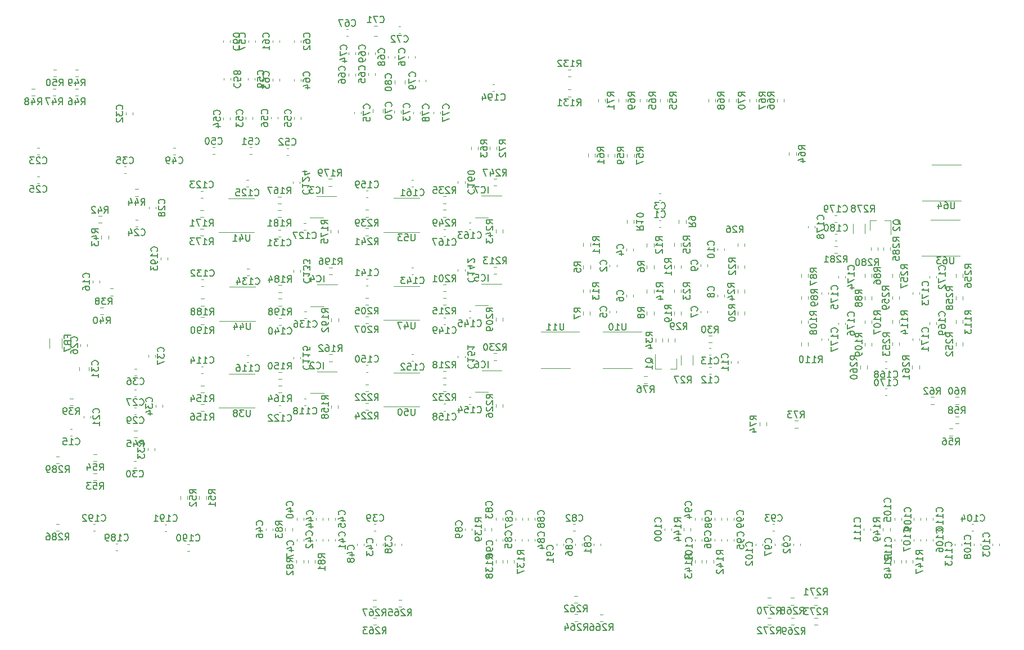
<source format=gbo>
G04 #@! TF.GenerationSoftware,KiCad,Pcbnew,(5.1.9-0-10_14)*
G04 #@! TF.CreationDate,2021-06-30T17:42:43-05:00*
G04 #@! TF.ProjectId,covg_daq_v2,636f7667-5f64-4617-915f-76322e6b6963,rev?*
G04 #@! TF.SameCoordinates,Original*
G04 #@! TF.FileFunction,Legend,Bot*
G04 #@! TF.FilePolarity,Positive*
%FSLAX46Y46*%
G04 Gerber Fmt 4.6, Leading zero omitted, Abs format (unit mm)*
G04 Created by KiCad (PCBNEW (5.1.9-0-10_14)) date 2021-06-30 17:42:43*
%MOMM*%
%LPD*%
G01*
G04 APERTURE LIST*
%ADD10C,0.120000*%
%ADD11C,0.150000*%
G04 APERTURE END LIST*
D10*
X78370820Y83030600D02*
X78651980Y83030600D01*
X78370820Y84050600D02*
X78651980Y84050600D01*
X28395200Y57976380D02*
X28395200Y57695220D01*
X29415200Y57976380D02*
X29415200Y57695220D01*
X18504780Y17832800D02*
X18223620Y17832800D01*
X18504780Y16812800D02*
X18223620Y16812800D01*
X29274380Y17807400D02*
X28993220Y17807400D01*
X29274380Y16787400D02*
X28993220Y16787400D01*
X32703380Y14835600D02*
X32422220Y14835600D01*
X32703380Y13815600D02*
X32422220Y13815600D01*
X21908380Y14886400D02*
X21627220Y14886400D01*
X21908380Y13866400D02*
X21627220Y13866400D01*
X17594200Y40937548D02*
X17594200Y41460052D01*
X16124200Y40937548D02*
X16124200Y41460052D01*
X127288258Y2703300D02*
X126813742Y2703300D01*
X127288258Y3748300D02*
X126813742Y3748300D01*
X119767742Y3748300D02*
X120242258Y3748300D01*
X119767742Y2703300D02*
X120242258Y2703300D01*
X127262258Y5700500D02*
X126787742Y5700500D01*
X127262258Y6745500D02*
X126787742Y6745500D01*
X119777742Y6745500D02*
X120252258Y6745500D01*
X119777742Y5700500D02*
X120252258Y5700500D01*
X123765258Y2703300D02*
X123290742Y2703300D01*
X123765258Y3748300D02*
X123290742Y3748300D01*
X123282742Y6745500D02*
X123757258Y6745500D01*
X123282742Y5700500D02*
X123757258Y5700500D01*
X60367142Y6466100D02*
X60841658Y6466100D01*
X60367142Y5421100D02*
X60841658Y5421100D01*
X94530142Y4256300D02*
X95004658Y4256300D01*
X94530142Y3211300D02*
X95004658Y3211300D01*
X64202542Y6466100D02*
X64677058Y6466100D01*
X64202542Y5421100D02*
X64677058Y5421100D01*
X90720142Y4281700D02*
X91194658Y4281700D01*
X90720142Y3236700D02*
X91194658Y3236700D01*
X60392542Y3748300D02*
X60867058Y3748300D01*
X60392542Y2703300D02*
X60867058Y2703300D01*
X90669342Y7050300D02*
X91143858Y7050300D01*
X90669342Y6005300D02*
X91143858Y6005300D01*
X139587500Y52189058D02*
X139587500Y51714542D01*
X138542500Y52189058D02*
X138542500Y51714542D01*
X149163500Y52138258D02*
X149163500Y51663742D01*
X148118500Y52138258D02*
X148118500Y51663742D01*
X139587500Y55516458D02*
X139587500Y55041942D01*
X138542500Y55516458D02*
X138542500Y55041942D01*
X149163500Y55516458D02*
X149163500Y55041942D01*
X148118500Y55516458D02*
X148118500Y55041942D01*
X139575500Y45233258D02*
X139575500Y44758742D01*
X138530500Y45233258D02*
X138530500Y44758742D01*
X149151500Y45182458D02*
X149151500Y44707942D01*
X148106500Y45182458D02*
X148106500Y44707942D01*
X139575500Y48560658D02*
X139575500Y48086142D01*
X138530500Y48560658D02*
X138530500Y48086142D01*
X149151500Y48560658D02*
X149151500Y48086142D01*
X148106500Y48560658D02*
X148106500Y48086142D01*
X125890500Y45199058D02*
X125890500Y44724542D01*
X124845500Y45199058D02*
X124845500Y44724542D01*
X135466500Y45148258D02*
X135466500Y44673742D01*
X134421500Y45148258D02*
X134421500Y44673742D01*
X125890500Y48526458D02*
X125890500Y48051942D01*
X124845500Y48526458D02*
X124845500Y48051942D01*
X135466500Y48526458D02*
X135466500Y48051942D01*
X134421500Y48526458D02*
X134421500Y48051942D01*
X125898500Y52191058D02*
X125898500Y51716542D01*
X124853500Y52191058D02*
X124853500Y51716542D01*
X135473500Y52140258D02*
X135473500Y51665742D01*
X134428500Y52140258D02*
X134428500Y51665742D01*
X125898500Y55518458D02*
X125898500Y55043942D01*
X124853500Y55518458D02*
X124853500Y55043942D01*
X135473500Y55518458D02*
X135473500Y55043942D01*
X134428500Y55518458D02*
X134428500Y55043942D01*
X115285500Y59671542D02*
X115285500Y60146058D01*
X116330500Y59671542D02*
X116330500Y60146058D01*
X105709500Y59722342D02*
X105709500Y60196858D01*
X106754500Y59722342D02*
X106754500Y60196858D01*
X115277500Y52679542D02*
X115277500Y53154058D01*
X116322500Y52679542D02*
X116322500Y53154058D01*
X105701500Y52730342D02*
X105701500Y53204858D01*
X106746500Y52730342D02*
X106746500Y53204858D01*
X115285500Y56344142D02*
X115285500Y56818658D01*
X116330500Y56344142D02*
X116330500Y56818658D01*
X105709500Y56344142D02*
X105709500Y56818658D01*
X106754500Y56344142D02*
X106754500Y56818658D01*
X115277500Y49352142D02*
X115277500Y49826658D01*
X116322500Y49352142D02*
X116322500Y49826658D01*
X105701500Y49352142D02*
X105701500Y49826658D01*
X106746500Y49352142D02*
X106746500Y49826658D01*
X101587500Y52681542D02*
X101587500Y53156058D01*
X102632500Y52681542D02*
X102632500Y53156058D01*
X92012100Y52732342D02*
X92012100Y53206858D01*
X93057100Y52732342D02*
X93057100Y53206858D01*
X101600500Y59637342D02*
X101600500Y60111858D01*
X102645500Y59637342D02*
X102645500Y60111858D01*
X92024300Y59688142D02*
X92024300Y60162658D01*
X93069300Y59688142D02*
X93069300Y60162658D01*
X101587500Y49354142D02*
X101587500Y49828658D01*
X102632500Y49354142D02*
X102632500Y49828658D01*
X92012100Y49354142D02*
X92012100Y49828658D01*
X93057100Y49354142D02*
X93057100Y49828658D01*
X101600500Y56309942D02*
X101600500Y56784458D01*
X102645500Y56309942D02*
X102645500Y56784458D01*
X92024300Y56309942D02*
X92024300Y56784458D01*
X93069300Y56309942D02*
X93069300Y56784458D01*
X127931000Y45507020D02*
X127931000Y45788180D01*
X128951000Y45507020D02*
X128951000Y45788180D01*
X130446000Y47920020D02*
X130446000Y48201180D01*
X131466000Y47920020D02*
X131466000Y48201180D01*
X127939000Y52499020D02*
X127939000Y52780180D01*
X128959000Y52499020D02*
X128959000Y52780180D01*
X130454000Y54912020D02*
X130454000Y55193180D01*
X131474000Y54912020D02*
X131474000Y55193180D01*
X141629000Y52497020D02*
X141629000Y52778180D01*
X142649000Y52497020D02*
X142649000Y52778180D01*
X144143000Y54910020D02*
X144143000Y55191180D01*
X145163000Y54910020D02*
X145163000Y55191180D01*
X141617000Y45541220D02*
X141617000Y45822380D01*
X142637000Y45541220D02*
X142637000Y45822380D01*
X144131000Y47954220D02*
X144131000Y48235380D01*
X145151000Y47954220D02*
X145151000Y48235380D01*
X113244000Y59363580D02*
X113244000Y59082420D01*
X112224000Y59363580D02*
X112224000Y59082420D01*
X110730000Y56950580D02*
X110730000Y56669420D01*
X109710000Y56950580D02*
X109710000Y56669420D01*
X113237000Y52371580D02*
X113237000Y52090420D01*
X112217000Y52371580D02*
X112217000Y52090420D01*
X110722000Y49958580D02*
X110722000Y49677420D01*
X109702000Y49958580D02*
X109702000Y49677420D01*
X99547000Y52373580D02*
X99547000Y52092420D01*
X98527000Y52373580D02*
X98527000Y52092420D01*
X97032400Y49960580D02*
X97032400Y49679420D01*
X96012400Y49960580D02*
X96012400Y49679420D01*
X99559200Y59329380D02*
X99559200Y59048220D01*
X98539200Y59329380D02*
X98539200Y59048220D01*
X97044600Y56916380D02*
X97044600Y56635220D01*
X96024600Y56916380D02*
X96024600Y56635220D01*
X12659542Y26985700D02*
X13134058Y26985700D01*
X12659542Y28030700D02*
X13134058Y28030700D01*
X12640542Y16825700D02*
X13115058Y16825700D01*
X12640542Y17870700D02*
X13115058Y17870700D01*
X146685000Y71975400D02*
X148885000Y71975400D01*
X146685000Y71975400D02*
X144485000Y71975400D01*
X146685000Y66505400D02*
X148885000Y66505400D01*
X146685000Y66505400D02*
X143085000Y66505400D01*
X146542000Y63689000D02*
X148742000Y63689000D01*
X146542000Y63689000D02*
X144342000Y63689000D01*
X146542000Y58219000D02*
X148742000Y58219000D01*
X146542000Y58219000D02*
X142942000Y58219000D01*
X65417400Y66938200D02*
X67367400Y66938200D01*
X65417400Y66938200D02*
X63467400Y66938200D01*
X65417400Y61818200D02*
X67367400Y61818200D01*
X65417400Y61818200D02*
X61967400Y61818200D01*
X65419400Y40654200D02*
X67369400Y40654200D01*
X65419400Y40654200D02*
X63469400Y40654200D01*
X65419400Y35534200D02*
X67369400Y35534200D01*
X65419400Y35534200D02*
X61969400Y35534200D01*
X65418400Y53676200D02*
X67368400Y53676200D01*
X65418400Y53676200D02*
X63468400Y53676200D01*
X65418400Y48556200D02*
X67368400Y48556200D01*
X65418400Y48556200D02*
X61968400Y48556200D01*
X40661400Y53563200D02*
X42611400Y53563200D01*
X40661400Y53563200D02*
X38711400Y53563200D01*
X40661400Y48443200D02*
X42611400Y48443200D01*
X40661400Y48443200D02*
X37211400Y48443200D01*
X40557400Y66898200D02*
X42507400Y66898200D01*
X40557400Y66898200D02*
X38607400Y66898200D01*
X40557400Y61778200D02*
X42507400Y61778200D01*
X40557400Y61778200D02*
X37107400Y61778200D01*
X40631400Y40483200D02*
X42581400Y40483200D01*
X40631400Y40483200D02*
X38681400Y40483200D01*
X40631400Y35363200D02*
X42581400Y35363200D01*
X40631400Y35363200D02*
X37181400Y35363200D01*
X87826800Y41334000D02*
X85626800Y41334000D01*
X87826800Y41334000D02*
X90026800Y41334000D01*
X87826800Y46804000D02*
X85626800Y46804000D01*
X87826800Y46804000D02*
X91426800Y46804000D01*
X97199400Y41334000D02*
X94999400Y41334000D01*
X97199400Y41334000D02*
X99399400Y41334000D01*
X97199400Y46804000D02*
X94999400Y46804000D01*
X97199400Y46804000D02*
X100799400Y46804000D01*
X124069500Y73365942D02*
X124069500Y73840458D01*
X123024500Y73365942D02*
X123024500Y73840458D01*
X138260500Y59075942D02*
X138260500Y59550458D01*
X137215500Y59075942D02*
X137215500Y59550458D01*
X129817742Y58638300D02*
X130292258Y58638300D01*
X129817742Y59683300D02*
X130292258Y59683300D01*
X136380500Y59075942D02*
X136380500Y59550458D01*
X135335500Y59075942D02*
X135335500Y59550458D01*
X134444000Y61608736D02*
X134444000Y63062864D01*
X132624000Y61608736D02*
X132624000Y63062864D01*
X141558500Y41715458D02*
X141558500Y41240942D01*
X142603500Y41715458D02*
X142603500Y41240942D01*
X133710500Y41703258D02*
X133710500Y41228742D01*
X134755500Y41703258D02*
X134755500Y41228742D01*
X70895142Y64109700D02*
X71369658Y64109700D01*
X70895142Y65154700D02*
X71369658Y65154700D01*
X78989658Y69853700D02*
X78515142Y69853700D01*
X78989658Y68808700D02*
X78515142Y68808700D01*
X78864900Y62202458D02*
X78864900Y61727942D01*
X79909900Y62202458D02*
X79909900Y61727942D01*
X59211142Y61315700D02*
X59685658Y61315700D01*
X59211142Y62360700D02*
X59685658Y62360700D01*
X59211142Y64109700D02*
X59685658Y64109700D01*
X59211142Y65154700D02*
X59685658Y65154700D01*
X71369658Y67186700D02*
X70895142Y67186700D01*
X71369658Y66141700D02*
X70895142Y66141700D01*
X70897142Y37825700D02*
X71371658Y37825700D01*
X70897142Y38870700D02*
X71371658Y38870700D01*
X78991658Y43569700D02*
X78517142Y43569700D01*
X78991658Y42524700D02*
X78517142Y42524700D01*
X78866900Y35918458D02*
X78866900Y35443942D01*
X79911900Y35918458D02*
X79911900Y35443942D01*
X59213142Y35031700D02*
X59687658Y35031700D01*
X59213142Y36076700D02*
X59687658Y36076700D01*
X59213142Y37825700D02*
X59687658Y37825700D01*
X59213142Y38870700D02*
X59687658Y38870700D01*
X71371658Y40902700D02*
X70897142Y40902700D01*
X71371658Y39857700D02*
X70897142Y39857700D01*
X70896142Y50847700D02*
X71370658Y50847700D01*
X70896142Y51892700D02*
X71370658Y51892700D01*
X78990658Y56591700D02*
X78516142Y56591700D01*
X78990658Y55546700D02*
X78516142Y55546700D01*
X78865900Y48940458D02*
X78865900Y48465942D01*
X79910900Y48940458D02*
X79910900Y48465942D01*
X59212142Y48053700D02*
X59686658Y48053700D01*
X59212142Y49098700D02*
X59686658Y49098700D01*
X59212142Y50847700D02*
X59686658Y50847700D01*
X59212142Y51892700D02*
X59686658Y51892700D01*
X71370658Y53924700D02*
X70896142Y53924700D01*
X71370658Y52879700D02*
X70896142Y52879700D01*
X46139142Y50734700D02*
X46613658Y50734700D01*
X46139142Y51779700D02*
X46613658Y51779700D01*
X54233658Y56478700D02*
X53759142Y56478700D01*
X54233658Y55433700D02*
X53759142Y55433700D01*
X54108900Y48827458D02*
X54108900Y48352942D01*
X55153900Y48827458D02*
X55153900Y48352942D01*
X34455142Y47940700D02*
X34929658Y47940700D01*
X34455142Y48985700D02*
X34929658Y48985700D01*
X34455142Y50734700D02*
X34929658Y50734700D01*
X34455142Y51779700D02*
X34929658Y51779700D01*
X46613658Y53811700D02*
X46139142Y53811700D01*
X46613658Y52766700D02*
X46139142Y52766700D01*
X46035142Y64069700D02*
X46509658Y64069700D01*
X46035142Y65114700D02*
X46509658Y65114700D01*
X54129658Y69813700D02*
X53655142Y69813700D01*
X54129658Y68768700D02*
X53655142Y68768700D01*
X54004900Y62162458D02*
X54004900Y61687942D01*
X55049900Y62162458D02*
X55049900Y61687942D01*
X34351142Y61275700D02*
X34825658Y61275700D01*
X34351142Y62320700D02*
X34825658Y62320700D01*
X34351142Y64069700D02*
X34825658Y64069700D01*
X34351142Y65114700D02*
X34825658Y65114700D01*
X46509658Y67146700D02*
X46035142Y67146700D01*
X46509658Y66101700D02*
X46035142Y66101700D01*
X46109142Y37654700D02*
X46583658Y37654700D01*
X46109142Y38699700D02*
X46583658Y38699700D01*
X54203658Y43398700D02*
X53729142Y43398700D01*
X54203658Y42353700D02*
X53729142Y42353700D01*
X54078900Y35747458D02*
X54078900Y35272942D01*
X55123900Y35747458D02*
X55123900Y35272942D01*
X34425142Y34860700D02*
X34899658Y34860700D01*
X34425142Y35905700D02*
X34899658Y35905700D01*
X34425142Y37654700D02*
X34899658Y37654700D01*
X34425142Y38699700D02*
X34899658Y38699700D01*
X46583658Y40731700D02*
X46109142Y40731700D01*
X46583658Y39686700D02*
X46109142Y39686700D01*
X137172500Y17306058D02*
X137172500Y16831542D01*
X138217500Y17306058D02*
X138217500Y16831542D01*
X138855500Y12480058D02*
X138855500Y12005542D01*
X139900500Y12480058D02*
X139900500Y12005542D01*
X140582500Y12480058D02*
X140582500Y12005542D01*
X141627500Y12480058D02*
X141627500Y12005542D01*
X107172500Y17306058D02*
X107172500Y16831542D01*
X108217500Y17306058D02*
X108217500Y16831542D01*
X108855500Y12480058D02*
X108855500Y12005542D01*
X109900500Y12480058D02*
X109900500Y12005542D01*
X110582500Y12480058D02*
X110582500Y12005542D01*
X111627500Y12480058D02*
X111627500Y12005542D01*
X77172300Y17306058D02*
X77172300Y16831542D01*
X78217300Y17306058D02*
X78217300Y16831542D01*
X78855100Y12480058D02*
X78855100Y12005542D01*
X79900100Y12480058D02*
X79900100Y12005542D01*
X80582300Y12480058D02*
X80582300Y12005542D01*
X81627300Y12480058D02*
X81627300Y12005542D01*
X90172858Y86284700D02*
X89698342Y86284700D01*
X90172858Y85239700D02*
X89698342Y85239700D01*
X89698342Y82239700D02*
X90172858Y82239700D01*
X89698342Y83284700D02*
X90172858Y83284700D01*
X101184742Y39050700D02*
X101659258Y39050700D01*
X101184742Y40095700D02*
X101659258Y40095700D01*
X118571500Y33181058D02*
X118571500Y32706542D01*
X119616500Y33181058D02*
X119616500Y32706542D01*
X124316258Y33415500D02*
X123841742Y33415500D01*
X124316258Y32370500D02*
X123841742Y32370500D01*
X79002300Y74213542D02*
X79002300Y74688058D01*
X77957300Y74213542D02*
X77957300Y74688058D01*
X95308900Y81407342D02*
X95308900Y81881858D01*
X94263900Y81407342D02*
X94263900Y81881858D01*
X114993500Y81407342D02*
X114993500Y81881858D01*
X113948500Y81407342D02*
X113948500Y81881858D01*
X98407700Y81407342D02*
X98407700Y81881858D01*
X97362700Y81407342D02*
X97362700Y81881858D01*
X111895500Y81407342D02*
X111895500Y81881858D01*
X110850500Y81407342D02*
X110850500Y81881858D01*
X118118500Y81407342D02*
X118118500Y81881858D01*
X117073500Y81407342D02*
X117073500Y81881858D01*
X121213500Y81881858D02*
X121213500Y81407342D01*
X122258500Y81881858D02*
X122258500Y81407342D01*
X101582500Y81407342D02*
X101582500Y81881858D01*
X100537500Y81407342D02*
X100537500Y81881858D01*
X76202300Y74213542D02*
X76202300Y74688058D01*
X75157300Y74213542D02*
X75157300Y74688058D01*
X144807258Y36971500D02*
X144332742Y36971500D01*
X144807258Y35926500D02*
X144332742Y35926500D01*
X93784900Y73143342D02*
X93784900Y73617858D01*
X92739900Y73143342D02*
X92739900Y73617858D01*
X148541258Y36971500D02*
X148066742Y36971500D01*
X148541258Y35926500D02*
X148066742Y35926500D01*
X96782100Y73117942D02*
X96782100Y73592458D01*
X95737100Y73117942D02*
X95737100Y73592458D01*
X148528258Y34062300D02*
X148053742Y34062300D01*
X148528258Y33017300D02*
X148053742Y33017300D01*
X99677700Y73117942D02*
X99677700Y73592458D01*
X98632700Y73117942D02*
X98632700Y73592458D01*
X147152742Y31176700D02*
X147627258Y31176700D01*
X147152742Y32221700D02*
X147627258Y32221700D01*
X104669500Y81407342D02*
X104669500Y81881858D01*
X103624500Y81407342D02*
X103624500Y81881858D01*
X18298342Y27315900D02*
X18772858Y27315900D01*
X18298342Y28360900D02*
X18772858Y28360900D01*
X18298342Y24471100D02*
X18772858Y24471100D01*
X18298342Y25516100D02*
X18772858Y25516100D01*
X32399500Y21606742D02*
X32399500Y22081258D01*
X31354500Y21606742D02*
X31354500Y22081258D01*
X35244300Y21581342D02*
X35244300Y22055858D01*
X34199300Y21581342D02*
X34199300Y22055858D01*
X12227742Y85227900D02*
X12702258Y85227900D01*
X12227742Y86272900D02*
X12702258Y86272900D01*
X15529742Y85227900D02*
X16004258Y85227900D01*
X15529742Y86272900D02*
X16004258Y86272900D01*
X8976542Y82357700D02*
X9451058Y82357700D01*
X8976542Y83402700D02*
X9451058Y83402700D01*
X12151542Y82357700D02*
X12626058Y82357700D01*
X12151542Y83402700D02*
X12626058Y83402700D01*
X15529742Y82357700D02*
X16004258Y82357700D01*
X15529742Y83402700D02*
X16004258Y83402700D01*
X24356242Y30871900D02*
X24830758Y30871900D01*
X24356242Y31916900D02*
X24830758Y31916900D01*
X24546742Y67244700D02*
X25021258Y67244700D01*
X24546742Y68289700D02*
X25021258Y68289700D01*
X47172300Y17306058D02*
X47172300Y16831542D01*
X48217300Y17306058D02*
X48217300Y16831542D01*
X48855100Y12480058D02*
X48855100Y12005542D01*
X49900100Y12480058D02*
X49900100Y12005542D01*
X50582300Y12480058D02*
X50582300Y12005542D01*
X51627300Y12480058D02*
X51627300Y12005542D01*
X19486300Y61298858D02*
X19486300Y60824342D01*
X20531300Y61298858D02*
X20531300Y60824342D01*
X19015942Y63206100D02*
X19490458Y63206100D01*
X19015942Y64251100D02*
X19490458Y64251100D01*
X102915500Y45794658D02*
X102915500Y45320142D01*
X103960500Y45794658D02*
X103960500Y45320142D01*
X99617100Y63155142D02*
X99617100Y63629658D01*
X98572100Y63155142D02*
X98572100Y63629658D01*
X19314342Y49413900D02*
X19788858Y49413900D01*
X19314342Y50458900D02*
X19788858Y50458900D01*
X14704242Y35736000D02*
X15178758Y35736000D01*
X14704242Y36781000D02*
X15178758Y36781000D01*
X21243058Y53303700D02*
X20768542Y53303700D01*
X21243058Y52258700D02*
X20768542Y52258700D01*
X111358258Y46232300D02*
X110883742Y46232300D01*
X111358258Y45187300D02*
X110883742Y45187300D01*
X104795500Y45794658D02*
X104795500Y45320142D01*
X105840500Y45794658D02*
X105840500Y45320142D01*
X106731000Y43261864D02*
X106731000Y41807736D01*
X108551000Y43261864D02*
X108551000Y41807736D01*
X107465500Y63167342D02*
X107465500Y63641858D01*
X106420500Y63167342D02*
X106420500Y63641858D01*
X135157000Y63619000D02*
X136087000Y63619000D01*
X138317000Y63619000D02*
X137387000Y63619000D01*
X138317000Y63619000D02*
X138317000Y61459000D01*
X135157000Y63619000D02*
X135157000Y62159000D01*
X106018000Y41251600D02*
X105088000Y41251600D01*
X102858000Y41251600D02*
X103788000Y41251600D01*
X102858000Y41251600D02*
X102858000Y43411600D01*
X106018000Y41251600D02*
X106018000Y42711600D01*
X75720400Y64028200D02*
X77720400Y64028200D01*
X76720400Y67268200D02*
X79720400Y67268200D01*
X75722400Y37744200D02*
X77722400Y37744200D01*
X76722400Y40984200D02*
X79722400Y40984200D01*
X75721400Y50766200D02*
X77721400Y50766200D01*
X76721400Y54006200D02*
X79721400Y54006200D01*
X50964400Y50653200D02*
X52964400Y50653200D01*
X51964400Y53893200D02*
X54964400Y53893200D01*
X50860400Y63988200D02*
X52860400Y63988200D01*
X51860400Y67228200D02*
X54860400Y67228200D01*
X50934400Y37573200D02*
X52934400Y37573200D01*
X51934400Y40813200D02*
X54934400Y40813200D01*
X13502000Y44399148D02*
X13502000Y45821652D01*
X11682000Y44399148D02*
X11682000Y45821652D01*
X130195580Y61525000D02*
X129914420Y61525000D01*
X130195580Y60505000D02*
X129914420Y60505000D01*
X130169580Y64369800D02*
X129888420Y64369800D01*
X130169580Y63349800D02*
X129888420Y63349800D01*
X126882000Y62474620D02*
X126882000Y62755780D01*
X125862000Y62474620D02*
X125862000Y62755780D01*
X137751580Y38229000D02*
X137470420Y38229000D01*
X137751580Y37209000D02*
X137470420Y37209000D01*
X137470420Y41298400D02*
X137751580Y41298400D01*
X137470420Y42318400D02*
X137751580Y42318400D01*
X70991820Y61201200D02*
X71272980Y61201200D01*
X70991820Y62221200D02*
X71272980Y62221200D01*
X75082980Y63237200D02*
X74801820Y63237200D01*
X75082980Y62217200D02*
X74801820Y62217200D01*
X66165820Y68694200D02*
X66446980Y68694200D01*
X66165820Y69714200D02*
X66446980Y69714200D01*
X74182400Y69190620D02*
X74182400Y69471780D01*
X73162400Y69190620D02*
X73162400Y69471780D01*
X59588980Y68063200D02*
X59307820Y68063200D01*
X59588980Y67043200D02*
X59307820Y67043200D01*
X70993820Y34917200D02*
X71274980Y34917200D01*
X70993820Y35937200D02*
X71274980Y35937200D01*
X75084980Y36953200D02*
X74803820Y36953200D01*
X75084980Y35933200D02*
X74803820Y35933200D01*
X66167820Y42410200D02*
X66448980Y42410200D01*
X66167820Y43430200D02*
X66448980Y43430200D01*
X74184400Y42906620D02*
X74184400Y43187780D01*
X73164400Y42906620D02*
X73164400Y43187780D01*
X59590980Y41779200D02*
X59309820Y41779200D01*
X59590980Y40759200D02*
X59309820Y40759200D01*
X70992820Y47939200D02*
X71273980Y47939200D01*
X70992820Y48959200D02*
X71273980Y48959200D01*
X75083980Y49975200D02*
X74802820Y49975200D01*
X75083980Y48955200D02*
X74802820Y48955200D01*
X66166820Y55432200D02*
X66447980Y55432200D01*
X66166820Y56452200D02*
X66447980Y56452200D01*
X74183400Y55928620D02*
X74183400Y56209780D01*
X73163400Y55928620D02*
X73163400Y56209780D01*
X59589980Y54801200D02*
X59308820Y54801200D01*
X59589980Y53781200D02*
X59308820Y53781200D01*
X46235820Y47826200D02*
X46516980Y47826200D01*
X46235820Y48846200D02*
X46516980Y48846200D01*
X50326980Y49862200D02*
X50045820Y49862200D01*
X50326980Y48842200D02*
X50045820Y48842200D01*
X41409820Y55319200D02*
X41690980Y55319200D01*
X41409820Y56339200D02*
X41690980Y56339200D01*
X49426400Y55815620D02*
X49426400Y56096780D01*
X48406400Y55815620D02*
X48406400Y56096780D01*
X34832980Y54688200D02*
X34551820Y54688200D01*
X34832980Y53668200D02*
X34551820Y53668200D01*
X46131820Y61161200D02*
X46412980Y61161200D01*
X46131820Y62181200D02*
X46412980Y62181200D01*
X50222980Y63197200D02*
X49941820Y63197200D01*
X50222980Y62177200D02*
X49941820Y62177200D01*
X41305820Y68654200D02*
X41586980Y68654200D01*
X41305820Y69674200D02*
X41586980Y69674200D01*
X49322400Y69150620D02*
X49322400Y69431780D01*
X48302400Y69150620D02*
X48302400Y69431780D01*
X34728980Y68023200D02*
X34447820Y68023200D01*
X34728980Y67003200D02*
X34447820Y67003200D01*
X46205820Y34746200D02*
X46486980Y34746200D01*
X46205820Y35766200D02*
X46486980Y35766200D01*
X50296980Y36782200D02*
X50015820Y36782200D01*
X50296980Y35762200D02*
X50015820Y35762200D01*
X41379820Y42239200D02*
X41660980Y42239200D01*
X41379820Y43259200D02*
X41660980Y43259200D01*
X49396400Y42735620D02*
X49396400Y43016780D01*
X48376400Y42735620D02*
X48376400Y43016780D01*
X34802980Y41608200D02*
X34521820Y41608200D01*
X34802980Y40588200D02*
X34521820Y40588200D01*
X147999000Y14936080D02*
X147999000Y14654920D01*
X149019000Y14936080D02*
X149019000Y14654920D01*
X139888000Y15302620D02*
X139888000Y15583780D01*
X138868000Y15302620D02*
X138868000Y15583780D01*
X134245000Y17209380D02*
X134245000Y16928220D01*
X135265000Y17209380D02*
X135265000Y16928220D01*
X143668000Y18758780D02*
X143668000Y18477620D01*
X144688000Y18758780D02*
X144688000Y18477620D01*
X141814000Y18758780D02*
X141814000Y18477620D01*
X142834000Y18758780D02*
X142834000Y18477620D01*
X150844000Y14936080D02*
X150844000Y14654920D01*
X151864000Y14936080D02*
X151864000Y14654920D01*
X142809000Y15302620D02*
X142809000Y15583780D01*
X141789000Y15302620D02*
X141789000Y15583780D01*
X144688000Y15302620D02*
X144688000Y15583780D01*
X143668000Y15302620D02*
X143668000Y15583780D01*
X139888000Y18477620D02*
X139888000Y18758780D01*
X138868000Y18477620D02*
X138868000Y18758780D01*
X150795580Y17845500D02*
X150514420Y17845500D01*
X150795580Y16825500D02*
X150514420Y16825500D01*
X153650000Y14936080D02*
X153650000Y14654920D01*
X154670000Y14936080D02*
X154670000Y14654920D01*
X117999000Y14936080D02*
X117999000Y14654920D01*
X119019000Y14936080D02*
X119019000Y14654920D01*
X63654000Y84640052D02*
X63654000Y84117548D01*
X65124000Y84640052D02*
X65124000Y84117548D01*
X67261800Y84773380D02*
X67261800Y84492220D01*
X68281800Y84773380D02*
X68281800Y84492220D01*
X67439000Y79666220D02*
X67439000Y79947380D01*
X66419000Y79666220D02*
X66419000Y79947380D01*
X69467000Y79947380D02*
X69467000Y79666220D01*
X70487000Y79947380D02*
X70487000Y79666220D01*
X65661800Y88329380D02*
X65661800Y88048220D01*
X66681800Y88329380D02*
X66681800Y88048220D01*
X58549000Y79666220D02*
X58549000Y79947380D01*
X57529000Y79666220D02*
X57529000Y79947380D01*
X57681800Y88577420D02*
X57681800Y88858580D01*
X56661800Y88577420D02*
X56661800Y88858580D01*
X64541800Y79777420D02*
X64541800Y80058580D01*
X63521800Y79777420D02*
X63521800Y80058580D01*
X64231220Y91808000D02*
X64512380Y91808000D01*
X64231220Y92828000D02*
X64512380Y92828000D01*
X61033052Y92853000D02*
X60510548Y92853000D01*
X61033052Y91383000D02*
X60510548Y91383000D01*
X61822000Y79856748D02*
X61822000Y80379252D01*
X60352000Y79856748D02*
X60352000Y80379252D01*
X62609000Y88329380D02*
X62609000Y88048220D01*
X63629000Y88329380D02*
X63629000Y88048220D01*
X56630180Y92356400D02*
X56349020Y92356400D01*
X56630180Y91336400D02*
X56349020Y91336400D01*
X56661800Y85658580D02*
X56661800Y85377420D01*
X57681800Y85658580D02*
X57681800Y85377420D01*
X59661800Y85738580D02*
X59661800Y85457420D01*
X60681800Y85738580D02*
X60681800Y85457420D01*
X49487500Y84568420D02*
X49487500Y84849580D01*
X48467500Y84568420D02*
X48467500Y84849580D01*
X45229000Y84874980D02*
X45229000Y84593820D01*
X46249000Y84874980D02*
X46249000Y84593820D01*
X49512900Y90410420D02*
X49512900Y90691580D01*
X48492900Y90410420D02*
X48492900Y90691580D01*
X45229000Y90678880D02*
X45229000Y90397720D01*
X46249000Y90678880D02*
X46249000Y90397720D01*
X38837300Y90385020D02*
X38837300Y90666180D01*
X37817300Y90385020D02*
X37817300Y90666180D01*
X42578700Y84733520D02*
X42578700Y85014680D01*
X41558700Y84733520D02*
X41558700Y85014680D01*
X38944000Y84720820D02*
X38944000Y85001980D01*
X37924000Y84720820D02*
X37924000Y85001980D01*
X41622200Y90666180D02*
X41622200Y90385020D01*
X42642200Y90666180D02*
X42642200Y90385020D01*
X45000400Y79147280D02*
X45000400Y78866120D01*
X46020400Y79147280D02*
X46020400Y78866120D01*
X48518300Y79134580D02*
X48518300Y78853420D01*
X49538300Y79134580D02*
X49538300Y78853420D01*
X37824900Y79032980D02*
X37824900Y78751820D01*
X38844900Y79032980D02*
X38844900Y78751820D01*
X41228500Y79121880D02*
X41228500Y78840720D01*
X42248500Y79121880D02*
X42248500Y78840720D01*
X47632280Y74449400D02*
X47351120Y74449400D01*
X47632280Y73429400D02*
X47351120Y73429400D01*
X42107780Y74551000D02*
X41826620Y74551000D01*
X42107780Y73531000D02*
X41826620Y73531000D01*
X36519780Y74576400D02*
X36238620Y74576400D01*
X36519780Y73556400D02*
X36238620Y73556400D01*
X30320420Y73505600D02*
X30601580Y73505600D01*
X30320420Y74525600D02*
X30601580Y74525600D01*
X109888000Y15302620D02*
X109888000Y15583780D01*
X108868000Y15302620D02*
X108868000Y15583780D01*
X104245000Y17209380D02*
X104245000Y16928220D01*
X105265000Y17209380D02*
X105265000Y16928220D01*
X113668000Y18758780D02*
X113668000Y18477620D01*
X114688000Y18758780D02*
X114688000Y18477620D01*
X111814000Y18758780D02*
X111814000Y18477620D01*
X112834000Y18758780D02*
X112834000Y18477620D01*
X120844000Y14936080D02*
X120844000Y14654920D01*
X121864000Y14936080D02*
X121864000Y14654920D01*
X112809000Y15302620D02*
X112809000Y15583780D01*
X111789000Y15302620D02*
X111789000Y15583780D01*
X114688000Y15302620D02*
X114688000Y15583780D01*
X113668000Y15302620D02*
X113668000Y15583780D01*
X109888000Y18477620D02*
X109888000Y18758780D01*
X108868000Y18477620D02*
X108868000Y18758780D01*
X120795580Y17845500D02*
X120514420Y17845500D01*
X120795580Y16825500D02*
X120514420Y16825500D01*
X123650000Y14936080D02*
X123650000Y14654920D01*
X124670000Y14936080D02*
X124670000Y14654920D01*
X87998900Y14936080D02*
X87998900Y14654920D01*
X89018900Y14936080D02*
X89018900Y14654920D01*
X79887600Y15302620D02*
X79887600Y15583780D01*
X78867600Y15302620D02*
X78867600Y15583780D01*
X74244800Y17209380D02*
X74244800Y16928220D01*
X75264800Y17209380D02*
X75264800Y16928220D01*
X83668200Y18758780D02*
X83668200Y18477620D01*
X84688200Y18758780D02*
X84688200Y18477620D01*
X81814000Y18758780D02*
X81814000Y18477620D01*
X82834000Y18758780D02*
X82834000Y18477620D01*
X90843700Y14936080D02*
X90843700Y14654920D01*
X91863700Y14936080D02*
X91863700Y14654920D01*
X103424420Y66641600D02*
X103705580Y66641600D01*
X103424420Y67661600D02*
X103705580Y67661600D01*
X103705580Y63572200D02*
X103424420Y63572200D01*
X103705580Y62552200D02*
X103424420Y62552200D01*
X82808600Y15302620D02*
X82808600Y15583780D01*
X81788600Y15302620D02*
X81788600Y15583780D01*
X84688200Y15302620D02*
X84688200Y15583780D01*
X83668200Y15302620D02*
X83668200Y15583780D01*
X24440220Y34364200D02*
X24721380Y34364200D01*
X24440220Y35384200D02*
X24721380Y35384200D01*
X24440220Y37094700D02*
X24721380Y37094700D01*
X24440220Y38114700D02*
X24721380Y38114700D01*
X27626800Y35776780D02*
X27626800Y35495620D01*
X28646800Y35776780D02*
X28646800Y35495620D01*
X79887600Y18477620D02*
X79887600Y18758780D01*
X78867600Y18477620D02*
X78867600Y18758780D01*
X23171980Y71680800D02*
X22890820Y71680800D01*
X23171980Y70660800D02*
X22890820Y70660800D01*
X23156400Y79820380D02*
X23156400Y79539220D01*
X24176400Y79820380D02*
X24176400Y79539220D01*
X16323800Y44920780D02*
X16323800Y44639620D01*
X17343800Y44920780D02*
X17343800Y44639620D01*
X90795780Y17845500D02*
X90514620Y17845500D01*
X90795780Y16825500D02*
X90514620Y16825500D01*
X93650400Y14936080D02*
X93650400Y14654920D01*
X94670400Y14936080D02*
X94670400Y14654920D01*
X27535600Y43032520D02*
X27535600Y43313680D01*
X26515600Y43032520D02*
X26515600Y43313680D01*
X24472020Y40250100D02*
X24753180Y40250100D01*
X24472020Y41270100D02*
X24753180Y41270100D01*
X27453000Y28967820D02*
X27453000Y29248980D01*
X26433000Y28967820D02*
X26433000Y29248980D01*
X24389420Y26312400D02*
X24670580Y26312400D01*
X24389420Y27332400D02*
X24670580Y27332400D01*
X26623500Y65621780D02*
X26623500Y65340620D01*
X27643500Y65621780D02*
X27643500Y65340620D01*
X14800920Y31176500D02*
X15082080Y31176500D01*
X14800920Y32196500D02*
X15082080Y32196500D01*
X24643420Y62685200D02*
X24924580Y62685200D01*
X24643420Y63705200D02*
X24924580Y63705200D01*
X17801000Y33831920D02*
X17801000Y34113080D01*
X16781000Y33831920D02*
X16781000Y34113080D01*
X57998900Y14936080D02*
X57998900Y14654920D01*
X59018900Y14936080D02*
X59018900Y14654920D01*
X49887600Y15302620D02*
X49887600Y15583780D01*
X48867600Y15302620D02*
X48867600Y15583780D01*
X44244800Y17209380D02*
X44244800Y16928220D01*
X45264800Y17209380D02*
X45264800Y16928220D01*
X59681600Y88872980D02*
X59681600Y88591820D01*
X60701600Y88872980D02*
X60701600Y88591820D01*
X53668200Y18758780D02*
X53668200Y18477620D01*
X54688200Y18758780D02*
X54688200Y18477620D01*
X51814000Y18758780D02*
X51814000Y18477620D01*
X52834000Y18758780D02*
X52834000Y18477620D01*
X60843700Y14936080D02*
X60843700Y14654920D01*
X61863700Y14936080D02*
X61863700Y14654920D01*
X52808600Y15302620D02*
X52808600Y15583780D01*
X51788600Y15302620D02*
X51788600Y15583780D01*
X54688200Y15302620D02*
X54688200Y15583780D01*
X53668200Y15302620D02*
X53668200Y15583780D01*
X49887600Y18477620D02*
X49887600Y18758780D01*
X48867600Y18477620D02*
X48867600Y18758780D01*
X60795780Y17845500D02*
X60514620Y17845500D01*
X60795780Y16825500D02*
X60514620Y16825500D01*
X63650400Y14936080D02*
X63650400Y14654920D01*
X64670400Y14936080D02*
X64670400Y14654920D01*
X9835220Y69162200D02*
X10116380Y69162200D01*
X9835220Y70182200D02*
X10116380Y70182200D01*
X9835220Y73480200D02*
X10116380Y73480200D01*
X9835220Y74500200D02*
X10116380Y74500200D01*
X18159000Y54496580D02*
X18159000Y54215420D01*
X19179000Y54496580D02*
X19179000Y54215420D01*
X110980420Y43345600D02*
X111261580Y43345600D01*
X110980420Y44365600D02*
X111261580Y44365600D01*
X111006420Y40500800D02*
X111287580Y40500800D01*
X111006420Y41520800D02*
X111287580Y41520800D01*
X114294000Y42395980D02*
X114294000Y42114820D01*
X115314000Y42395980D02*
X115314000Y42114820D01*
D11*
X79630447Y81753457D02*
X79678066Y81705838D01*
X79820923Y81658219D01*
X79916161Y81658219D01*
X80059019Y81705838D01*
X80154257Y81801076D01*
X80201876Y81896314D01*
X80249495Y82086790D01*
X80249495Y82229647D01*
X80201876Y82420123D01*
X80154257Y82515361D01*
X80059019Y82610600D01*
X79916161Y82658219D01*
X79820923Y82658219D01*
X79678066Y82610600D01*
X79630447Y82562980D01*
X78678066Y81658219D02*
X79249495Y81658219D01*
X78963780Y81658219D02*
X78963780Y82658219D01*
X79059019Y82515361D01*
X79154257Y82420123D01*
X79249495Y82372504D01*
X78201876Y81658219D02*
X78011400Y81658219D01*
X77916161Y81705838D01*
X77868542Y81753457D01*
X77773304Y81896314D01*
X77725685Y82086790D01*
X77725685Y82467742D01*
X77773304Y82562980D01*
X77820923Y82610600D01*
X77916161Y82658219D01*
X78106638Y82658219D01*
X78201876Y82610600D01*
X78249495Y82562980D01*
X78297114Y82467742D01*
X78297114Y82229647D01*
X78249495Y82134409D01*
X78201876Y82086790D01*
X78106638Y82039171D01*
X77916161Y82039171D01*
X77820923Y82086790D01*
X77773304Y82134409D01*
X77725685Y82229647D01*
X76868542Y82324885D02*
X76868542Y81658219D01*
X77106638Y82705838D02*
X77344733Y81991552D01*
X76725685Y81991552D01*
X27832342Y58954847D02*
X27879961Y59002466D01*
X27927580Y59145323D01*
X27927580Y59240561D01*
X27879961Y59383419D01*
X27784723Y59478657D01*
X27689485Y59526276D01*
X27499009Y59573895D01*
X27356152Y59573895D01*
X27165676Y59526276D01*
X27070438Y59478657D01*
X26975200Y59383419D01*
X26927580Y59240561D01*
X26927580Y59145323D01*
X26975200Y59002466D01*
X27022819Y58954847D01*
X27927580Y58002466D02*
X27927580Y58573895D01*
X27927580Y58288180D02*
X26927580Y58288180D01*
X27070438Y58383419D01*
X27165676Y58478657D01*
X27213295Y58573895D01*
X27927580Y57526276D02*
X27927580Y57335800D01*
X27879961Y57240561D01*
X27832342Y57192942D01*
X27689485Y57097704D01*
X27499009Y57050085D01*
X27118057Y57050085D01*
X27022819Y57097704D01*
X26975200Y57145323D01*
X26927580Y57240561D01*
X26927580Y57431038D01*
X26975200Y57526276D01*
X27022819Y57573895D01*
X27118057Y57621514D01*
X27356152Y57621514D01*
X27451390Y57573895D01*
X27499009Y57526276D01*
X27546628Y57431038D01*
X27546628Y57240561D01*
X27499009Y57145323D01*
X27451390Y57097704D01*
X27356152Y57050085D01*
X26927580Y56716752D02*
X26927580Y56097704D01*
X27308533Y56431038D01*
X27308533Y56288180D01*
X27356152Y56192942D01*
X27403771Y56145323D01*
X27499009Y56097704D01*
X27737104Y56097704D01*
X27832342Y56145323D01*
X27879961Y56192942D01*
X27927580Y56288180D01*
X27927580Y56573895D01*
X27879961Y56669133D01*
X27832342Y56716752D01*
X19483247Y18395657D02*
X19530866Y18348038D01*
X19673723Y18300419D01*
X19768961Y18300419D01*
X19911819Y18348038D01*
X20007057Y18443276D01*
X20054676Y18538514D01*
X20102295Y18728990D01*
X20102295Y18871847D01*
X20054676Y19062323D01*
X20007057Y19157561D01*
X19911819Y19252800D01*
X19768961Y19300419D01*
X19673723Y19300419D01*
X19530866Y19252800D01*
X19483247Y19205180D01*
X18530866Y18300419D02*
X19102295Y18300419D01*
X18816580Y18300419D02*
X18816580Y19300419D01*
X18911819Y19157561D01*
X19007057Y19062323D01*
X19102295Y19014704D01*
X18054676Y18300419D02*
X17864200Y18300419D01*
X17768961Y18348038D01*
X17721342Y18395657D01*
X17626104Y18538514D01*
X17578485Y18728990D01*
X17578485Y19109942D01*
X17626104Y19205180D01*
X17673723Y19252800D01*
X17768961Y19300419D01*
X17959438Y19300419D01*
X18054676Y19252800D01*
X18102295Y19205180D01*
X18149914Y19109942D01*
X18149914Y18871847D01*
X18102295Y18776609D01*
X18054676Y18728990D01*
X17959438Y18681371D01*
X17768961Y18681371D01*
X17673723Y18728990D01*
X17626104Y18776609D01*
X17578485Y18871847D01*
X17197533Y19205180D02*
X17149914Y19252800D01*
X17054676Y19300419D01*
X16816580Y19300419D01*
X16721342Y19252800D01*
X16673723Y19205180D01*
X16626104Y19109942D01*
X16626104Y19014704D01*
X16673723Y18871847D01*
X17245152Y18300419D01*
X16626104Y18300419D01*
X30252847Y18370257D02*
X30300466Y18322638D01*
X30443323Y18275019D01*
X30538561Y18275019D01*
X30681419Y18322638D01*
X30776657Y18417876D01*
X30824276Y18513114D01*
X30871895Y18703590D01*
X30871895Y18846447D01*
X30824276Y19036923D01*
X30776657Y19132161D01*
X30681419Y19227400D01*
X30538561Y19275019D01*
X30443323Y19275019D01*
X30300466Y19227400D01*
X30252847Y19179780D01*
X29300466Y18275019D02*
X29871895Y18275019D01*
X29586180Y18275019D02*
X29586180Y19275019D01*
X29681419Y19132161D01*
X29776657Y19036923D01*
X29871895Y18989304D01*
X28824276Y18275019D02*
X28633800Y18275019D01*
X28538561Y18322638D01*
X28490942Y18370257D01*
X28395704Y18513114D01*
X28348085Y18703590D01*
X28348085Y19084542D01*
X28395704Y19179780D01*
X28443323Y19227400D01*
X28538561Y19275019D01*
X28729038Y19275019D01*
X28824276Y19227400D01*
X28871895Y19179780D01*
X28919514Y19084542D01*
X28919514Y18846447D01*
X28871895Y18751209D01*
X28824276Y18703590D01*
X28729038Y18655971D01*
X28538561Y18655971D01*
X28443323Y18703590D01*
X28395704Y18751209D01*
X28348085Y18846447D01*
X27395704Y18275019D02*
X27967133Y18275019D01*
X27681419Y18275019D02*
X27681419Y19275019D01*
X27776657Y19132161D01*
X27871895Y19036923D01*
X27967133Y18989304D01*
X33681847Y15398457D02*
X33729466Y15350838D01*
X33872323Y15303219D01*
X33967561Y15303219D01*
X34110419Y15350838D01*
X34205657Y15446076D01*
X34253276Y15541314D01*
X34300895Y15731790D01*
X34300895Y15874647D01*
X34253276Y16065123D01*
X34205657Y16160361D01*
X34110419Y16255600D01*
X33967561Y16303219D01*
X33872323Y16303219D01*
X33729466Y16255600D01*
X33681847Y16207980D01*
X32729466Y15303219D02*
X33300895Y15303219D01*
X33015180Y15303219D02*
X33015180Y16303219D01*
X33110419Y16160361D01*
X33205657Y16065123D01*
X33300895Y16017504D01*
X32253276Y15303219D02*
X32062800Y15303219D01*
X31967561Y15350838D01*
X31919942Y15398457D01*
X31824704Y15541314D01*
X31777085Y15731790D01*
X31777085Y16112742D01*
X31824704Y16207980D01*
X31872323Y16255600D01*
X31967561Y16303219D01*
X32158038Y16303219D01*
X32253276Y16255600D01*
X32300895Y16207980D01*
X32348514Y16112742D01*
X32348514Y15874647D01*
X32300895Y15779409D01*
X32253276Y15731790D01*
X32158038Y15684171D01*
X31967561Y15684171D01*
X31872323Y15731790D01*
X31824704Y15779409D01*
X31777085Y15874647D01*
X31158038Y16303219D02*
X31062800Y16303219D01*
X30967561Y16255600D01*
X30919942Y16207980D01*
X30872323Y16112742D01*
X30824704Y15922266D01*
X30824704Y15684171D01*
X30872323Y15493695D01*
X30919942Y15398457D01*
X30967561Y15350838D01*
X31062800Y15303219D01*
X31158038Y15303219D01*
X31253276Y15350838D01*
X31300895Y15398457D01*
X31348514Y15493695D01*
X31396133Y15684171D01*
X31396133Y15922266D01*
X31348514Y16112742D01*
X31300895Y16207980D01*
X31253276Y16255600D01*
X31158038Y16303219D01*
X22886847Y15449257D02*
X22934466Y15401638D01*
X23077323Y15354019D01*
X23172561Y15354019D01*
X23315419Y15401638D01*
X23410657Y15496876D01*
X23458276Y15592114D01*
X23505895Y15782590D01*
X23505895Y15925447D01*
X23458276Y16115923D01*
X23410657Y16211161D01*
X23315419Y16306400D01*
X23172561Y16354019D01*
X23077323Y16354019D01*
X22934466Y16306400D01*
X22886847Y16258780D01*
X21934466Y15354019D02*
X22505895Y15354019D01*
X22220180Y15354019D02*
X22220180Y16354019D01*
X22315419Y16211161D01*
X22410657Y16115923D01*
X22505895Y16068304D01*
X21363038Y15925447D02*
X21458276Y15973066D01*
X21505895Y16020685D01*
X21553514Y16115923D01*
X21553514Y16163542D01*
X21505895Y16258780D01*
X21458276Y16306400D01*
X21363038Y16354019D01*
X21172561Y16354019D01*
X21077323Y16306400D01*
X21029704Y16258780D01*
X20982085Y16163542D01*
X20982085Y16115923D01*
X21029704Y16020685D01*
X21077323Y15973066D01*
X21172561Y15925447D01*
X21363038Y15925447D01*
X21458276Y15877828D01*
X21505895Y15830209D01*
X21553514Y15734971D01*
X21553514Y15544495D01*
X21505895Y15449257D01*
X21458276Y15401638D01*
X21363038Y15354019D01*
X21172561Y15354019D01*
X21077323Y15401638D01*
X21029704Y15449257D01*
X20982085Y15544495D01*
X20982085Y15734971D01*
X21029704Y15830209D01*
X21077323Y15877828D01*
X21172561Y15925447D01*
X20505895Y15354019D02*
X20315419Y15354019D01*
X20220180Y15401638D01*
X20172561Y15449257D01*
X20077323Y15592114D01*
X20029704Y15782590D01*
X20029704Y16163542D01*
X20077323Y16258780D01*
X20124942Y16306400D01*
X20220180Y16354019D01*
X20410657Y16354019D01*
X20505895Y16306400D01*
X20553514Y16258780D01*
X20601133Y16163542D01*
X20601133Y15925447D01*
X20553514Y15830209D01*
X20505895Y15782590D01*
X20410657Y15734971D01*
X20220180Y15734971D01*
X20124942Y15782590D01*
X20077323Y15830209D01*
X20029704Y15925447D01*
X18896342Y41841657D02*
X18943961Y41889276D01*
X18991580Y42032133D01*
X18991580Y42127371D01*
X18943961Y42270228D01*
X18848723Y42365466D01*
X18753485Y42413085D01*
X18563009Y42460704D01*
X18420152Y42460704D01*
X18229676Y42413085D01*
X18134438Y42365466D01*
X18039200Y42270228D01*
X17991580Y42127371D01*
X17991580Y42032133D01*
X18039200Y41889276D01*
X18086819Y41841657D01*
X17991580Y41508323D02*
X17991580Y40889276D01*
X18372533Y41222609D01*
X18372533Y41079752D01*
X18420152Y40984514D01*
X18467771Y40936895D01*
X18563009Y40889276D01*
X18801104Y40889276D01*
X18896342Y40936895D01*
X18943961Y40984514D01*
X18991580Y41079752D01*
X18991580Y41365466D01*
X18943961Y41460704D01*
X18896342Y41508323D01*
X18991580Y39936895D02*
X18991580Y40508323D01*
X18991580Y40222609D02*
X17991580Y40222609D01*
X18134438Y40317847D01*
X18229676Y40413085D01*
X18277295Y40508323D01*
X128170047Y4203419D02*
X128503380Y4679609D01*
X128741476Y4203419D02*
X128741476Y5203419D01*
X128360523Y5203419D01*
X128265285Y5155800D01*
X128217666Y5108180D01*
X128170047Y5012942D01*
X128170047Y4870085D01*
X128217666Y4774847D01*
X128265285Y4727228D01*
X128360523Y4679609D01*
X128741476Y4679609D01*
X127789095Y5108180D02*
X127741476Y5155800D01*
X127646238Y5203419D01*
X127408142Y5203419D01*
X127312904Y5155800D01*
X127265285Y5108180D01*
X127217666Y5012942D01*
X127217666Y4917704D01*
X127265285Y4774847D01*
X127836714Y4203419D01*
X127217666Y4203419D01*
X126884333Y5203419D02*
X126217666Y5203419D01*
X126646238Y4203419D01*
X125931952Y5203419D02*
X125312904Y5203419D01*
X125646238Y4822466D01*
X125503380Y4822466D01*
X125408142Y4774847D01*
X125360523Y4727228D01*
X125312904Y4631990D01*
X125312904Y4393895D01*
X125360523Y4298657D01*
X125408142Y4251038D01*
X125503380Y4203419D01*
X125789095Y4203419D01*
X125884333Y4251038D01*
X125931952Y4298657D01*
X121124047Y1343419D02*
X121457380Y1819609D01*
X121695476Y1343419D02*
X121695476Y2343419D01*
X121314523Y2343419D01*
X121219285Y2295800D01*
X121171666Y2248180D01*
X121124047Y2152942D01*
X121124047Y2010085D01*
X121171666Y1914847D01*
X121219285Y1867228D01*
X121314523Y1819609D01*
X121695476Y1819609D01*
X120743095Y2248180D02*
X120695476Y2295800D01*
X120600238Y2343419D01*
X120362142Y2343419D01*
X120266904Y2295800D01*
X120219285Y2248180D01*
X120171666Y2152942D01*
X120171666Y2057704D01*
X120219285Y1914847D01*
X120790714Y1343419D01*
X120171666Y1343419D01*
X119838333Y2343419D02*
X119171666Y2343419D01*
X119600238Y1343419D01*
X118838333Y2248180D02*
X118790714Y2295800D01*
X118695476Y2343419D01*
X118457380Y2343419D01*
X118362142Y2295800D01*
X118314523Y2248180D01*
X118266904Y2152942D01*
X118266904Y2057704D01*
X118314523Y1914847D01*
X118885952Y1343419D01*
X118266904Y1343419D01*
X128144047Y7200619D02*
X128477380Y7676809D01*
X128715476Y7200619D02*
X128715476Y8200619D01*
X128334523Y8200619D01*
X128239285Y8153000D01*
X128191666Y8105380D01*
X128144047Y8010142D01*
X128144047Y7867285D01*
X128191666Y7772047D01*
X128239285Y7724428D01*
X128334523Y7676809D01*
X128715476Y7676809D01*
X127763095Y8105380D02*
X127715476Y8153000D01*
X127620238Y8200619D01*
X127382142Y8200619D01*
X127286904Y8153000D01*
X127239285Y8105380D01*
X127191666Y8010142D01*
X127191666Y7914904D01*
X127239285Y7772047D01*
X127810714Y7200619D01*
X127191666Y7200619D01*
X126858333Y8200619D02*
X126191666Y8200619D01*
X126620238Y7200619D01*
X125286904Y7200619D02*
X125858333Y7200619D01*
X125572619Y7200619D02*
X125572619Y8200619D01*
X125667857Y8057761D01*
X125763095Y7962523D01*
X125858333Y7914904D01*
X121134047Y4340619D02*
X121467380Y4816809D01*
X121705476Y4340619D02*
X121705476Y5340619D01*
X121324523Y5340619D01*
X121229285Y5293000D01*
X121181666Y5245380D01*
X121134047Y5150142D01*
X121134047Y5007285D01*
X121181666Y4912047D01*
X121229285Y4864428D01*
X121324523Y4816809D01*
X121705476Y4816809D01*
X120753095Y5245380D02*
X120705476Y5293000D01*
X120610238Y5340619D01*
X120372142Y5340619D01*
X120276904Y5293000D01*
X120229285Y5245380D01*
X120181666Y5150142D01*
X120181666Y5054904D01*
X120229285Y4912047D01*
X120800714Y4340619D01*
X120181666Y4340619D01*
X119848333Y5340619D02*
X119181666Y5340619D01*
X119610238Y4340619D01*
X118610238Y5340619D02*
X118515000Y5340619D01*
X118419761Y5293000D01*
X118372142Y5245380D01*
X118324523Y5150142D01*
X118276904Y4959666D01*
X118276904Y4721571D01*
X118324523Y4531095D01*
X118372142Y4435857D01*
X118419761Y4388238D01*
X118515000Y4340619D01*
X118610238Y4340619D01*
X118705476Y4388238D01*
X118753095Y4435857D01*
X118800714Y4531095D01*
X118848333Y4721571D01*
X118848333Y4959666D01*
X118800714Y5150142D01*
X118753095Y5245380D01*
X118705476Y5293000D01*
X118610238Y5340619D01*
X124824847Y1300219D02*
X125158180Y1776409D01*
X125396276Y1300219D02*
X125396276Y2300219D01*
X125015323Y2300219D01*
X124920085Y2252600D01*
X124872466Y2204980D01*
X124824847Y2109742D01*
X124824847Y1966885D01*
X124872466Y1871647D01*
X124920085Y1824028D01*
X125015323Y1776409D01*
X125396276Y1776409D01*
X124443895Y2204980D02*
X124396276Y2252600D01*
X124301038Y2300219D01*
X124062942Y2300219D01*
X123967704Y2252600D01*
X123920085Y2204980D01*
X123872466Y2109742D01*
X123872466Y2014504D01*
X123920085Y1871647D01*
X124491514Y1300219D01*
X123872466Y1300219D01*
X123015323Y2300219D02*
X123205800Y2300219D01*
X123301038Y2252600D01*
X123348657Y2204980D01*
X123443895Y2062123D01*
X123491514Y1871647D01*
X123491514Y1490695D01*
X123443895Y1395457D01*
X123396276Y1347838D01*
X123301038Y1300219D01*
X123110561Y1300219D01*
X123015323Y1347838D01*
X122967704Y1395457D01*
X122920085Y1490695D01*
X122920085Y1728790D01*
X122967704Y1824028D01*
X123015323Y1871647D01*
X123110561Y1919266D01*
X123301038Y1919266D01*
X123396276Y1871647D01*
X123443895Y1824028D01*
X123491514Y1728790D01*
X122443895Y1300219D02*
X122253419Y1300219D01*
X122158180Y1347838D01*
X122110561Y1395457D01*
X122015323Y1538314D01*
X121967704Y1728790D01*
X121967704Y2109742D01*
X122015323Y2204980D01*
X122062942Y2252600D01*
X122158180Y2300219D01*
X122348657Y2300219D01*
X122443895Y2252600D01*
X122491514Y2204980D01*
X122539133Y2109742D01*
X122539133Y1871647D01*
X122491514Y1776409D01*
X122443895Y1728790D01*
X122348657Y1681171D01*
X122158180Y1681171D01*
X122062942Y1728790D01*
X122015323Y1776409D01*
X121967704Y1871647D01*
X124639047Y4340619D02*
X124972380Y4816809D01*
X125210476Y4340619D02*
X125210476Y5340619D01*
X124829523Y5340619D01*
X124734285Y5293000D01*
X124686666Y5245380D01*
X124639047Y5150142D01*
X124639047Y5007285D01*
X124686666Y4912047D01*
X124734285Y4864428D01*
X124829523Y4816809D01*
X125210476Y4816809D01*
X124258095Y5245380D02*
X124210476Y5293000D01*
X124115238Y5340619D01*
X123877142Y5340619D01*
X123781904Y5293000D01*
X123734285Y5245380D01*
X123686666Y5150142D01*
X123686666Y5054904D01*
X123734285Y4912047D01*
X124305714Y4340619D01*
X123686666Y4340619D01*
X122829523Y5340619D02*
X123020000Y5340619D01*
X123115238Y5293000D01*
X123162857Y5245380D01*
X123258095Y5102523D01*
X123305714Y4912047D01*
X123305714Y4531095D01*
X123258095Y4435857D01*
X123210476Y4388238D01*
X123115238Y4340619D01*
X122924761Y4340619D01*
X122829523Y4388238D01*
X122781904Y4435857D01*
X122734285Y4531095D01*
X122734285Y4769190D01*
X122781904Y4864428D01*
X122829523Y4912047D01*
X122924761Y4959666D01*
X123115238Y4959666D01*
X123210476Y4912047D01*
X123258095Y4864428D01*
X123305714Y4769190D01*
X122162857Y4912047D02*
X122258095Y4959666D01*
X122305714Y5007285D01*
X122353333Y5102523D01*
X122353333Y5150142D01*
X122305714Y5245380D01*
X122258095Y5293000D01*
X122162857Y5340619D01*
X121972380Y5340619D01*
X121877142Y5293000D01*
X121829523Y5245380D01*
X121781904Y5150142D01*
X121781904Y5102523D01*
X121829523Y5007285D01*
X121877142Y4959666D01*
X121972380Y4912047D01*
X122162857Y4912047D01*
X122258095Y4864428D01*
X122305714Y4816809D01*
X122353333Y4721571D01*
X122353333Y4531095D01*
X122305714Y4435857D01*
X122258095Y4388238D01*
X122162857Y4340619D01*
X121972380Y4340619D01*
X121877142Y4388238D01*
X121829523Y4435857D01*
X121781904Y4531095D01*
X121781904Y4721571D01*
X121829523Y4816809D01*
X121877142Y4864428D01*
X121972380Y4912047D01*
X61723447Y4061219D02*
X62056780Y4537409D01*
X62294876Y4061219D02*
X62294876Y5061219D01*
X61913923Y5061219D01*
X61818685Y5013600D01*
X61771066Y4965980D01*
X61723447Y4870742D01*
X61723447Y4727885D01*
X61771066Y4632647D01*
X61818685Y4585028D01*
X61913923Y4537409D01*
X62294876Y4537409D01*
X61342495Y4965980D02*
X61294876Y5013600D01*
X61199638Y5061219D01*
X60961542Y5061219D01*
X60866304Y5013600D01*
X60818685Y4965980D01*
X60771066Y4870742D01*
X60771066Y4775504D01*
X60818685Y4632647D01*
X61390114Y4061219D01*
X60771066Y4061219D01*
X59913923Y5061219D02*
X60104400Y5061219D01*
X60199638Y5013600D01*
X60247257Y4965980D01*
X60342495Y4823123D01*
X60390114Y4632647D01*
X60390114Y4251695D01*
X60342495Y4156457D01*
X60294876Y4108838D01*
X60199638Y4061219D01*
X60009161Y4061219D01*
X59913923Y4108838D01*
X59866304Y4156457D01*
X59818685Y4251695D01*
X59818685Y4489790D01*
X59866304Y4585028D01*
X59913923Y4632647D01*
X60009161Y4680266D01*
X60199638Y4680266D01*
X60294876Y4632647D01*
X60342495Y4585028D01*
X60390114Y4489790D01*
X59485352Y5061219D02*
X58818685Y5061219D01*
X59247257Y4061219D01*
X95886447Y1851419D02*
X96219780Y2327609D01*
X96457876Y1851419D02*
X96457876Y2851419D01*
X96076923Y2851419D01*
X95981685Y2803800D01*
X95934066Y2756180D01*
X95886447Y2660942D01*
X95886447Y2518085D01*
X95934066Y2422847D01*
X95981685Y2375228D01*
X96076923Y2327609D01*
X96457876Y2327609D01*
X95505495Y2756180D02*
X95457876Y2803800D01*
X95362638Y2851419D01*
X95124542Y2851419D01*
X95029304Y2803800D01*
X94981685Y2756180D01*
X94934066Y2660942D01*
X94934066Y2565704D01*
X94981685Y2422847D01*
X95553114Y1851419D01*
X94934066Y1851419D01*
X94076923Y2851419D02*
X94267400Y2851419D01*
X94362638Y2803800D01*
X94410257Y2756180D01*
X94505495Y2613323D01*
X94553114Y2422847D01*
X94553114Y2041895D01*
X94505495Y1946657D01*
X94457876Y1899038D01*
X94362638Y1851419D01*
X94172161Y1851419D01*
X94076923Y1899038D01*
X94029304Y1946657D01*
X93981685Y2041895D01*
X93981685Y2279990D01*
X94029304Y2375228D01*
X94076923Y2422847D01*
X94172161Y2470466D01*
X94362638Y2470466D01*
X94457876Y2422847D01*
X94505495Y2375228D01*
X94553114Y2279990D01*
X93124542Y2851419D02*
X93315019Y2851419D01*
X93410257Y2803800D01*
X93457876Y2756180D01*
X93553114Y2613323D01*
X93600733Y2422847D01*
X93600733Y2041895D01*
X93553114Y1946657D01*
X93505495Y1899038D01*
X93410257Y1851419D01*
X93219780Y1851419D01*
X93124542Y1899038D01*
X93076923Y1946657D01*
X93029304Y2041895D01*
X93029304Y2279990D01*
X93076923Y2375228D01*
X93124542Y2422847D01*
X93219780Y2470466D01*
X93410257Y2470466D01*
X93505495Y2422847D01*
X93553114Y2375228D01*
X93600733Y2279990D01*
X65558847Y4061219D02*
X65892180Y4537409D01*
X66130276Y4061219D02*
X66130276Y5061219D01*
X65749323Y5061219D01*
X65654085Y5013600D01*
X65606466Y4965980D01*
X65558847Y4870742D01*
X65558847Y4727885D01*
X65606466Y4632647D01*
X65654085Y4585028D01*
X65749323Y4537409D01*
X66130276Y4537409D01*
X65177895Y4965980D02*
X65130276Y5013600D01*
X65035038Y5061219D01*
X64796942Y5061219D01*
X64701704Y5013600D01*
X64654085Y4965980D01*
X64606466Y4870742D01*
X64606466Y4775504D01*
X64654085Y4632647D01*
X65225514Y4061219D01*
X64606466Y4061219D01*
X63749323Y5061219D02*
X63939800Y5061219D01*
X64035038Y5013600D01*
X64082657Y4965980D01*
X64177895Y4823123D01*
X64225514Y4632647D01*
X64225514Y4251695D01*
X64177895Y4156457D01*
X64130276Y4108838D01*
X64035038Y4061219D01*
X63844561Y4061219D01*
X63749323Y4108838D01*
X63701704Y4156457D01*
X63654085Y4251695D01*
X63654085Y4489790D01*
X63701704Y4585028D01*
X63749323Y4632647D01*
X63844561Y4680266D01*
X64035038Y4680266D01*
X64130276Y4632647D01*
X64177895Y4585028D01*
X64225514Y4489790D01*
X62749323Y5061219D02*
X63225514Y5061219D01*
X63273133Y4585028D01*
X63225514Y4632647D01*
X63130276Y4680266D01*
X62892180Y4680266D01*
X62796942Y4632647D01*
X62749323Y4585028D01*
X62701704Y4489790D01*
X62701704Y4251695D01*
X62749323Y4156457D01*
X62796942Y4108838D01*
X62892180Y4061219D01*
X63130276Y4061219D01*
X63225514Y4108838D01*
X63273133Y4156457D01*
X92076447Y1876819D02*
X92409780Y2353009D01*
X92647876Y1876819D02*
X92647876Y2876819D01*
X92266923Y2876819D01*
X92171685Y2829200D01*
X92124066Y2781580D01*
X92076447Y2686342D01*
X92076447Y2543485D01*
X92124066Y2448247D01*
X92171685Y2400628D01*
X92266923Y2353009D01*
X92647876Y2353009D01*
X91695495Y2781580D02*
X91647876Y2829200D01*
X91552638Y2876819D01*
X91314542Y2876819D01*
X91219304Y2829200D01*
X91171685Y2781580D01*
X91124066Y2686342D01*
X91124066Y2591104D01*
X91171685Y2448247D01*
X91743114Y1876819D01*
X91124066Y1876819D01*
X90266923Y2876819D02*
X90457400Y2876819D01*
X90552638Y2829200D01*
X90600257Y2781580D01*
X90695495Y2638723D01*
X90743114Y2448247D01*
X90743114Y2067295D01*
X90695495Y1972057D01*
X90647876Y1924438D01*
X90552638Y1876819D01*
X90362161Y1876819D01*
X90266923Y1924438D01*
X90219304Y1972057D01*
X90171685Y2067295D01*
X90171685Y2305390D01*
X90219304Y2400628D01*
X90266923Y2448247D01*
X90362161Y2495866D01*
X90552638Y2495866D01*
X90647876Y2448247D01*
X90695495Y2400628D01*
X90743114Y2305390D01*
X89314542Y2543485D02*
X89314542Y1876819D01*
X89552638Y2924438D02*
X89790733Y2210152D01*
X89171685Y2210152D01*
X61748847Y1343419D02*
X62082180Y1819609D01*
X62320276Y1343419D02*
X62320276Y2343419D01*
X61939323Y2343419D01*
X61844085Y2295800D01*
X61796466Y2248180D01*
X61748847Y2152942D01*
X61748847Y2010085D01*
X61796466Y1914847D01*
X61844085Y1867228D01*
X61939323Y1819609D01*
X62320276Y1819609D01*
X61367895Y2248180D02*
X61320276Y2295800D01*
X61225038Y2343419D01*
X60986942Y2343419D01*
X60891704Y2295800D01*
X60844085Y2248180D01*
X60796466Y2152942D01*
X60796466Y2057704D01*
X60844085Y1914847D01*
X61415514Y1343419D01*
X60796466Y1343419D01*
X59939323Y2343419D02*
X60129800Y2343419D01*
X60225038Y2295800D01*
X60272657Y2248180D01*
X60367895Y2105323D01*
X60415514Y1914847D01*
X60415514Y1533895D01*
X60367895Y1438657D01*
X60320276Y1391038D01*
X60225038Y1343419D01*
X60034561Y1343419D01*
X59939323Y1391038D01*
X59891704Y1438657D01*
X59844085Y1533895D01*
X59844085Y1771990D01*
X59891704Y1867228D01*
X59939323Y1914847D01*
X60034561Y1962466D01*
X60225038Y1962466D01*
X60320276Y1914847D01*
X60367895Y1867228D01*
X60415514Y1771990D01*
X59510752Y2343419D02*
X58891704Y2343419D01*
X59225038Y1962466D01*
X59082180Y1962466D01*
X58986942Y1914847D01*
X58939323Y1867228D01*
X58891704Y1771990D01*
X58891704Y1533895D01*
X58939323Y1438657D01*
X58986942Y1391038D01*
X59082180Y1343419D01*
X59367895Y1343419D01*
X59463133Y1391038D01*
X59510752Y1438657D01*
X92025647Y4645419D02*
X92358980Y5121609D01*
X92597076Y4645419D02*
X92597076Y5645419D01*
X92216123Y5645419D01*
X92120885Y5597800D01*
X92073266Y5550180D01*
X92025647Y5454942D01*
X92025647Y5312085D01*
X92073266Y5216847D01*
X92120885Y5169228D01*
X92216123Y5121609D01*
X92597076Y5121609D01*
X91644695Y5550180D02*
X91597076Y5597800D01*
X91501838Y5645419D01*
X91263742Y5645419D01*
X91168504Y5597800D01*
X91120885Y5550180D01*
X91073266Y5454942D01*
X91073266Y5359704D01*
X91120885Y5216847D01*
X91692314Y4645419D01*
X91073266Y4645419D01*
X90216123Y5645419D02*
X90406600Y5645419D01*
X90501838Y5597800D01*
X90549457Y5550180D01*
X90644695Y5407323D01*
X90692314Y5216847D01*
X90692314Y4835895D01*
X90644695Y4740657D01*
X90597076Y4693038D01*
X90501838Y4645419D01*
X90311361Y4645419D01*
X90216123Y4693038D01*
X90168504Y4740657D01*
X90120885Y4835895D01*
X90120885Y5073990D01*
X90168504Y5169228D01*
X90216123Y5216847D01*
X90311361Y5264466D01*
X90501838Y5264466D01*
X90597076Y5216847D01*
X90644695Y5169228D01*
X90692314Y5073990D01*
X89739933Y5550180D02*
X89692314Y5597800D01*
X89597076Y5645419D01*
X89358980Y5645419D01*
X89263742Y5597800D01*
X89216123Y5550180D01*
X89168504Y5454942D01*
X89168504Y5359704D01*
X89216123Y5216847D01*
X89787552Y4645419D01*
X89168504Y4645419D01*
X138037380Y53062047D02*
X137561190Y53395380D01*
X138037380Y53633476D02*
X137037380Y53633476D01*
X137037380Y53252523D01*
X137085000Y53157285D01*
X137132619Y53109666D01*
X137227857Y53062047D01*
X137370714Y53062047D01*
X137465952Y53109666D01*
X137513571Y53157285D01*
X137561190Y53252523D01*
X137561190Y53633476D01*
X137132619Y52681095D02*
X137085000Y52633476D01*
X137037380Y52538238D01*
X137037380Y52300142D01*
X137085000Y52204904D01*
X137132619Y52157285D01*
X137227857Y52109666D01*
X137323095Y52109666D01*
X137465952Y52157285D01*
X138037380Y52728714D01*
X138037380Y52109666D01*
X137037380Y51204904D02*
X137037380Y51681095D01*
X137513571Y51728714D01*
X137465952Y51681095D01*
X137418333Y51585857D01*
X137418333Y51347761D01*
X137465952Y51252523D01*
X137513571Y51204904D01*
X137608809Y51157285D01*
X137846904Y51157285D01*
X137942142Y51204904D01*
X137989761Y51252523D01*
X138037380Y51347761D01*
X138037380Y51585857D01*
X137989761Y51681095D01*
X137942142Y51728714D01*
X138037380Y50681095D02*
X138037380Y50490619D01*
X137989761Y50395380D01*
X137942142Y50347761D01*
X137799285Y50252523D01*
X137608809Y50204904D01*
X137227857Y50204904D01*
X137132619Y50252523D01*
X137085000Y50300142D01*
X137037380Y50395380D01*
X137037380Y50585857D01*
X137085000Y50681095D01*
X137132619Y50728714D01*
X137227857Y50776333D01*
X137465952Y50776333D01*
X137561190Y50728714D01*
X137608809Y50681095D01*
X137656428Y50585857D01*
X137656428Y50395380D01*
X137608809Y50300142D01*
X137561190Y50252523D01*
X137465952Y50204904D01*
X147663380Y53020047D02*
X147187190Y53353380D01*
X147663380Y53591476D02*
X146663380Y53591476D01*
X146663380Y53210523D01*
X146711000Y53115285D01*
X146758619Y53067666D01*
X146853857Y53020047D01*
X146996714Y53020047D01*
X147091952Y53067666D01*
X147139571Y53115285D01*
X147187190Y53210523D01*
X147187190Y53591476D01*
X146758619Y52639095D02*
X146711000Y52591476D01*
X146663380Y52496238D01*
X146663380Y52258142D01*
X146711000Y52162904D01*
X146758619Y52115285D01*
X146853857Y52067666D01*
X146949095Y52067666D01*
X147091952Y52115285D01*
X147663380Y52686714D01*
X147663380Y52067666D01*
X146663380Y51162904D02*
X146663380Y51639095D01*
X147139571Y51686714D01*
X147091952Y51639095D01*
X147044333Y51543857D01*
X147044333Y51305761D01*
X147091952Y51210523D01*
X147139571Y51162904D01*
X147234809Y51115285D01*
X147472904Y51115285D01*
X147568142Y51162904D01*
X147615761Y51210523D01*
X147663380Y51305761D01*
X147663380Y51543857D01*
X147615761Y51639095D01*
X147568142Y51686714D01*
X147091952Y50543857D02*
X147044333Y50639095D01*
X146996714Y50686714D01*
X146901476Y50734333D01*
X146853857Y50734333D01*
X146758619Y50686714D01*
X146711000Y50639095D01*
X146663380Y50543857D01*
X146663380Y50353380D01*
X146711000Y50258142D01*
X146758619Y50210523D01*
X146853857Y50162904D01*
X146901476Y50162904D01*
X146996714Y50210523D01*
X147044333Y50258142D01*
X147091952Y50353380D01*
X147091952Y50543857D01*
X147139571Y50639095D01*
X147187190Y50686714D01*
X147282428Y50734333D01*
X147472904Y50734333D01*
X147568142Y50686714D01*
X147615761Y50639095D01*
X147663380Y50543857D01*
X147663380Y50353380D01*
X147615761Y50258142D01*
X147568142Y50210523D01*
X147472904Y50162904D01*
X147282428Y50162904D01*
X147187190Y50210523D01*
X147139571Y50258142D01*
X147091952Y50353380D01*
X140863580Y56296647D02*
X140387390Y56629980D01*
X140863580Y56868076D02*
X139863580Y56868076D01*
X139863580Y56487123D01*
X139911200Y56391885D01*
X139958819Y56344266D01*
X140054057Y56296647D01*
X140196914Y56296647D01*
X140292152Y56344266D01*
X140339771Y56391885D01*
X140387390Y56487123D01*
X140387390Y56868076D01*
X139958819Y55915695D02*
X139911200Y55868076D01*
X139863580Y55772838D01*
X139863580Y55534742D01*
X139911200Y55439504D01*
X139958819Y55391885D01*
X140054057Y55344266D01*
X140149295Y55344266D01*
X140292152Y55391885D01*
X140863580Y55963314D01*
X140863580Y55344266D01*
X139863580Y54439504D02*
X139863580Y54915695D01*
X140339771Y54963314D01*
X140292152Y54915695D01*
X140244533Y54820457D01*
X140244533Y54582361D01*
X140292152Y54487123D01*
X140339771Y54439504D01*
X140435009Y54391885D01*
X140673104Y54391885D01*
X140768342Y54439504D01*
X140815961Y54487123D01*
X140863580Y54582361D01*
X140863580Y54820457D01*
X140815961Y54915695D01*
X140768342Y54963314D01*
X139863580Y54058552D02*
X139863580Y53391885D01*
X140863580Y53820457D01*
X150464980Y56372847D02*
X149988790Y56706180D01*
X150464980Y56944276D02*
X149464980Y56944276D01*
X149464980Y56563323D01*
X149512600Y56468085D01*
X149560219Y56420466D01*
X149655457Y56372847D01*
X149798314Y56372847D01*
X149893552Y56420466D01*
X149941171Y56468085D01*
X149988790Y56563323D01*
X149988790Y56944276D01*
X149560219Y55991895D02*
X149512600Y55944276D01*
X149464980Y55849038D01*
X149464980Y55610942D01*
X149512600Y55515704D01*
X149560219Y55468085D01*
X149655457Y55420466D01*
X149750695Y55420466D01*
X149893552Y55468085D01*
X150464980Y56039514D01*
X150464980Y55420466D01*
X149464980Y54515704D02*
X149464980Y54991895D01*
X149941171Y55039514D01*
X149893552Y54991895D01*
X149845933Y54896657D01*
X149845933Y54658561D01*
X149893552Y54563323D01*
X149941171Y54515704D01*
X150036409Y54468085D01*
X150274504Y54468085D01*
X150369742Y54515704D01*
X150417361Y54563323D01*
X150464980Y54658561D01*
X150464980Y54896657D01*
X150417361Y54991895D01*
X150369742Y55039514D01*
X149464980Y53610942D02*
X149464980Y53801419D01*
X149512600Y53896657D01*
X149560219Y53944276D01*
X149703076Y54039514D01*
X149893552Y54087133D01*
X150274504Y54087133D01*
X150369742Y54039514D01*
X150417361Y53991895D01*
X150464980Y53896657D01*
X150464980Y53706180D01*
X150417361Y53610942D01*
X150369742Y53563323D01*
X150274504Y53515704D01*
X150036409Y53515704D01*
X149941171Y53563323D01*
X149893552Y53610942D01*
X149845933Y53706180D01*
X149845933Y53896657D01*
X149893552Y53991895D01*
X149941171Y54039514D01*
X150036409Y54087133D01*
X138164580Y46077047D02*
X137688390Y46410380D01*
X138164580Y46648476D02*
X137164580Y46648476D01*
X137164580Y46267523D01*
X137212200Y46172285D01*
X137259819Y46124666D01*
X137355057Y46077047D01*
X137497914Y46077047D01*
X137593152Y46124666D01*
X137640771Y46172285D01*
X137688390Y46267523D01*
X137688390Y46648476D01*
X137259819Y45696095D02*
X137212200Y45648476D01*
X137164580Y45553238D01*
X137164580Y45315142D01*
X137212200Y45219904D01*
X137259819Y45172285D01*
X137355057Y45124666D01*
X137450295Y45124666D01*
X137593152Y45172285D01*
X138164580Y45743714D01*
X138164580Y45124666D01*
X137164580Y44219904D02*
X137164580Y44696095D01*
X137640771Y44743714D01*
X137593152Y44696095D01*
X137545533Y44600857D01*
X137545533Y44362761D01*
X137593152Y44267523D01*
X137640771Y44219904D01*
X137736009Y44172285D01*
X137974104Y44172285D01*
X138069342Y44219904D01*
X138116961Y44267523D01*
X138164580Y44362761D01*
X138164580Y44600857D01*
X138116961Y44696095D01*
X138069342Y44743714D01*
X137164580Y43838952D02*
X137164580Y43219904D01*
X137545533Y43553238D01*
X137545533Y43410380D01*
X137593152Y43315142D01*
X137640771Y43267523D01*
X137736009Y43219904D01*
X137974104Y43219904D01*
X138069342Y43267523D01*
X138116961Y43315142D01*
X138164580Y43410380D01*
X138164580Y43696095D01*
X138116961Y43791333D01*
X138069342Y43838952D01*
X147651380Y46064247D02*
X147175190Y46397580D01*
X147651380Y46635676D02*
X146651380Y46635676D01*
X146651380Y46254723D01*
X146699000Y46159485D01*
X146746619Y46111866D01*
X146841857Y46064247D01*
X146984714Y46064247D01*
X147079952Y46111866D01*
X147127571Y46159485D01*
X147175190Y46254723D01*
X147175190Y46635676D01*
X146746619Y45683295D02*
X146699000Y45635676D01*
X146651380Y45540438D01*
X146651380Y45302342D01*
X146699000Y45207104D01*
X146746619Y45159485D01*
X146841857Y45111866D01*
X146937095Y45111866D01*
X147079952Y45159485D01*
X147651380Y45730914D01*
X147651380Y45111866D01*
X146651380Y44207104D02*
X146651380Y44683295D01*
X147127571Y44730914D01*
X147079952Y44683295D01*
X147032333Y44588057D01*
X147032333Y44349961D01*
X147079952Y44254723D01*
X147127571Y44207104D01*
X147222809Y44159485D01*
X147460904Y44159485D01*
X147556142Y44207104D01*
X147603761Y44254723D01*
X147651380Y44349961D01*
X147651380Y44588057D01*
X147603761Y44683295D01*
X147556142Y44730914D01*
X146746619Y43778533D02*
X146699000Y43730914D01*
X146651380Y43635676D01*
X146651380Y43397580D01*
X146699000Y43302342D01*
X146746619Y43254723D01*
X146841857Y43207104D01*
X146937095Y43207104D01*
X147079952Y43254723D01*
X147651380Y43826152D01*
X147651380Y43207104D01*
X140851580Y49340847D02*
X140375390Y49674180D01*
X140851580Y49912276D02*
X139851580Y49912276D01*
X139851580Y49531323D01*
X139899200Y49436085D01*
X139946819Y49388466D01*
X140042057Y49340847D01*
X140184914Y49340847D01*
X140280152Y49388466D01*
X140327771Y49436085D01*
X140375390Y49531323D01*
X140375390Y49912276D01*
X140851580Y48388466D02*
X140851580Y48959895D01*
X140851580Y48674180D02*
X139851580Y48674180D01*
X139994438Y48769419D01*
X140089676Y48864657D01*
X140137295Y48959895D01*
X140851580Y47436085D02*
X140851580Y48007514D01*
X140851580Y47721800D02*
X139851580Y47721800D01*
X139994438Y47817038D01*
X140089676Y47912276D01*
X140137295Y48007514D01*
X140184914Y46578942D02*
X140851580Y46578942D01*
X139803961Y46817038D02*
X140518247Y47055133D01*
X140518247Y46436085D01*
X150452980Y49417047D02*
X149976790Y49750380D01*
X150452980Y49988476D02*
X149452980Y49988476D01*
X149452980Y49607523D01*
X149500600Y49512285D01*
X149548219Y49464666D01*
X149643457Y49417047D01*
X149786314Y49417047D01*
X149881552Y49464666D01*
X149929171Y49512285D01*
X149976790Y49607523D01*
X149976790Y49988476D01*
X150452980Y48464666D02*
X150452980Y49036095D01*
X150452980Y48750380D02*
X149452980Y48750380D01*
X149595838Y48845619D01*
X149691076Y48940857D01*
X149738695Y49036095D01*
X150452980Y47512285D02*
X150452980Y48083714D01*
X150452980Y47798000D02*
X149452980Y47798000D01*
X149595838Y47893238D01*
X149691076Y47988476D01*
X149738695Y48083714D01*
X149452980Y47178952D02*
X149452980Y46559904D01*
X149833933Y46893238D01*
X149833933Y46750380D01*
X149881552Y46655142D01*
X149929171Y46607523D01*
X150024409Y46559904D01*
X150262504Y46559904D01*
X150357742Y46607523D01*
X150405361Y46655142D01*
X150452980Y46750380D01*
X150452980Y47036095D01*
X150405361Y47131333D01*
X150357742Y47178952D01*
X127426847Y42194219D02*
X127760180Y42670409D01*
X127998276Y42194219D02*
X127998276Y43194219D01*
X127617323Y43194219D01*
X127522085Y43146600D01*
X127474466Y43098980D01*
X127426847Y43003742D01*
X127426847Y42860885D01*
X127474466Y42765647D01*
X127522085Y42718028D01*
X127617323Y42670409D01*
X127998276Y42670409D01*
X126474466Y42194219D02*
X127045895Y42194219D01*
X126760180Y42194219D02*
X126760180Y43194219D01*
X126855419Y43051361D01*
X126950657Y42956123D01*
X127045895Y42908504D01*
X125522085Y42194219D02*
X126093514Y42194219D01*
X125807800Y42194219D02*
X125807800Y43194219D01*
X125903038Y43051361D01*
X125998276Y42956123D01*
X126093514Y42908504D01*
X124903038Y43194219D02*
X124807800Y43194219D01*
X124712561Y43146600D01*
X124664942Y43098980D01*
X124617323Y43003742D01*
X124569704Y42813266D01*
X124569704Y42575171D01*
X124617323Y42384695D01*
X124664942Y42289457D01*
X124712561Y42241838D01*
X124807800Y42194219D01*
X124903038Y42194219D01*
X124998276Y42241838D01*
X125045895Y42289457D01*
X125093514Y42384695D01*
X125141133Y42575171D01*
X125141133Y42813266D01*
X125093514Y43003742D01*
X125045895Y43098980D01*
X124998276Y43146600D01*
X124903038Y43194219D01*
X133966380Y46030047D02*
X133490190Y46363380D01*
X133966380Y46601476D02*
X132966380Y46601476D01*
X132966380Y46220523D01*
X133014000Y46125285D01*
X133061619Y46077666D01*
X133156857Y46030047D01*
X133299714Y46030047D01*
X133394952Y46077666D01*
X133442571Y46125285D01*
X133490190Y46220523D01*
X133490190Y46601476D01*
X133966380Y45077666D02*
X133966380Y45649095D01*
X133966380Y45363380D02*
X132966380Y45363380D01*
X133109238Y45458619D01*
X133204476Y45553857D01*
X133252095Y45649095D01*
X132966380Y44458619D02*
X132966380Y44363380D01*
X133014000Y44268142D01*
X133061619Y44220523D01*
X133156857Y44172904D01*
X133347333Y44125285D01*
X133585428Y44125285D01*
X133775904Y44172904D01*
X133871142Y44220523D01*
X133918761Y44268142D01*
X133966380Y44363380D01*
X133966380Y44458619D01*
X133918761Y44553857D01*
X133871142Y44601476D01*
X133775904Y44649095D01*
X133585428Y44696714D01*
X133347333Y44696714D01*
X133156857Y44649095D01*
X133061619Y44601476D01*
X133014000Y44553857D01*
X132966380Y44458619D01*
X133966380Y43649095D02*
X133966380Y43458619D01*
X133918761Y43363380D01*
X133871142Y43315761D01*
X133728285Y43220523D01*
X133537809Y43172904D01*
X133156857Y43172904D01*
X133061619Y43220523D01*
X133014000Y43268142D01*
X132966380Y43363380D01*
X132966380Y43553857D01*
X133014000Y43649095D01*
X133061619Y43696714D01*
X133156857Y43744333D01*
X133394952Y43744333D01*
X133490190Y43696714D01*
X133537809Y43649095D01*
X133585428Y43553857D01*
X133585428Y43363380D01*
X133537809Y43268142D01*
X133490190Y43220523D01*
X133394952Y43172904D01*
X127166580Y49306647D02*
X126690390Y49639980D01*
X127166580Y49878076D02*
X126166580Y49878076D01*
X126166580Y49497123D01*
X126214200Y49401885D01*
X126261819Y49354266D01*
X126357057Y49306647D01*
X126499914Y49306647D01*
X126595152Y49354266D01*
X126642771Y49401885D01*
X126690390Y49497123D01*
X126690390Y49878076D01*
X127166580Y48354266D02*
X127166580Y48925695D01*
X127166580Y48639980D02*
X126166580Y48639980D01*
X126309438Y48735219D01*
X126404676Y48830457D01*
X126452295Y48925695D01*
X126166580Y47735219D02*
X126166580Y47639980D01*
X126214200Y47544742D01*
X126261819Y47497123D01*
X126357057Y47449504D01*
X126547533Y47401885D01*
X126785628Y47401885D01*
X126976104Y47449504D01*
X127071342Y47497123D01*
X127118961Y47544742D01*
X127166580Y47639980D01*
X127166580Y47735219D01*
X127118961Y47830457D01*
X127071342Y47878076D01*
X126976104Y47925695D01*
X126785628Y47973314D01*
X126547533Y47973314D01*
X126357057Y47925695D01*
X126261819Y47878076D01*
X126214200Y47830457D01*
X126166580Y47735219D01*
X126595152Y46830457D02*
X126547533Y46925695D01*
X126499914Y46973314D01*
X126404676Y47020933D01*
X126357057Y47020933D01*
X126261819Y46973314D01*
X126214200Y46925695D01*
X126166580Y46830457D01*
X126166580Y46639980D01*
X126214200Y46544742D01*
X126261819Y46497123D01*
X126357057Y46449504D01*
X126404676Y46449504D01*
X126499914Y46497123D01*
X126547533Y46544742D01*
X126595152Y46639980D01*
X126595152Y46830457D01*
X126642771Y46925695D01*
X126690390Y46973314D01*
X126785628Y47020933D01*
X126976104Y47020933D01*
X127071342Y46973314D01*
X127118961Y46925695D01*
X127166580Y46830457D01*
X127166580Y46639980D01*
X127118961Y46544742D01*
X127071342Y46497123D01*
X126976104Y46449504D01*
X126785628Y46449504D01*
X126690390Y46497123D01*
X126642771Y46544742D01*
X126595152Y46639980D01*
X136767980Y49382847D02*
X136291790Y49716180D01*
X136767980Y49954276D02*
X135767980Y49954276D01*
X135767980Y49573323D01*
X135815600Y49478085D01*
X135863219Y49430466D01*
X135958457Y49382847D01*
X136101314Y49382847D01*
X136196552Y49430466D01*
X136244171Y49478085D01*
X136291790Y49573323D01*
X136291790Y49954276D01*
X136767980Y48430466D02*
X136767980Y49001895D01*
X136767980Y48716180D02*
X135767980Y48716180D01*
X135910838Y48811419D01*
X136006076Y48906657D01*
X136053695Y49001895D01*
X135767980Y47811419D02*
X135767980Y47716180D01*
X135815600Y47620942D01*
X135863219Y47573323D01*
X135958457Y47525704D01*
X136148933Y47478085D01*
X136387028Y47478085D01*
X136577504Y47525704D01*
X136672742Y47573323D01*
X136720361Y47620942D01*
X136767980Y47716180D01*
X136767980Y47811419D01*
X136720361Y47906657D01*
X136672742Y47954276D01*
X136577504Y48001895D01*
X136387028Y48049514D01*
X136148933Y48049514D01*
X135958457Y48001895D01*
X135863219Y47954276D01*
X135815600Y47906657D01*
X135767980Y47811419D01*
X135767980Y47144752D02*
X135767980Y46478085D01*
X136767980Y46906657D01*
X127301580Y52622057D02*
X126825390Y52955390D01*
X127301580Y53193485D02*
X126301580Y53193485D01*
X126301580Y52812533D01*
X126349200Y52717295D01*
X126396819Y52669676D01*
X126492057Y52622057D01*
X126634914Y52622057D01*
X126730152Y52669676D01*
X126777771Y52717295D01*
X126825390Y52812533D01*
X126825390Y53193485D01*
X126730152Y52050628D02*
X126682533Y52145866D01*
X126634914Y52193485D01*
X126539676Y52241104D01*
X126492057Y52241104D01*
X126396819Y52193485D01*
X126349200Y52145866D01*
X126301580Y52050628D01*
X126301580Y51860152D01*
X126349200Y51764914D01*
X126396819Y51717295D01*
X126492057Y51669676D01*
X126539676Y51669676D01*
X126634914Y51717295D01*
X126682533Y51764914D01*
X126730152Y51860152D01*
X126730152Y52050628D01*
X126777771Y52145866D01*
X126825390Y52193485D01*
X126920628Y52241104D01*
X127111104Y52241104D01*
X127206342Y52193485D01*
X127253961Y52145866D01*
X127301580Y52050628D01*
X127301580Y51860152D01*
X127253961Y51764914D01*
X127206342Y51717295D01*
X127111104Y51669676D01*
X126920628Y51669676D01*
X126825390Y51717295D01*
X126777771Y51764914D01*
X126730152Y51860152D01*
X127301580Y51193485D02*
X127301580Y51003009D01*
X127253961Y50907771D01*
X127206342Y50860152D01*
X127063485Y50764914D01*
X126873009Y50717295D01*
X126492057Y50717295D01*
X126396819Y50764914D01*
X126349200Y50812533D01*
X126301580Y50907771D01*
X126301580Y51098247D01*
X126349200Y51193485D01*
X126396819Y51241104D01*
X126492057Y51288723D01*
X126730152Y51288723D01*
X126825390Y51241104D01*
X126873009Y51193485D01*
X126920628Y51098247D01*
X126920628Y50907771D01*
X126873009Y50812533D01*
X126825390Y50764914D01*
X126730152Y50717295D01*
X133973380Y52545857D02*
X133497190Y52879190D01*
X133973380Y53117285D02*
X132973380Y53117285D01*
X132973380Y52736333D01*
X133021000Y52641095D01*
X133068619Y52593476D01*
X133163857Y52545857D01*
X133306714Y52545857D01*
X133401952Y52593476D01*
X133449571Y52641095D01*
X133497190Y52736333D01*
X133497190Y53117285D01*
X133401952Y51974428D02*
X133354333Y52069666D01*
X133306714Y52117285D01*
X133211476Y52164904D01*
X133163857Y52164904D01*
X133068619Y52117285D01*
X133021000Y52069666D01*
X132973380Y51974428D01*
X132973380Y51783952D01*
X133021000Y51688714D01*
X133068619Y51641095D01*
X133163857Y51593476D01*
X133211476Y51593476D01*
X133306714Y51641095D01*
X133354333Y51688714D01*
X133401952Y51783952D01*
X133401952Y51974428D01*
X133449571Y52069666D01*
X133497190Y52117285D01*
X133592428Y52164904D01*
X133782904Y52164904D01*
X133878142Y52117285D01*
X133925761Y52069666D01*
X133973380Y51974428D01*
X133973380Y51783952D01*
X133925761Y51688714D01*
X133878142Y51641095D01*
X133782904Y51593476D01*
X133592428Y51593476D01*
X133497190Y51641095D01*
X133449571Y51688714D01*
X133401952Y51783952D01*
X133401952Y51022047D02*
X133354333Y51117285D01*
X133306714Y51164904D01*
X133211476Y51212523D01*
X133163857Y51212523D01*
X133068619Y51164904D01*
X133021000Y51117285D01*
X132973380Y51022047D01*
X132973380Y50831571D01*
X133021000Y50736333D01*
X133068619Y50688714D01*
X133163857Y50641095D01*
X133211476Y50641095D01*
X133306714Y50688714D01*
X133354333Y50736333D01*
X133401952Y50831571D01*
X133401952Y51022047D01*
X133449571Y51117285D01*
X133497190Y51164904D01*
X133592428Y51212523D01*
X133782904Y51212523D01*
X133878142Y51164904D01*
X133925761Y51117285D01*
X133973380Y51022047D01*
X133973380Y50831571D01*
X133925761Y50736333D01*
X133878142Y50688714D01*
X133782904Y50641095D01*
X133592428Y50641095D01*
X133497190Y50688714D01*
X133449571Y50736333D01*
X133401952Y50831571D01*
X127174580Y55822457D02*
X126698390Y56155790D01*
X127174580Y56393885D02*
X126174580Y56393885D01*
X126174580Y56012933D01*
X126222200Y55917695D01*
X126269819Y55870076D01*
X126365057Y55822457D01*
X126507914Y55822457D01*
X126603152Y55870076D01*
X126650771Y55917695D01*
X126698390Y56012933D01*
X126698390Y56393885D01*
X126603152Y55251028D02*
X126555533Y55346266D01*
X126507914Y55393885D01*
X126412676Y55441504D01*
X126365057Y55441504D01*
X126269819Y55393885D01*
X126222200Y55346266D01*
X126174580Y55251028D01*
X126174580Y55060552D01*
X126222200Y54965314D01*
X126269819Y54917695D01*
X126365057Y54870076D01*
X126412676Y54870076D01*
X126507914Y54917695D01*
X126555533Y54965314D01*
X126603152Y55060552D01*
X126603152Y55251028D01*
X126650771Y55346266D01*
X126698390Y55393885D01*
X126793628Y55441504D01*
X126984104Y55441504D01*
X127079342Y55393885D01*
X127126961Y55346266D01*
X127174580Y55251028D01*
X127174580Y55060552D01*
X127126961Y54965314D01*
X127079342Y54917695D01*
X126984104Y54870076D01*
X126793628Y54870076D01*
X126698390Y54917695D01*
X126650771Y54965314D01*
X126603152Y55060552D01*
X126174580Y54536742D02*
X126174580Y53870076D01*
X127174580Y54298647D01*
X136774980Y55898657D02*
X136298790Y56231990D01*
X136774980Y56470085D02*
X135774980Y56470085D01*
X135774980Y56089133D01*
X135822600Y55993895D01*
X135870219Y55946276D01*
X135965457Y55898657D01*
X136108314Y55898657D01*
X136203552Y55946276D01*
X136251171Y55993895D01*
X136298790Y56089133D01*
X136298790Y56470085D01*
X136203552Y55327228D02*
X136155933Y55422466D01*
X136108314Y55470085D01*
X136013076Y55517704D01*
X135965457Y55517704D01*
X135870219Y55470085D01*
X135822600Y55422466D01*
X135774980Y55327228D01*
X135774980Y55136752D01*
X135822600Y55041514D01*
X135870219Y54993895D01*
X135965457Y54946276D01*
X136013076Y54946276D01*
X136108314Y54993895D01*
X136155933Y55041514D01*
X136203552Y55136752D01*
X136203552Y55327228D01*
X136251171Y55422466D01*
X136298790Y55470085D01*
X136394028Y55517704D01*
X136584504Y55517704D01*
X136679742Y55470085D01*
X136727361Y55422466D01*
X136774980Y55327228D01*
X136774980Y55136752D01*
X136727361Y55041514D01*
X136679742Y54993895D01*
X136584504Y54946276D01*
X136394028Y54946276D01*
X136298790Y54993895D01*
X136251171Y55041514D01*
X136203552Y55136752D01*
X135774980Y54089133D02*
X135774980Y54279609D01*
X135822600Y54374847D01*
X135870219Y54422466D01*
X136013076Y54517704D01*
X136203552Y54565323D01*
X136584504Y54565323D01*
X136679742Y54517704D01*
X136727361Y54470085D01*
X136774980Y54374847D01*
X136774980Y54184371D01*
X136727361Y54089133D01*
X136679742Y54041514D01*
X136584504Y53993895D01*
X136346409Y53993895D01*
X136251171Y54041514D01*
X136203552Y54089133D01*
X136155933Y54184371D01*
X136155933Y54374847D01*
X136203552Y54470085D01*
X136251171Y54517704D01*
X136346409Y54565323D01*
X115511057Y61771619D02*
X115844390Y62247809D01*
X116082485Y61771619D02*
X116082485Y62771619D01*
X115701533Y62771619D01*
X115606295Y62724000D01*
X115558676Y62676380D01*
X115511057Y62581142D01*
X115511057Y62438285D01*
X115558676Y62343047D01*
X115606295Y62295428D01*
X115701533Y62247809D01*
X116082485Y62247809D01*
X115130104Y62676380D02*
X115082485Y62724000D01*
X114987247Y62771619D01*
X114749152Y62771619D01*
X114653914Y62724000D01*
X114606295Y62676380D01*
X114558676Y62581142D01*
X114558676Y62485904D01*
X114606295Y62343047D01*
X115177723Y61771619D01*
X114558676Y61771619D01*
X113701533Y62771619D02*
X113892009Y62771619D01*
X113987247Y62724000D01*
X114034866Y62676380D01*
X114130104Y62533523D01*
X114177723Y62343047D01*
X114177723Y61962095D01*
X114130104Y61866857D01*
X114082485Y61819238D01*
X113987247Y61771619D01*
X113796771Y61771619D01*
X113701533Y61819238D01*
X113653914Y61866857D01*
X113606295Y61962095D01*
X113606295Y62200190D01*
X113653914Y62295428D01*
X113701533Y62343047D01*
X113796771Y62390666D01*
X113987247Y62390666D01*
X114082485Y62343047D01*
X114130104Y62295428D01*
X114177723Y62200190D01*
X108114380Y60602457D02*
X107638190Y60935790D01*
X108114380Y61173885D02*
X107114380Y61173885D01*
X107114380Y60792933D01*
X107162000Y60697695D01*
X107209619Y60650076D01*
X107304857Y60602457D01*
X107447714Y60602457D01*
X107542952Y60650076D01*
X107590571Y60697695D01*
X107638190Y60792933D01*
X107638190Y61173885D01*
X107209619Y60221504D02*
X107162000Y60173885D01*
X107114380Y60078647D01*
X107114380Y59840552D01*
X107162000Y59745314D01*
X107209619Y59697695D01*
X107304857Y59650076D01*
X107400095Y59650076D01*
X107542952Y59697695D01*
X108114380Y60269123D01*
X108114380Y59650076D01*
X107114380Y58745314D02*
X107114380Y59221504D01*
X107590571Y59269123D01*
X107542952Y59221504D01*
X107495333Y59126266D01*
X107495333Y58888171D01*
X107542952Y58792933D01*
X107590571Y58745314D01*
X107685809Y58697695D01*
X107923904Y58697695D01*
X108019142Y58745314D01*
X108066761Y58792933D01*
X108114380Y58888171D01*
X108114380Y59126266D01*
X108066761Y59221504D01*
X108019142Y59269123D01*
X114779180Y53534257D02*
X114302990Y53867590D01*
X114779180Y54105685D02*
X113779180Y54105685D01*
X113779180Y53724733D01*
X113826800Y53629495D01*
X113874419Y53581876D01*
X113969657Y53534257D01*
X114112514Y53534257D01*
X114207752Y53581876D01*
X114255371Y53629495D01*
X114302990Y53724733D01*
X114302990Y54105685D01*
X113874419Y53153304D02*
X113826800Y53105685D01*
X113779180Y53010447D01*
X113779180Y52772352D01*
X113826800Y52677114D01*
X113874419Y52629495D01*
X113969657Y52581876D01*
X114064895Y52581876D01*
X114207752Y52629495D01*
X114779180Y53200923D01*
X114779180Y52581876D01*
X114112514Y51724733D02*
X114779180Y51724733D01*
X113731561Y51962828D02*
X114445847Y52200923D01*
X114445847Y51581876D01*
X108106380Y53610457D02*
X107630190Y53943790D01*
X108106380Y54181885D02*
X107106380Y54181885D01*
X107106380Y53800933D01*
X107154000Y53705695D01*
X107201619Y53658076D01*
X107296857Y53610457D01*
X107439714Y53610457D01*
X107534952Y53658076D01*
X107582571Y53705695D01*
X107630190Y53800933D01*
X107630190Y54181885D01*
X107201619Y53229504D02*
X107154000Y53181885D01*
X107106380Y53086647D01*
X107106380Y52848552D01*
X107154000Y52753314D01*
X107201619Y52705695D01*
X107296857Y52658076D01*
X107392095Y52658076D01*
X107534952Y52705695D01*
X108106380Y53277123D01*
X108106380Y52658076D01*
X107106380Y52324742D02*
X107106380Y51705695D01*
X107487333Y52039028D01*
X107487333Y51896171D01*
X107534952Y51800933D01*
X107582571Y51753314D01*
X107677809Y51705695D01*
X107915904Y51705695D01*
X108011142Y51753314D01*
X108058761Y51800933D01*
X108106380Y51896171D01*
X108106380Y52181885D01*
X108058761Y52277123D01*
X108011142Y52324742D01*
X114914180Y57325857D02*
X114437990Y57659190D01*
X114914180Y57897285D02*
X113914180Y57897285D01*
X113914180Y57516333D01*
X113961800Y57421095D01*
X114009419Y57373476D01*
X114104657Y57325857D01*
X114247514Y57325857D01*
X114342752Y57373476D01*
X114390371Y57421095D01*
X114437990Y57516333D01*
X114437990Y57897285D01*
X114009419Y56944904D02*
X113961800Y56897285D01*
X113914180Y56802047D01*
X113914180Y56563952D01*
X113961800Y56468714D01*
X114009419Y56421095D01*
X114104657Y56373476D01*
X114199895Y56373476D01*
X114342752Y56421095D01*
X114914180Y56992523D01*
X114914180Y56373476D01*
X114009419Y55992523D02*
X113961800Y55944904D01*
X113914180Y55849666D01*
X113914180Y55611571D01*
X113961800Y55516333D01*
X114009419Y55468714D01*
X114104657Y55421095D01*
X114199895Y55421095D01*
X114342752Y55468714D01*
X114914180Y56040142D01*
X114914180Y55421095D01*
X105312780Y57249657D02*
X104836590Y57582990D01*
X105312780Y57821085D02*
X104312780Y57821085D01*
X104312780Y57440133D01*
X104360400Y57344895D01*
X104408019Y57297276D01*
X104503257Y57249657D01*
X104646114Y57249657D01*
X104741352Y57297276D01*
X104788971Y57344895D01*
X104836590Y57440133D01*
X104836590Y57821085D01*
X104408019Y56868704D02*
X104360400Y56821085D01*
X104312780Y56725847D01*
X104312780Y56487752D01*
X104360400Y56392514D01*
X104408019Y56344895D01*
X104503257Y56297276D01*
X104598495Y56297276D01*
X104741352Y56344895D01*
X105312780Y56916323D01*
X105312780Y56297276D01*
X105312780Y55344895D02*
X105312780Y55916323D01*
X105312780Y55630609D02*
X104312780Y55630609D01*
X104455638Y55725847D01*
X104550876Y55821085D01*
X104598495Y55916323D01*
X114906180Y50333857D02*
X114429990Y50667190D01*
X114906180Y50905285D02*
X113906180Y50905285D01*
X113906180Y50524333D01*
X113953800Y50429095D01*
X114001419Y50381476D01*
X114096657Y50333857D01*
X114239514Y50333857D01*
X114334752Y50381476D01*
X114382371Y50429095D01*
X114429990Y50524333D01*
X114429990Y50905285D01*
X114001419Y49952904D02*
X113953800Y49905285D01*
X113906180Y49810047D01*
X113906180Y49571952D01*
X113953800Y49476714D01*
X114001419Y49429095D01*
X114096657Y49381476D01*
X114191895Y49381476D01*
X114334752Y49429095D01*
X114906180Y50000523D01*
X114906180Y49381476D01*
X113906180Y48762428D02*
X113906180Y48667190D01*
X113953800Y48571952D01*
X114001419Y48524333D01*
X114096657Y48476714D01*
X114287133Y48429095D01*
X114525228Y48429095D01*
X114715704Y48476714D01*
X114810942Y48524333D01*
X114858561Y48571952D01*
X114906180Y48667190D01*
X114906180Y48762428D01*
X114858561Y48857666D01*
X114810942Y48905285D01*
X114715704Y48952904D01*
X114525228Y49000523D01*
X114287133Y49000523D01*
X114096657Y48952904D01*
X114001419Y48905285D01*
X113953800Y48857666D01*
X113906180Y48762428D01*
X105304780Y50257657D02*
X104828590Y50590990D01*
X105304780Y50829085D02*
X104304780Y50829085D01*
X104304780Y50448133D01*
X104352400Y50352895D01*
X104400019Y50305276D01*
X104495257Y50257657D01*
X104638114Y50257657D01*
X104733352Y50305276D01*
X104780971Y50352895D01*
X104828590Y50448133D01*
X104828590Y50829085D01*
X105304780Y49305276D02*
X105304780Y49876704D01*
X105304780Y49590990D02*
X104304780Y49590990D01*
X104447638Y49686228D01*
X104542876Y49781466D01*
X104590495Y49876704D01*
X105304780Y48829085D02*
X105304780Y48638609D01*
X105257161Y48543371D01*
X105209542Y48495752D01*
X105066685Y48400514D01*
X104876209Y48352895D01*
X104495257Y48352895D01*
X104400019Y48400514D01*
X104352400Y48448133D01*
X104304780Y48543371D01*
X104304780Y48733847D01*
X104352400Y48829085D01*
X104400019Y48876704D01*
X104495257Y48924323D01*
X104733352Y48924323D01*
X104828590Y48876704D01*
X104876209Y48829085D01*
X104923828Y48733847D01*
X104923828Y48543371D01*
X104876209Y48448133D01*
X104828590Y48400514D01*
X104733352Y48352895D01*
X104042380Y53570457D02*
X103566190Y53903790D01*
X104042380Y54141885D02*
X103042380Y54141885D01*
X103042380Y53760933D01*
X103090000Y53665695D01*
X103137619Y53618076D01*
X103232857Y53570457D01*
X103375714Y53570457D01*
X103470952Y53618076D01*
X103518571Y53665695D01*
X103566190Y53760933D01*
X103566190Y54141885D01*
X104042380Y52618076D02*
X104042380Y53189504D01*
X104042380Y52903790D02*
X103042380Y52903790D01*
X103185238Y52999028D01*
X103280476Y53094266D01*
X103328095Y53189504D01*
X103375714Y51760933D02*
X104042380Y51760933D01*
X102994761Y51999028D02*
X103709047Y52237123D01*
X103709047Y51618076D01*
X94416980Y53612457D02*
X93940790Y53945790D01*
X94416980Y54183885D02*
X93416980Y54183885D01*
X93416980Y53802933D01*
X93464600Y53707695D01*
X93512219Y53660076D01*
X93607457Y53612457D01*
X93750314Y53612457D01*
X93845552Y53660076D01*
X93893171Y53707695D01*
X93940790Y53802933D01*
X93940790Y54183885D01*
X94416980Y52660076D02*
X94416980Y53231504D01*
X94416980Y52945790D02*
X93416980Y52945790D01*
X93559838Y53041028D01*
X93655076Y53136266D01*
X93702695Y53231504D01*
X93416980Y52326742D02*
X93416980Y51707695D01*
X93797933Y52041028D01*
X93797933Y51898171D01*
X93845552Y51802933D01*
X93893171Y51755314D01*
X93988409Y51707695D01*
X94226504Y51707695D01*
X94321742Y51755314D01*
X94369361Y51802933D01*
X94416980Y51898171D01*
X94416980Y52183885D01*
X94369361Y52279123D01*
X94321742Y52326742D01*
X103916180Y60555457D02*
X103439990Y60888790D01*
X103916180Y61126885D02*
X102916180Y61126885D01*
X102916180Y60745933D01*
X102963800Y60650695D01*
X103011419Y60603076D01*
X103106657Y60555457D01*
X103249514Y60555457D01*
X103344752Y60603076D01*
X103392371Y60650695D01*
X103439990Y60745933D01*
X103439990Y61126885D01*
X103916180Y59603076D02*
X103916180Y60174504D01*
X103916180Y59888790D02*
X102916180Y59888790D01*
X103059038Y59984028D01*
X103154276Y60079266D01*
X103201895Y60174504D01*
X103011419Y59222123D02*
X102963800Y59174504D01*
X102916180Y59079266D01*
X102916180Y58841171D01*
X102963800Y58745933D01*
X103011419Y58698314D01*
X103106657Y58650695D01*
X103201895Y58650695D01*
X103344752Y58698314D01*
X103916180Y59269742D01*
X103916180Y58650695D01*
X94429180Y60568257D02*
X93952990Y60901590D01*
X94429180Y61139685D02*
X93429180Y61139685D01*
X93429180Y60758733D01*
X93476800Y60663495D01*
X93524419Y60615876D01*
X93619657Y60568257D01*
X93762514Y60568257D01*
X93857752Y60615876D01*
X93905371Y60663495D01*
X93952990Y60758733D01*
X93952990Y61139685D01*
X94429180Y59615876D02*
X94429180Y60187304D01*
X94429180Y59901590D02*
X93429180Y59901590D01*
X93572038Y59996828D01*
X93667276Y60092066D01*
X93714895Y60187304D01*
X94429180Y58663495D02*
X94429180Y59234923D01*
X94429180Y58949209D02*
X93429180Y58949209D01*
X93572038Y59044447D01*
X93667276Y59139685D01*
X93714895Y59234923D01*
X101216180Y49859666D02*
X100739990Y50193000D01*
X101216180Y50431095D02*
X100216180Y50431095D01*
X100216180Y50050142D01*
X100263800Y49954904D01*
X100311419Y49907285D01*
X100406657Y49859666D01*
X100549514Y49859666D01*
X100644752Y49907285D01*
X100692371Y49954904D01*
X100739990Y50050142D01*
X100739990Y50431095D01*
X100644752Y49288238D02*
X100597133Y49383476D01*
X100549514Y49431095D01*
X100454276Y49478714D01*
X100406657Y49478714D01*
X100311419Y49431095D01*
X100263800Y49383476D01*
X100216180Y49288238D01*
X100216180Y49097761D01*
X100263800Y49002523D01*
X100311419Y48954904D01*
X100406657Y48907285D01*
X100454276Y48907285D01*
X100549514Y48954904D01*
X100597133Y49002523D01*
X100644752Y49097761D01*
X100644752Y49288238D01*
X100692371Y49383476D01*
X100739990Y49431095D01*
X100835228Y49478714D01*
X101025704Y49478714D01*
X101120942Y49431095D01*
X101168561Y49383476D01*
X101216180Y49288238D01*
X101216180Y49097761D01*
X101168561Y49002523D01*
X101120942Y48954904D01*
X101025704Y48907285D01*
X100835228Y48907285D01*
X100739990Y48954904D01*
X100692371Y49002523D01*
X100644752Y49097761D01*
X91615380Y49783466D02*
X91139190Y50116800D01*
X91615380Y50354895D02*
X90615380Y50354895D01*
X90615380Y49973942D01*
X90663000Y49878704D01*
X90710619Y49831085D01*
X90805857Y49783466D01*
X90948714Y49783466D01*
X91043952Y49831085D01*
X91091571Y49878704D01*
X91139190Y49973942D01*
X91139190Y50354895D01*
X90615380Y49450133D02*
X90615380Y48783466D01*
X91615380Y49212038D01*
X101229180Y56815466D02*
X100752990Y57148800D01*
X101229180Y57386895D02*
X100229180Y57386895D01*
X100229180Y57005942D01*
X100276800Y56910704D01*
X100324419Y56863085D01*
X100419657Y56815466D01*
X100562514Y56815466D01*
X100657752Y56863085D01*
X100705371Y56910704D01*
X100752990Y57005942D01*
X100752990Y57386895D01*
X100229180Y55958323D02*
X100229180Y56148800D01*
X100276800Y56244038D01*
X100324419Y56291657D01*
X100467276Y56386895D01*
X100657752Y56434514D01*
X101038704Y56434514D01*
X101133942Y56386895D01*
X101181561Y56339276D01*
X101229180Y56244038D01*
X101229180Y56053561D01*
X101181561Y55958323D01*
X101133942Y55910704D01*
X101038704Y55863085D01*
X100800609Y55863085D01*
X100705371Y55910704D01*
X100657752Y55958323D01*
X100610133Y56053561D01*
X100610133Y56244038D01*
X100657752Y56339276D01*
X100705371Y56386895D01*
X100800609Y56434514D01*
X91627580Y56739266D02*
X91151390Y57072600D01*
X91627580Y57310695D02*
X90627580Y57310695D01*
X90627580Y56929742D01*
X90675200Y56834504D01*
X90722819Y56786885D01*
X90818057Y56739266D01*
X90960914Y56739266D01*
X91056152Y56786885D01*
X91103771Y56834504D01*
X91151390Y56929742D01*
X91151390Y57310695D01*
X90627580Y55834504D02*
X90627580Y56310695D01*
X91103771Y56358314D01*
X91056152Y56310695D01*
X91008533Y56215457D01*
X91008533Y55977361D01*
X91056152Y55882123D01*
X91103771Y55834504D01*
X91199009Y55786885D01*
X91437104Y55786885D01*
X91532342Y55834504D01*
X91579961Y55882123D01*
X91627580Y55977361D01*
X91627580Y56215457D01*
X91579961Y56310695D01*
X91532342Y56358314D01*
X130228142Y46766647D02*
X130275761Y46814266D01*
X130323380Y46957123D01*
X130323380Y47052361D01*
X130275761Y47195219D01*
X130180523Y47290457D01*
X130085285Y47338076D01*
X129894809Y47385695D01*
X129751952Y47385695D01*
X129561476Y47338076D01*
X129466238Y47290457D01*
X129371000Y47195219D01*
X129323380Y47052361D01*
X129323380Y46957123D01*
X129371000Y46814266D01*
X129418619Y46766647D01*
X130323380Y45814266D02*
X130323380Y46385695D01*
X130323380Y46099980D02*
X129323380Y46099980D01*
X129466238Y46195219D01*
X129561476Y46290457D01*
X129609095Y46385695D01*
X129323380Y45480933D02*
X129323380Y44814266D01*
X130323380Y45242838D01*
X129323380Y44528552D02*
X129323380Y43861885D01*
X130323380Y44290457D01*
X132743142Y49179647D02*
X132790761Y49227266D01*
X132838380Y49370123D01*
X132838380Y49465361D01*
X132790761Y49608219D01*
X132695523Y49703457D01*
X132600285Y49751076D01*
X132409809Y49798695D01*
X132266952Y49798695D01*
X132076476Y49751076D01*
X131981238Y49703457D01*
X131886000Y49608219D01*
X131838380Y49465361D01*
X131838380Y49370123D01*
X131886000Y49227266D01*
X131933619Y49179647D01*
X132838380Y48227266D02*
X132838380Y48798695D01*
X132838380Y48512980D02*
X131838380Y48512980D01*
X131981238Y48608219D01*
X132076476Y48703457D01*
X132124095Y48798695D01*
X131838380Y47893933D02*
X131838380Y47227266D01*
X132838380Y47655838D01*
X131838380Y46417742D02*
X131838380Y46608219D01*
X131886000Y46703457D01*
X131933619Y46751076D01*
X132076476Y46846314D01*
X132266952Y46893933D01*
X132647904Y46893933D01*
X132743142Y46846314D01*
X132790761Y46798695D01*
X132838380Y46703457D01*
X132838380Y46512980D01*
X132790761Y46417742D01*
X132743142Y46370123D01*
X132647904Y46322504D01*
X132409809Y46322504D01*
X132314571Y46370123D01*
X132266952Y46417742D01*
X132219333Y46512980D01*
X132219333Y46703457D01*
X132266952Y46798695D01*
X132314571Y46846314D01*
X132409809Y46893933D01*
X130236142Y53163647D02*
X130283761Y53211266D01*
X130331380Y53354123D01*
X130331380Y53449361D01*
X130283761Y53592219D01*
X130188523Y53687457D01*
X130093285Y53735076D01*
X129902809Y53782695D01*
X129759952Y53782695D01*
X129569476Y53735076D01*
X129474238Y53687457D01*
X129379000Y53592219D01*
X129331380Y53449361D01*
X129331380Y53354123D01*
X129379000Y53211266D01*
X129426619Y53163647D01*
X130331380Y52211266D02*
X130331380Y52782695D01*
X130331380Y52496980D02*
X129331380Y52496980D01*
X129474238Y52592219D01*
X129569476Y52687457D01*
X129617095Y52782695D01*
X129331380Y51877933D02*
X129331380Y51211266D01*
X130331380Y51639838D01*
X129331380Y50354123D02*
X129331380Y50830314D01*
X129807571Y50877933D01*
X129759952Y50830314D01*
X129712333Y50735076D01*
X129712333Y50496980D01*
X129759952Y50401742D01*
X129807571Y50354123D01*
X129902809Y50306504D01*
X130140904Y50306504D01*
X130236142Y50354123D01*
X130283761Y50401742D01*
X130331380Y50496980D01*
X130331380Y50735076D01*
X130283761Y50830314D01*
X130236142Y50877933D01*
X132751142Y56171647D02*
X132798761Y56219266D01*
X132846380Y56362123D01*
X132846380Y56457361D01*
X132798761Y56600219D01*
X132703523Y56695457D01*
X132608285Y56743076D01*
X132417809Y56790695D01*
X132274952Y56790695D01*
X132084476Y56743076D01*
X131989238Y56695457D01*
X131894000Y56600219D01*
X131846380Y56457361D01*
X131846380Y56362123D01*
X131894000Y56219266D01*
X131941619Y56171647D01*
X132846380Y55219266D02*
X132846380Y55790695D01*
X132846380Y55504980D02*
X131846380Y55504980D01*
X131989238Y55600219D01*
X132084476Y55695457D01*
X132132095Y55790695D01*
X131846380Y54885933D02*
X131846380Y54219266D01*
X132846380Y54647838D01*
X132179714Y53409742D02*
X132846380Y53409742D01*
X131798761Y53647838D02*
X132513047Y53885933D01*
X132513047Y53266885D01*
X143926142Y53756647D02*
X143973761Y53804266D01*
X144021380Y53947123D01*
X144021380Y54042361D01*
X143973761Y54185219D01*
X143878523Y54280457D01*
X143783285Y54328076D01*
X143592809Y54375695D01*
X143449952Y54375695D01*
X143259476Y54328076D01*
X143164238Y54280457D01*
X143069000Y54185219D01*
X143021380Y54042361D01*
X143021380Y53947123D01*
X143069000Y53804266D01*
X143116619Y53756647D01*
X144021380Y52804266D02*
X144021380Y53375695D01*
X144021380Y53089980D02*
X143021380Y53089980D01*
X143164238Y53185219D01*
X143259476Y53280457D01*
X143307095Y53375695D01*
X143021380Y52470933D02*
X143021380Y51804266D01*
X144021380Y52232838D01*
X143021380Y51518552D02*
X143021380Y50899504D01*
X143402333Y51232838D01*
X143402333Y51089980D01*
X143449952Y50994742D01*
X143497571Y50947123D01*
X143592809Y50899504D01*
X143830904Y50899504D01*
X143926142Y50947123D01*
X143973761Y50994742D01*
X144021380Y51089980D01*
X144021380Y51375695D01*
X143973761Y51470933D01*
X143926142Y51518552D01*
X146440142Y56169647D02*
X146487761Y56217266D01*
X146535380Y56360123D01*
X146535380Y56455361D01*
X146487761Y56598219D01*
X146392523Y56693457D01*
X146297285Y56741076D01*
X146106809Y56788695D01*
X145963952Y56788695D01*
X145773476Y56741076D01*
X145678238Y56693457D01*
X145583000Y56598219D01*
X145535380Y56455361D01*
X145535380Y56360123D01*
X145583000Y56217266D01*
X145630619Y56169647D01*
X146535380Y55217266D02*
X146535380Y55788695D01*
X146535380Y55502980D02*
X145535380Y55502980D01*
X145678238Y55598219D01*
X145773476Y55693457D01*
X145821095Y55788695D01*
X145535380Y54883933D02*
X145535380Y54217266D01*
X146535380Y54645838D01*
X145630619Y53883933D02*
X145583000Y53836314D01*
X145535380Y53741076D01*
X145535380Y53502980D01*
X145583000Y53407742D01*
X145630619Y53360123D01*
X145725857Y53312504D01*
X145821095Y53312504D01*
X145963952Y53360123D01*
X146535380Y53931552D01*
X146535380Y53312504D01*
X143914142Y46800847D02*
X143961761Y46848466D01*
X144009380Y46991323D01*
X144009380Y47086561D01*
X143961761Y47229419D01*
X143866523Y47324657D01*
X143771285Y47372276D01*
X143580809Y47419895D01*
X143437952Y47419895D01*
X143247476Y47372276D01*
X143152238Y47324657D01*
X143057000Y47229419D01*
X143009380Y47086561D01*
X143009380Y46991323D01*
X143057000Y46848466D01*
X143104619Y46800847D01*
X144009380Y45848466D02*
X144009380Y46419895D01*
X144009380Y46134180D02*
X143009380Y46134180D01*
X143152238Y46229419D01*
X143247476Y46324657D01*
X143295095Y46419895D01*
X143009380Y45515133D02*
X143009380Y44848466D01*
X144009380Y45277038D01*
X144009380Y43943704D02*
X144009380Y44515133D01*
X144009380Y44229419D02*
X143009380Y44229419D01*
X143152238Y44324657D01*
X143247476Y44419895D01*
X143295095Y44515133D01*
X146428142Y49213847D02*
X146475761Y49261466D01*
X146523380Y49404323D01*
X146523380Y49499561D01*
X146475761Y49642419D01*
X146380523Y49737657D01*
X146285285Y49785276D01*
X146094809Y49832895D01*
X145951952Y49832895D01*
X145761476Y49785276D01*
X145666238Y49737657D01*
X145571000Y49642419D01*
X145523380Y49499561D01*
X145523380Y49404323D01*
X145571000Y49261466D01*
X145618619Y49213847D01*
X146523380Y48261466D02*
X146523380Y48832895D01*
X146523380Y48547180D02*
X145523380Y48547180D01*
X145666238Y48642419D01*
X145761476Y48737657D01*
X145809095Y48832895D01*
X145523380Y47404323D02*
X145523380Y47594800D01*
X145571000Y47690038D01*
X145618619Y47737657D01*
X145761476Y47832895D01*
X145951952Y47880514D01*
X146332904Y47880514D01*
X146428142Y47832895D01*
X146475761Y47785276D01*
X146523380Y47690038D01*
X146523380Y47499561D01*
X146475761Y47404323D01*
X146428142Y47356704D01*
X146332904Y47309085D01*
X146094809Y47309085D01*
X145999571Y47356704D01*
X145951952Y47404323D01*
X145904333Y47499561D01*
X145904333Y47690038D01*
X145951952Y47785276D01*
X145999571Y47832895D01*
X146094809Y47880514D01*
X146523380Y46832895D02*
X146523380Y46642419D01*
X146475761Y46547180D01*
X146428142Y46499561D01*
X146285285Y46404323D01*
X146094809Y46356704D01*
X145713857Y46356704D01*
X145618619Y46404323D01*
X145571000Y46451942D01*
X145523380Y46547180D01*
X145523380Y46737657D01*
X145571000Y46832895D01*
X145618619Y46880514D01*
X145713857Y46928133D01*
X145951952Y46928133D01*
X146047190Y46880514D01*
X146094809Y46832895D01*
X146142428Y46737657D01*
X146142428Y46547180D01*
X146094809Y46451942D01*
X146047190Y46404323D01*
X145951952Y46356704D01*
X111661142Y59865857D02*
X111708761Y59913476D01*
X111756380Y60056333D01*
X111756380Y60151571D01*
X111708761Y60294428D01*
X111613523Y60389666D01*
X111518285Y60437285D01*
X111327809Y60484904D01*
X111184952Y60484904D01*
X110994476Y60437285D01*
X110899238Y60389666D01*
X110804000Y60294428D01*
X110756380Y60151571D01*
X110756380Y60056333D01*
X110804000Y59913476D01*
X110851619Y59865857D01*
X111756380Y58913476D02*
X111756380Y59484904D01*
X111756380Y59199190D02*
X110756380Y59199190D01*
X110899238Y59294428D01*
X110994476Y59389666D01*
X111042095Y59484904D01*
X110756380Y58294428D02*
X110756380Y58199190D01*
X110804000Y58103952D01*
X110851619Y58056333D01*
X110946857Y58008714D01*
X111137333Y57961095D01*
X111375428Y57961095D01*
X111565904Y58008714D01*
X111661142Y58056333D01*
X111708761Y58103952D01*
X111756380Y58199190D01*
X111756380Y58294428D01*
X111708761Y58389666D01*
X111661142Y58437285D01*
X111565904Y58484904D01*
X111375428Y58532523D01*
X111137333Y58532523D01*
X110946857Y58484904D01*
X110851619Y58437285D01*
X110804000Y58389666D01*
X110756380Y58294428D01*
X109147142Y56976666D02*
X109194761Y57024285D01*
X109242380Y57167142D01*
X109242380Y57262380D01*
X109194761Y57405238D01*
X109099523Y57500476D01*
X109004285Y57548095D01*
X108813809Y57595714D01*
X108670952Y57595714D01*
X108480476Y57548095D01*
X108385238Y57500476D01*
X108290000Y57405238D01*
X108242380Y57262380D01*
X108242380Y57167142D01*
X108290000Y57024285D01*
X108337619Y56976666D01*
X109242380Y56500476D02*
X109242380Y56310000D01*
X109194761Y56214761D01*
X109147142Y56167142D01*
X109004285Y56071904D01*
X108813809Y56024285D01*
X108432857Y56024285D01*
X108337619Y56071904D01*
X108290000Y56119523D01*
X108242380Y56214761D01*
X108242380Y56405238D01*
X108290000Y56500476D01*
X108337619Y56548095D01*
X108432857Y56595714D01*
X108670952Y56595714D01*
X108766190Y56548095D01*
X108813809Y56500476D01*
X108861428Y56405238D01*
X108861428Y56214761D01*
X108813809Y56119523D01*
X108766190Y56071904D01*
X108670952Y56024285D01*
X111654142Y52992666D02*
X111701761Y53040285D01*
X111749380Y53183142D01*
X111749380Y53278380D01*
X111701761Y53421238D01*
X111606523Y53516476D01*
X111511285Y53564095D01*
X111320809Y53611714D01*
X111177952Y53611714D01*
X110987476Y53564095D01*
X110892238Y53516476D01*
X110797000Y53421238D01*
X110749380Y53278380D01*
X110749380Y53183142D01*
X110797000Y53040285D01*
X110844619Y52992666D01*
X111177952Y52421238D02*
X111130333Y52516476D01*
X111082714Y52564095D01*
X110987476Y52611714D01*
X110939857Y52611714D01*
X110844619Y52564095D01*
X110797000Y52516476D01*
X110749380Y52421238D01*
X110749380Y52230761D01*
X110797000Y52135523D01*
X110844619Y52087904D01*
X110939857Y52040285D01*
X110987476Y52040285D01*
X111082714Y52087904D01*
X111130333Y52135523D01*
X111177952Y52230761D01*
X111177952Y52421238D01*
X111225571Y52516476D01*
X111273190Y52564095D01*
X111368428Y52611714D01*
X111558904Y52611714D01*
X111654142Y52564095D01*
X111701761Y52516476D01*
X111749380Y52421238D01*
X111749380Y52230761D01*
X111701761Y52135523D01*
X111654142Y52087904D01*
X111558904Y52040285D01*
X111368428Y52040285D01*
X111273190Y52087904D01*
X111225571Y52135523D01*
X111177952Y52230761D01*
X109139142Y49984666D02*
X109186761Y50032285D01*
X109234380Y50175142D01*
X109234380Y50270380D01*
X109186761Y50413238D01*
X109091523Y50508476D01*
X108996285Y50556095D01*
X108805809Y50603714D01*
X108662952Y50603714D01*
X108472476Y50556095D01*
X108377238Y50508476D01*
X108282000Y50413238D01*
X108234380Y50270380D01*
X108234380Y50175142D01*
X108282000Y50032285D01*
X108329619Y49984666D01*
X108234380Y49651333D02*
X108234380Y48984666D01*
X109234380Y49413238D01*
X97964142Y52399666D02*
X98011761Y52447285D01*
X98059380Y52590142D01*
X98059380Y52685380D01*
X98011761Y52828238D01*
X97916523Y52923476D01*
X97821285Y52971095D01*
X97630809Y53018714D01*
X97487952Y53018714D01*
X97297476Y52971095D01*
X97202238Y52923476D01*
X97107000Y52828238D01*
X97059380Y52685380D01*
X97059380Y52590142D01*
X97107000Y52447285D01*
X97154619Y52399666D01*
X97059380Y51542523D02*
X97059380Y51733000D01*
X97107000Y51828238D01*
X97154619Y51875857D01*
X97297476Y51971095D01*
X97487952Y52018714D01*
X97868904Y52018714D01*
X97964142Y51971095D01*
X98011761Y51923476D01*
X98059380Y51828238D01*
X98059380Y51637761D01*
X98011761Y51542523D01*
X97964142Y51494904D01*
X97868904Y51447285D01*
X97630809Y51447285D01*
X97535571Y51494904D01*
X97487952Y51542523D01*
X97440333Y51637761D01*
X97440333Y51828238D01*
X97487952Y51923476D01*
X97535571Y51971095D01*
X97630809Y52018714D01*
X95449542Y49986666D02*
X95497161Y50034285D01*
X95544780Y50177142D01*
X95544780Y50272380D01*
X95497161Y50415238D01*
X95401923Y50510476D01*
X95306685Y50558095D01*
X95116209Y50605714D01*
X94973352Y50605714D01*
X94782876Y50558095D01*
X94687638Y50510476D01*
X94592400Y50415238D01*
X94544780Y50272380D01*
X94544780Y50177142D01*
X94592400Y50034285D01*
X94640019Y49986666D01*
X94544780Y49081904D02*
X94544780Y49558095D01*
X95020971Y49605714D01*
X94973352Y49558095D01*
X94925733Y49462857D01*
X94925733Y49224761D01*
X94973352Y49129523D01*
X95020971Y49081904D01*
X95116209Y49034285D01*
X95354304Y49034285D01*
X95449542Y49081904D01*
X95497161Y49129523D01*
X95544780Y49224761D01*
X95544780Y49462857D01*
X95497161Y49558095D01*
X95449542Y49605714D01*
X97976342Y59355466D02*
X98023961Y59403085D01*
X98071580Y59545942D01*
X98071580Y59641180D01*
X98023961Y59784038D01*
X97928723Y59879276D01*
X97833485Y59926895D01*
X97643009Y59974514D01*
X97500152Y59974514D01*
X97309676Y59926895D01*
X97214438Y59879276D01*
X97119200Y59784038D01*
X97071580Y59641180D01*
X97071580Y59545942D01*
X97119200Y59403085D01*
X97166819Y59355466D01*
X97404914Y58498323D02*
X98071580Y58498323D01*
X97023961Y58736419D02*
X97738247Y58974514D01*
X97738247Y58355466D01*
X95461742Y56942466D02*
X95509361Y56990085D01*
X95556980Y57132942D01*
X95556980Y57228180D01*
X95509361Y57371038D01*
X95414123Y57466276D01*
X95318885Y57513895D01*
X95128409Y57561514D01*
X94985552Y57561514D01*
X94795076Y57513895D01*
X94699838Y57466276D01*
X94604600Y57371038D01*
X94556980Y57228180D01*
X94556980Y57132942D01*
X94604600Y56990085D01*
X94652219Y56942466D01*
X94652219Y56561514D02*
X94604600Y56513895D01*
X94556980Y56418657D01*
X94556980Y56180561D01*
X94604600Y56085323D01*
X94652219Y56037704D01*
X94747457Y55990085D01*
X94842695Y55990085D01*
X94985552Y56037704D01*
X95556980Y56609133D01*
X95556980Y55990085D01*
X14015847Y25625819D02*
X14349180Y26102009D01*
X14587276Y25625819D02*
X14587276Y26625819D01*
X14206323Y26625819D01*
X14111085Y26578200D01*
X14063466Y26530580D01*
X14015847Y26435342D01*
X14015847Y26292485D01*
X14063466Y26197247D01*
X14111085Y26149628D01*
X14206323Y26102009D01*
X14587276Y26102009D01*
X13634895Y26530580D02*
X13587276Y26578200D01*
X13492038Y26625819D01*
X13253942Y26625819D01*
X13158704Y26578200D01*
X13111085Y26530580D01*
X13063466Y26435342D01*
X13063466Y26340104D01*
X13111085Y26197247D01*
X13682514Y25625819D01*
X13063466Y25625819D01*
X12492038Y26197247D02*
X12587276Y26244866D01*
X12634895Y26292485D01*
X12682514Y26387723D01*
X12682514Y26435342D01*
X12634895Y26530580D01*
X12587276Y26578200D01*
X12492038Y26625819D01*
X12301561Y26625819D01*
X12206323Y26578200D01*
X12158704Y26530580D01*
X12111085Y26435342D01*
X12111085Y26387723D01*
X12158704Y26292485D01*
X12206323Y26244866D01*
X12301561Y26197247D01*
X12492038Y26197247D01*
X12587276Y26149628D01*
X12634895Y26102009D01*
X12682514Y26006771D01*
X12682514Y25816295D01*
X12634895Y25721057D01*
X12587276Y25673438D01*
X12492038Y25625819D01*
X12301561Y25625819D01*
X12206323Y25673438D01*
X12158704Y25721057D01*
X12111085Y25816295D01*
X12111085Y26006771D01*
X12158704Y26102009D01*
X12206323Y26149628D01*
X12301561Y26197247D01*
X11634895Y25625819D02*
X11444419Y25625819D01*
X11349180Y25673438D01*
X11301561Y25721057D01*
X11206323Y25863914D01*
X11158704Y26054390D01*
X11158704Y26435342D01*
X11206323Y26530580D01*
X11253942Y26578200D01*
X11349180Y26625819D01*
X11539657Y26625819D01*
X11634895Y26578200D01*
X11682514Y26530580D01*
X11730133Y26435342D01*
X11730133Y26197247D01*
X11682514Y26102009D01*
X11634895Y26054390D01*
X11539657Y26006771D01*
X11349180Y26006771D01*
X11253942Y26054390D01*
X11206323Y26102009D01*
X11158704Y26197247D01*
X13996847Y15465819D02*
X14330180Y15942009D01*
X14568276Y15465819D02*
X14568276Y16465819D01*
X14187323Y16465819D01*
X14092085Y16418200D01*
X14044466Y16370580D01*
X13996847Y16275342D01*
X13996847Y16132485D01*
X14044466Y16037247D01*
X14092085Y15989628D01*
X14187323Y15942009D01*
X14568276Y15942009D01*
X13615895Y16370580D02*
X13568276Y16418200D01*
X13473038Y16465819D01*
X13234942Y16465819D01*
X13139704Y16418200D01*
X13092085Y16370580D01*
X13044466Y16275342D01*
X13044466Y16180104D01*
X13092085Y16037247D01*
X13663514Y15465819D01*
X13044466Y15465819D01*
X12473038Y16037247D02*
X12568276Y16084866D01*
X12615895Y16132485D01*
X12663514Y16227723D01*
X12663514Y16275342D01*
X12615895Y16370580D01*
X12568276Y16418200D01*
X12473038Y16465819D01*
X12282561Y16465819D01*
X12187323Y16418200D01*
X12139704Y16370580D01*
X12092085Y16275342D01*
X12092085Y16227723D01*
X12139704Y16132485D01*
X12187323Y16084866D01*
X12282561Y16037247D01*
X12473038Y16037247D01*
X12568276Y15989628D01*
X12615895Y15942009D01*
X12663514Y15846771D01*
X12663514Y15656295D01*
X12615895Y15561057D01*
X12568276Y15513438D01*
X12473038Y15465819D01*
X12282561Y15465819D01*
X12187323Y15513438D01*
X12139704Y15561057D01*
X12092085Y15656295D01*
X12092085Y15846771D01*
X12139704Y15942009D01*
X12187323Y15989628D01*
X12282561Y16037247D01*
X11234942Y16465819D02*
X11425419Y16465819D01*
X11520657Y16418200D01*
X11568276Y16370580D01*
X11663514Y16227723D01*
X11711133Y16037247D01*
X11711133Y15656295D01*
X11663514Y15561057D01*
X11615895Y15513438D01*
X11520657Y15465819D01*
X11330180Y15465819D01*
X11234942Y15513438D01*
X11187323Y15561057D01*
X11139704Y15656295D01*
X11139704Y15894390D01*
X11187323Y15989628D01*
X11234942Y16037247D01*
X11330180Y16084866D01*
X11520657Y16084866D01*
X11615895Y16037247D01*
X11663514Y15989628D01*
X11711133Y15894390D01*
X147923095Y66338019D02*
X147923095Y65528495D01*
X147875476Y65433257D01*
X147827857Y65385638D01*
X147732619Y65338019D01*
X147542142Y65338019D01*
X147446904Y65385638D01*
X147399285Y65433257D01*
X147351666Y65528495D01*
X147351666Y66338019D01*
X146446904Y66338019D02*
X146637380Y66338019D01*
X146732619Y66290400D01*
X146780238Y66242780D01*
X146875476Y66099923D01*
X146923095Y65909447D01*
X146923095Y65528495D01*
X146875476Y65433257D01*
X146827857Y65385638D01*
X146732619Y65338019D01*
X146542142Y65338019D01*
X146446904Y65385638D01*
X146399285Y65433257D01*
X146351666Y65528495D01*
X146351666Y65766590D01*
X146399285Y65861828D01*
X146446904Y65909447D01*
X146542142Y65957066D01*
X146732619Y65957066D01*
X146827857Y65909447D01*
X146875476Y65861828D01*
X146923095Y65766590D01*
X145494523Y66004685D02*
X145494523Y65338019D01*
X145732619Y66385638D02*
X145970714Y65671352D01*
X145351666Y65671352D01*
X147780095Y58051619D02*
X147780095Y57242095D01*
X147732476Y57146857D01*
X147684857Y57099238D01*
X147589619Y57051619D01*
X147399142Y57051619D01*
X147303904Y57099238D01*
X147256285Y57146857D01*
X147208666Y57242095D01*
X147208666Y58051619D01*
X146303904Y58051619D02*
X146494380Y58051619D01*
X146589619Y58004000D01*
X146637238Y57956380D01*
X146732476Y57813523D01*
X146780095Y57623047D01*
X146780095Y57242095D01*
X146732476Y57146857D01*
X146684857Y57099238D01*
X146589619Y57051619D01*
X146399142Y57051619D01*
X146303904Y57099238D01*
X146256285Y57146857D01*
X146208666Y57242095D01*
X146208666Y57480190D01*
X146256285Y57575428D01*
X146303904Y57623047D01*
X146399142Y57670666D01*
X146589619Y57670666D01*
X146684857Y57623047D01*
X146732476Y57575428D01*
X146780095Y57480190D01*
X145875333Y58051619D02*
X145256285Y58051619D01*
X145589619Y57670666D01*
X145446761Y57670666D01*
X145351523Y57623047D01*
X145303904Y57575428D01*
X145256285Y57480190D01*
X145256285Y57242095D01*
X145303904Y57146857D01*
X145351523Y57099238D01*
X145446761Y57051619D01*
X145732476Y57051619D01*
X145827714Y57099238D01*
X145875333Y57146857D01*
X66655495Y61525819D02*
X66655495Y60716295D01*
X66607876Y60621057D01*
X66560257Y60573438D01*
X66465019Y60525819D01*
X66274542Y60525819D01*
X66179304Y60573438D01*
X66131685Y60621057D01*
X66084066Y60716295D01*
X66084066Y61525819D01*
X65131685Y61525819D02*
X65607876Y61525819D01*
X65655495Y61049628D01*
X65607876Y61097247D01*
X65512638Y61144866D01*
X65274542Y61144866D01*
X65179304Y61097247D01*
X65131685Y61049628D01*
X65084066Y60954390D01*
X65084066Y60716295D01*
X65131685Y60621057D01*
X65179304Y60573438D01*
X65274542Y60525819D01*
X65512638Y60525819D01*
X65607876Y60573438D01*
X65655495Y60621057D01*
X64750733Y61525819D02*
X64131685Y61525819D01*
X64465019Y61144866D01*
X64322161Y61144866D01*
X64226923Y61097247D01*
X64179304Y61049628D01*
X64131685Y60954390D01*
X64131685Y60716295D01*
X64179304Y60621057D01*
X64226923Y60573438D01*
X64322161Y60525819D01*
X64607876Y60525819D01*
X64703114Y60573438D01*
X64750733Y60621057D01*
X66657495Y35241819D02*
X66657495Y34432295D01*
X66609876Y34337057D01*
X66562257Y34289438D01*
X66467019Y34241819D01*
X66276542Y34241819D01*
X66181304Y34289438D01*
X66133685Y34337057D01*
X66086066Y34432295D01*
X66086066Y35241819D01*
X65133685Y35241819D02*
X65609876Y35241819D01*
X65657495Y34765628D01*
X65609876Y34813247D01*
X65514638Y34860866D01*
X65276542Y34860866D01*
X65181304Y34813247D01*
X65133685Y34765628D01*
X65086066Y34670390D01*
X65086066Y34432295D01*
X65133685Y34337057D01*
X65181304Y34289438D01*
X65276542Y34241819D01*
X65514638Y34241819D01*
X65609876Y34289438D01*
X65657495Y34337057D01*
X64467019Y35241819D02*
X64371780Y35241819D01*
X64276542Y35194200D01*
X64228923Y35146580D01*
X64181304Y35051342D01*
X64133685Y34860866D01*
X64133685Y34622771D01*
X64181304Y34432295D01*
X64228923Y34337057D01*
X64276542Y34289438D01*
X64371780Y34241819D01*
X64467019Y34241819D01*
X64562257Y34289438D01*
X64609876Y34337057D01*
X64657495Y34432295D01*
X64705114Y34622771D01*
X64705114Y34860866D01*
X64657495Y35051342D01*
X64609876Y35146580D01*
X64562257Y35194200D01*
X64467019Y35241819D01*
X66656495Y48263819D02*
X66656495Y47454295D01*
X66608876Y47359057D01*
X66561257Y47311438D01*
X66466019Y47263819D01*
X66275542Y47263819D01*
X66180304Y47311438D01*
X66132685Y47359057D01*
X66085066Y47454295D01*
X66085066Y48263819D01*
X65180304Y47930485D02*
X65180304Y47263819D01*
X65418400Y48311438D02*
X65656495Y47597152D01*
X65037447Y47597152D01*
X64751733Y48263819D02*
X64085066Y48263819D01*
X64513638Y47263819D01*
X41899495Y48150819D02*
X41899495Y47341295D01*
X41851876Y47246057D01*
X41804257Y47198438D01*
X41709019Y47150819D01*
X41518542Y47150819D01*
X41423304Y47198438D01*
X41375685Y47246057D01*
X41328066Y47341295D01*
X41328066Y48150819D01*
X40423304Y47817485D02*
X40423304Y47150819D01*
X40661400Y48198438D02*
X40899495Y47484152D01*
X40280447Y47484152D01*
X39470923Y47817485D02*
X39470923Y47150819D01*
X39709019Y48198438D02*
X39947114Y47484152D01*
X39328066Y47484152D01*
X41795495Y61485819D02*
X41795495Y60676295D01*
X41747876Y60581057D01*
X41700257Y60533438D01*
X41605019Y60485819D01*
X41414542Y60485819D01*
X41319304Y60533438D01*
X41271685Y60581057D01*
X41224066Y60676295D01*
X41224066Y61485819D01*
X40319304Y61152485D02*
X40319304Y60485819D01*
X40557400Y61533438D02*
X40795495Y60819152D01*
X40176447Y60819152D01*
X39271685Y60485819D02*
X39843114Y60485819D01*
X39557400Y60485819D02*
X39557400Y61485819D01*
X39652638Y61342961D01*
X39747876Y61247723D01*
X39843114Y61200104D01*
X41869495Y35070819D02*
X41869495Y34261295D01*
X41821876Y34166057D01*
X41774257Y34118438D01*
X41679019Y34070819D01*
X41488542Y34070819D01*
X41393304Y34118438D01*
X41345685Y34166057D01*
X41298066Y34261295D01*
X41298066Y35070819D01*
X40917114Y35070819D02*
X40298066Y35070819D01*
X40631400Y34689866D01*
X40488542Y34689866D01*
X40393304Y34642247D01*
X40345685Y34594628D01*
X40298066Y34499390D01*
X40298066Y34261295D01*
X40345685Y34166057D01*
X40393304Y34118438D01*
X40488542Y34070819D01*
X40774257Y34070819D01*
X40869495Y34118438D01*
X40917114Y34166057D01*
X39726638Y34642247D02*
X39821876Y34689866D01*
X39869495Y34737485D01*
X39917114Y34832723D01*
X39917114Y34880342D01*
X39869495Y34975580D01*
X39821876Y35023200D01*
X39726638Y35070819D01*
X39536161Y35070819D01*
X39440923Y35023200D01*
X39393304Y34975580D01*
X39345685Y34880342D01*
X39345685Y34832723D01*
X39393304Y34737485D01*
X39440923Y34689866D01*
X39536161Y34642247D01*
X39726638Y34642247D01*
X39821876Y34594628D01*
X39869495Y34547009D01*
X39917114Y34451771D01*
X39917114Y34261295D01*
X39869495Y34166057D01*
X39821876Y34118438D01*
X39726638Y34070819D01*
X39536161Y34070819D01*
X39440923Y34118438D01*
X39393304Y34166057D01*
X39345685Y34261295D01*
X39345685Y34451771D01*
X39393304Y34547009D01*
X39440923Y34594628D01*
X39536161Y34642247D01*
X89064895Y48066619D02*
X89064895Y47257095D01*
X89017276Y47161857D01*
X88969657Y47114238D01*
X88874419Y47066619D01*
X88683942Y47066619D01*
X88588704Y47114238D01*
X88541085Y47161857D01*
X88493466Y47257095D01*
X88493466Y48066619D01*
X87493466Y47066619D02*
X88064895Y47066619D01*
X87779180Y47066619D02*
X87779180Y48066619D01*
X87874419Y47923761D01*
X87969657Y47828523D01*
X88064895Y47780904D01*
X86541085Y47066619D02*
X87112514Y47066619D01*
X86826800Y47066619D02*
X86826800Y48066619D01*
X86922038Y47923761D01*
X87017276Y47828523D01*
X87112514Y47780904D01*
X98437495Y48066619D02*
X98437495Y47257095D01*
X98389876Y47161857D01*
X98342257Y47114238D01*
X98247019Y47066619D01*
X98056542Y47066619D01*
X97961304Y47114238D01*
X97913685Y47161857D01*
X97866066Y47257095D01*
X97866066Y48066619D01*
X96866066Y47066619D02*
X97437495Y47066619D01*
X97151780Y47066619D02*
X97151780Y48066619D01*
X97247019Y47923761D01*
X97342257Y47828523D01*
X97437495Y47780904D01*
X96247019Y48066619D02*
X96151780Y48066619D01*
X96056542Y48019000D01*
X96008923Y47971380D01*
X95961304Y47876142D01*
X95913685Y47685666D01*
X95913685Y47447571D01*
X95961304Y47257095D01*
X96008923Y47161857D01*
X96056542Y47114238D01*
X96151780Y47066619D01*
X96247019Y47066619D01*
X96342257Y47114238D01*
X96389876Y47161857D01*
X96437495Y47257095D01*
X96485114Y47447571D01*
X96485114Y47685666D01*
X96437495Y47876142D01*
X96389876Y47971380D01*
X96342257Y48019000D01*
X96247019Y48066619D01*
X125429380Y74246057D02*
X124953190Y74579390D01*
X125429380Y74817485D02*
X124429380Y74817485D01*
X124429380Y74436533D01*
X124477000Y74341295D01*
X124524619Y74293676D01*
X124619857Y74246057D01*
X124762714Y74246057D01*
X124857952Y74293676D01*
X124905571Y74341295D01*
X124953190Y74436533D01*
X124953190Y74817485D01*
X124429380Y73388914D02*
X124429380Y73579390D01*
X124477000Y73674628D01*
X124524619Y73722247D01*
X124667476Y73817485D01*
X124857952Y73865104D01*
X125238904Y73865104D01*
X125334142Y73817485D01*
X125381761Y73769866D01*
X125429380Y73674628D01*
X125429380Y73484152D01*
X125381761Y73388914D01*
X125334142Y73341295D01*
X125238904Y73293676D01*
X125000809Y73293676D01*
X124905571Y73341295D01*
X124857952Y73388914D01*
X124810333Y73484152D01*
X124810333Y73674628D01*
X124857952Y73769866D01*
X124905571Y73817485D01*
X125000809Y73865104D01*
X124762714Y72436533D02*
X125429380Y72436533D01*
X124381761Y72674628D02*
X125096047Y72912723D01*
X125096047Y72293676D01*
X139620380Y60432247D02*
X139144190Y60765580D01*
X139620380Y61003676D02*
X138620380Y61003676D01*
X138620380Y60622723D01*
X138668000Y60527485D01*
X138715619Y60479866D01*
X138810857Y60432247D01*
X138953714Y60432247D01*
X139048952Y60479866D01*
X139096571Y60527485D01*
X139144190Y60622723D01*
X139144190Y61003676D01*
X138715619Y60051295D02*
X138668000Y60003676D01*
X138620380Y59908438D01*
X138620380Y59670342D01*
X138668000Y59575104D01*
X138715619Y59527485D01*
X138810857Y59479866D01*
X138906095Y59479866D01*
X139048952Y59527485D01*
X139620380Y60098914D01*
X139620380Y59479866D01*
X139048952Y58908438D02*
X139001333Y59003676D01*
X138953714Y59051295D01*
X138858476Y59098914D01*
X138810857Y59098914D01*
X138715619Y59051295D01*
X138668000Y59003676D01*
X138620380Y58908438D01*
X138620380Y58717961D01*
X138668000Y58622723D01*
X138715619Y58575104D01*
X138810857Y58527485D01*
X138858476Y58527485D01*
X138953714Y58575104D01*
X139001333Y58622723D01*
X139048952Y58717961D01*
X139048952Y58908438D01*
X139096571Y59003676D01*
X139144190Y59051295D01*
X139239428Y59098914D01*
X139429904Y59098914D01*
X139525142Y59051295D01*
X139572761Y59003676D01*
X139620380Y58908438D01*
X139620380Y58717961D01*
X139572761Y58622723D01*
X139525142Y58575104D01*
X139429904Y58527485D01*
X139239428Y58527485D01*
X139144190Y58575104D01*
X139096571Y58622723D01*
X139048952Y58717961D01*
X138620380Y57622723D02*
X138620380Y58098914D01*
X139096571Y58146533D01*
X139048952Y58098914D01*
X139001333Y58003676D01*
X139001333Y57765580D01*
X139048952Y57670342D01*
X139096571Y57622723D01*
X139191809Y57575104D01*
X139429904Y57575104D01*
X139525142Y57622723D01*
X139572761Y57670342D01*
X139620380Y57765580D01*
X139620380Y58003676D01*
X139572761Y58098914D01*
X139525142Y58146533D01*
X131174047Y57278419D02*
X131507380Y57754609D01*
X131745476Y57278419D02*
X131745476Y58278419D01*
X131364523Y58278419D01*
X131269285Y58230800D01*
X131221666Y58183180D01*
X131174047Y58087942D01*
X131174047Y57945085D01*
X131221666Y57849847D01*
X131269285Y57802228D01*
X131364523Y57754609D01*
X131745476Y57754609D01*
X130793095Y58183180D02*
X130745476Y58230800D01*
X130650238Y58278419D01*
X130412142Y58278419D01*
X130316904Y58230800D01*
X130269285Y58183180D01*
X130221666Y58087942D01*
X130221666Y57992704D01*
X130269285Y57849847D01*
X130840714Y57278419D01*
X130221666Y57278419D01*
X129650238Y57849847D02*
X129745476Y57897466D01*
X129793095Y57945085D01*
X129840714Y58040323D01*
X129840714Y58087942D01*
X129793095Y58183180D01*
X129745476Y58230800D01*
X129650238Y58278419D01*
X129459761Y58278419D01*
X129364523Y58230800D01*
X129316904Y58183180D01*
X129269285Y58087942D01*
X129269285Y58040323D01*
X129316904Y57945085D01*
X129364523Y57897466D01*
X129459761Y57849847D01*
X129650238Y57849847D01*
X129745476Y57802228D01*
X129793095Y57754609D01*
X129840714Y57659371D01*
X129840714Y57468895D01*
X129793095Y57373657D01*
X129745476Y57326038D01*
X129650238Y57278419D01*
X129459761Y57278419D01*
X129364523Y57326038D01*
X129316904Y57373657D01*
X129269285Y57468895D01*
X129269285Y57659371D01*
X129316904Y57754609D01*
X129364523Y57802228D01*
X129459761Y57849847D01*
X128316904Y57278419D02*
X128888333Y57278419D01*
X128602619Y57278419D02*
X128602619Y58278419D01*
X128697857Y58135561D01*
X128793095Y58040323D01*
X128888333Y57992704D01*
X135884847Y56799219D02*
X136218180Y57275409D01*
X136456276Y56799219D02*
X136456276Y57799219D01*
X136075323Y57799219D01*
X135980085Y57751600D01*
X135932466Y57703980D01*
X135884847Y57608742D01*
X135884847Y57465885D01*
X135932466Y57370647D01*
X135980085Y57323028D01*
X136075323Y57275409D01*
X136456276Y57275409D01*
X135503895Y57703980D02*
X135456276Y57751600D01*
X135361038Y57799219D01*
X135122942Y57799219D01*
X135027704Y57751600D01*
X134980085Y57703980D01*
X134932466Y57608742D01*
X134932466Y57513504D01*
X134980085Y57370647D01*
X135551514Y56799219D01*
X134932466Y56799219D01*
X134361038Y57370647D02*
X134456276Y57418266D01*
X134503895Y57465885D01*
X134551514Y57561123D01*
X134551514Y57608742D01*
X134503895Y57703980D01*
X134456276Y57751600D01*
X134361038Y57799219D01*
X134170561Y57799219D01*
X134075323Y57751600D01*
X134027704Y57703980D01*
X133980085Y57608742D01*
X133980085Y57561123D01*
X134027704Y57465885D01*
X134075323Y57418266D01*
X134170561Y57370647D01*
X134361038Y57370647D01*
X134456276Y57323028D01*
X134503895Y57275409D01*
X134551514Y57180171D01*
X134551514Y56989695D01*
X134503895Y56894457D01*
X134456276Y56846838D01*
X134361038Y56799219D01*
X134170561Y56799219D01*
X134075323Y56846838D01*
X134027704Y56894457D01*
X133980085Y56989695D01*
X133980085Y57180171D01*
X134027704Y57275409D01*
X134075323Y57323028D01*
X134170561Y57370647D01*
X133361038Y57799219D02*
X133265800Y57799219D01*
X133170561Y57751600D01*
X133122942Y57703980D01*
X133075323Y57608742D01*
X133027704Y57418266D01*
X133027704Y57180171D01*
X133075323Y56989695D01*
X133122942Y56894457D01*
X133170561Y56846838D01*
X133265800Y56799219D01*
X133361038Y56799219D01*
X133456276Y56846838D01*
X133503895Y56894457D01*
X133551514Y56989695D01*
X133599133Y57180171D01*
X133599133Y57418266D01*
X133551514Y57608742D01*
X133503895Y57703980D01*
X133456276Y57751600D01*
X133361038Y57799219D01*
X135249647Y64876419D02*
X135582980Y65352609D01*
X135821076Y64876419D02*
X135821076Y65876419D01*
X135440123Y65876419D01*
X135344885Y65828800D01*
X135297266Y65781180D01*
X135249647Y65685942D01*
X135249647Y65543085D01*
X135297266Y65447847D01*
X135344885Y65400228D01*
X135440123Y65352609D01*
X135821076Y65352609D01*
X134868695Y65781180D02*
X134821076Y65828800D01*
X134725838Y65876419D01*
X134487742Y65876419D01*
X134392504Y65828800D01*
X134344885Y65781180D01*
X134297266Y65685942D01*
X134297266Y65590704D01*
X134344885Y65447847D01*
X134916314Y64876419D01*
X134297266Y64876419D01*
X133963933Y65876419D02*
X133297266Y65876419D01*
X133725838Y64876419D01*
X132773457Y65447847D02*
X132868695Y65495466D01*
X132916314Y65543085D01*
X132963933Y65638323D01*
X132963933Y65685942D01*
X132916314Y65781180D01*
X132868695Y65828800D01*
X132773457Y65876419D01*
X132582980Y65876419D01*
X132487742Y65828800D01*
X132440123Y65781180D01*
X132392504Y65685942D01*
X132392504Y65638323D01*
X132440123Y65543085D01*
X132487742Y65495466D01*
X132582980Y65447847D01*
X132773457Y65447847D01*
X132868695Y65400228D01*
X132916314Y65352609D01*
X132963933Y65257371D01*
X132963933Y65066895D01*
X132916314Y64971657D01*
X132868695Y64924038D01*
X132773457Y64876419D01*
X132582980Y64876419D01*
X132487742Y64924038D01*
X132440123Y64971657D01*
X132392504Y65066895D01*
X132392504Y65257371D01*
X132440123Y65352609D01*
X132487742Y65400228D01*
X132582980Y65447847D01*
X141103380Y42597247D02*
X140627190Y42930580D01*
X141103380Y43168676D02*
X140103380Y43168676D01*
X140103380Y42787723D01*
X140151000Y42692485D01*
X140198619Y42644866D01*
X140293857Y42597247D01*
X140436714Y42597247D01*
X140531952Y42644866D01*
X140579571Y42692485D01*
X140627190Y42787723D01*
X140627190Y43168676D01*
X140198619Y42216295D02*
X140151000Y42168676D01*
X140103380Y42073438D01*
X140103380Y41835342D01*
X140151000Y41740104D01*
X140198619Y41692485D01*
X140293857Y41644866D01*
X140389095Y41644866D01*
X140531952Y41692485D01*
X141103380Y42263914D01*
X141103380Y41644866D01*
X140103380Y40787723D02*
X140103380Y40978200D01*
X140151000Y41073438D01*
X140198619Y41121057D01*
X140341476Y41216295D01*
X140531952Y41263914D01*
X140912904Y41263914D01*
X141008142Y41216295D01*
X141055761Y41168676D01*
X141103380Y41073438D01*
X141103380Y40882961D01*
X141055761Y40787723D01*
X141008142Y40740104D01*
X140912904Y40692485D01*
X140674809Y40692485D01*
X140579571Y40740104D01*
X140531952Y40787723D01*
X140484333Y40882961D01*
X140484333Y41073438D01*
X140531952Y41168676D01*
X140579571Y41216295D01*
X140674809Y41263914D01*
X141103380Y39740104D02*
X141103380Y40311533D01*
X141103380Y40025819D02*
X140103380Y40025819D01*
X140246238Y40121057D01*
X140341476Y40216295D01*
X140389095Y40311533D01*
X133255380Y42585047D02*
X132779190Y42918380D01*
X133255380Y43156476D02*
X132255380Y43156476D01*
X132255380Y42775523D01*
X132303000Y42680285D01*
X132350619Y42632666D01*
X132445857Y42585047D01*
X132588714Y42585047D01*
X132683952Y42632666D01*
X132731571Y42680285D01*
X132779190Y42775523D01*
X132779190Y43156476D01*
X132350619Y42204095D02*
X132303000Y42156476D01*
X132255380Y42061238D01*
X132255380Y41823142D01*
X132303000Y41727904D01*
X132350619Y41680285D01*
X132445857Y41632666D01*
X132541095Y41632666D01*
X132683952Y41680285D01*
X133255380Y42251714D01*
X133255380Y41632666D01*
X132255380Y40775523D02*
X132255380Y40966000D01*
X132303000Y41061238D01*
X132350619Y41108857D01*
X132493476Y41204095D01*
X132683952Y41251714D01*
X133064904Y41251714D01*
X133160142Y41204095D01*
X133207761Y41156476D01*
X133255380Y41061238D01*
X133255380Y40870761D01*
X133207761Y40775523D01*
X133160142Y40727904D01*
X133064904Y40680285D01*
X132826809Y40680285D01*
X132731571Y40727904D01*
X132683952Y40775523D01*
X132636333Y40870761D01*
X132636333Y41061238D01*
X132683952Y41156476D01*
X132731571Y41204095D01*
X132826809Y41251714D01*
X132255380Y40061238D02*
X132255380Y39966000D01*
X132303000Y39870761D01*
X132350619Y39823142D01*
X132445857Y39775523D01*
X132636333Y39727904D01*
X132874428Y39727904D01*
X133064904Y39775523D01*
X133160142Y39823142D01*
X133207761Y39870761D01*
X133255380Y39966000D01*
X133255380Y40061238D01*
X133207761Y40156476D01*
X133160142Y40204095D01*
X133064904Y40251714D01*
X132874428Y40299333D01*
X132636333Y40299333D01*
X132445857Y40251714D01*
X132350619Y40204095D01*
X132303000Y40156476D01*
X132255380Y40061238D01*
X72251447Y62749819D02*
X72584780Y63226009D01*
X72822876Y62749819D02*
X72822876Y63749819D01*
X72441923Y63749819D01*
X72346685Y63702200D01*
X72299066Y63654580D01*
X72251447Y63559342D01*
X72251447Y63416485D01*
X72299066Y63321247D01*
X72346685Y63273628D01*
X72441923Y63226009D01*
X72822876Y63226009D01*
X71870495Y63654580D02*
X71822876Y63702200D01*
X71727638Y63749819D01*
X71489542Y63749819D01*
X71394304Y63702200D01*
X71346685Y63654580D01*
X71299066Y63559342D01*
X71299066Y63464104D01*
X71346685Y63321247D01*
X71918114Y62749819D01*
X71299066Y62749819D01*
X70441923Y63416485D02*
X70441923Y62749819D01*
X70680019Y63797438D02*
X70918114Y63083152D01*
X70299066Y63083152D01*
X69870495Y62749819D02*
X69680019Y62749819D01*
X69584780Y62797438D01*
X69537161Y62845057D01*
X69441923Y62987914D01*
X69394304Y63178390D01*
X69394304Y63559342D01*
X69441923Y63654580D01*
X69489542Y63702200D01*
X69584780Y63749819D01*
X69775257Y63749819D01*
X69870495Y63702200D01*
X69918114Y63654580D01*
X69965733Y63559342D01*
X69965733Y63321247D01*
X69918114Y63226009D01*
X69870495Y63178390D01*
X69775257Y63130771D01*
X69584780Y63130771D01*
X69489542Y63178390D01*
X69441923Y63226009D01*
X69394304Y63321247D01*
X79871447Y70308819D02*
X80204780Y70785009D01*
X80442876Y70308819D02*
X80442876Y71308819D01*
X80061923Y71308819D01*
X79966685Y71261200D01*
X79919066Y71213580D01*
X79871447Y71118342D01*
X79871447Y70975485D01*
X79919066Y70880247D01*
X79966685Y70832628D01*
X80061923Y70785009D01*
X80442876Y70785009D01*
X79490495Y71213580D02*
X79442876Y71261200D01*
X79347638Y71308819D01*
X79109542Y71308819D01*
X79014304Y71261200D01*
X78966685Y71213580D01*
X78919066Y71118342D01*
X78919066Y71023104D01*
X78966685Y70880247D01*
X79538114Y70308819D01*
X78919066Y70308819D01*
X78061923Y70975485D02*
X78061923Y70308819D01*
X78300019Y71356438D02*
X78538114Y70642152D01*
X77919066Y70642152D01*
X77633352Y71308819D02*
X76966685Y71308819D01*
X77395257Y70308819D01*
X78409780Y63084247D02*
X77933590Y63417580D01*
X78409780Y63655676D02*
X77409780Y63655676D01*
X77409780Y63274723D01*
X77457400Y63179485D01*
X77505019Y63131866D01*
X77600257Y63084247D01*
X77743114Y63084247D01*
X77838352Y63131866D01*
X77885971Y63179485D01*
X77933590Y63274723D01*
X77933590Y63655676D01*
X77505019Y62703295D02*
X77457400Y62655676D01*
X77409780Y62560438D01*
X77409780Y62322342D01*
X77457400Y62227104D01*
X77505019Y62179485D01*
X77600257Y62131866D01*
X77695495Y62131866D01*
X77838352Y62179485D01*
X78409780Y62750914D01*
X78409780Y62131866D01*
X77743114Y61274723D02*
X78409780Y61274723D01*
X77362161Y61512819D02*
X78076447Y61750914D01*
X78076447Y61131866D01*
X77409780Y60846152D02*
X77409780Y60227104D01*
X77790733Y60560438D01*
X77790733Y60417580D01*
X77838352Y60322342D01*
X77885971Y60274723D01*
X77981209Y60227104D01*
X78219304Y60227104D01*
X78314542Y60274723D01*
X78362161Y60322342D01*
X78409780Y60417580D01*
X78409780Y60703295D01*
X78362161Y60798533D01*
X78314542Y60846152D01*
X60567447Y59955819D02*
X60900780Y60432009D01*
X61138876Y59955819D02*
X61138876Y60955819D01*
X60757923Y60955819D01*
X60662685Y60908200D01*
X60615066Y60860580D01*
X60567447Y60765342D01*
X60567447Y60622485D01*
X60615066Y60527247D01*
X60662685Y60479628D01*
X60757923Y60432009D01*
X61138876Y60432009D01*
X60186495Y60860580D02*
X60138876Y60908200D01*
X60043638Y60955819D01*
X59805542Y60955819D01*
X59710304Y60908200D01*
X59662685Y60860580D01*
X59615066Y60765342D01*
X59615066Y60670104D01*
X59662685Y60527247D01*
X60234114Y59955819D01*
X59615066Y59955819D01*
X58757923Y60622485D02*
X58757923Y59955819D01*
X58996019Y61003438D02*
X59234114Y60289152D01*
X58615066Y60289152D01*
X57710304Y59955819D02*
X58281733Y59955819D01*
X57996019Y59955819D02*
X57996019Y60955819D01*
X58091257Y60812961D01*
X58186495Y60717723D01*
X58281733Y60670104D01*
X60567447Y62749819D02*
X60900780Y63226009D01*
X61138876Y62749819D02*
X61138876Y63749819D01*
X60757923Y63749819D01*
X60662685Y63702200D01*
X60615066Y63654580D01*
X60567447Y63559342D01*
X60567447Y63416485D01*
X60615066Y63321247D01*
X60662685Y63273628D01*
X60757923Y63226009D01*
X61138876Y63226009D01*
X60186495Y63654580D02*
X60138876Y63702200D01*
X60043638Y63749819D01*
X59805542Y63749819D01*
X59710304Y63702200D01*
X59662685Y63654580D01*
X59615066Y63559342D01*
X59615066Y63464104D01*
X59662685Y63321247D01*
X60234114Y62749819D01*
X59615066Y62749819D01*
X59281733Y63749819D02*
X58662685Y63749819D01*
X58996019Y63368866D01*
X58853161Y63368866D01*
X58757923Y63321247D01*
X58710304Y63273628D01*
X58662685Y63178390D01*
X58662685Y62940295D01*
X58710304Y62845057D01*
X58757923Y62797438D01*
X58853161Y62749819D01*
X59138876Y62749819D01*
X59234114Y62797438D01*
X59281733Y62845057D01*
X58186495Y62749819D02*
X57996019Y62749819D01*
X57900780Y62797438D01*
X57853161Y62845057D01*
X57757923Y62987914D01*
X57710304Y63178390D01*
X57710304Y63559342D01*
X57757923Y63654580D01*
X57805542Y63702200D01*
X57900780Y63749819D01*
X58091257Y63749819D01*
X58186495Y63702200D01*
X58234114Y63654580D01*
X58281733Y63559342D01*
X58281733Y63321247D01*
X58234114Y63226009D01*
X58186495Y63178390D01*
X58091257Y63130771D01*
X57900780Y63130771D01*
X57805542Y63178390D01*
X57757923Y63226009D01*
X57710304Y63321247D01*
X72251447Y67641819D02*
X72584780Y68118009D01*
X72822876Y67641819D02*
X72822876Y68641819D01*
X72441923Y68641819D01*
X72346685Y68594200D01*
X72299066Y68546580D01*
X72251447Y68451342D01*
X72251447Y68308485D01*
X72299066Y68213247D01*
X72346685Y68165628D01*
X72441923Y68118009D01*
X72822876Y68118009D01*
X71870495Y68546580D02*
X71822876Y68594200D01*
X71727638Y68641819D01*
X71489542Y68641819D01*
X71394304Y68594200D01*
X71346685Y68546580D01*
X71299066Y68451342D01*
X71299066Y68356104D01*
X71346685Y68213247D01*
X71918114Y67641819D01*
X71299066Y67641819D01*
X70965733Y68641819D02*
X70346685Y68641819D01*
X70680019Y68260866D01*
X70537161Y68260866D01*
X70441923Y68213247D01*
X70394304Y68165628D01*
X70346685Y68070390D01*
X70346685Y67832295D01*
X70394304Y67737057D01*
X70441923Y67689438D01*
X70537161Y67641819D01*
X70822876Y67641819D01*
X70918114Y67689438D01*
X70965733Y67737057D01*
X69441923Y68641819D02*
X69918114Y68641819D01*
X69965733Y68165628D01*
X69918114Y68213247D01*
X69822876Y68260866D01*
X69584780Y68260866D01*
X69489542Y68213247D01*
X69441923Y68165628D01*
X69394304Y68070390D01*
X69394304Y67832295D01*
X69441923Y67737057D01*
X69489542Y67689438D01*
X69584780Y67641819D01*
X69822876Y67641819D01*
X69918114Y67689438D01*
X69965733Y67737057D01*
X72253447Y36465819D02*
X72586780Y36942009D01*
X72824876Y36465819D02*
X72824876Y37465819D01*
X72443923Y37465819D01*
X72348685Y37418200D01*
X72301066Y37370580D01*
X72253447Y37275342D01*
X72253447Y37132485D01*
X72301066Y37037247D01*
X72348685Y36989628D01*
X72443923Y36942009D01*
X72824876Y36942009D01*
X71872495Y37370580D02*
X71824876Y37418200D01*
X71729638Y37465819D01*
X71491542Y37465819D01*
X71396304Y37418200D01*
X71348685Y37370580D01*
X71301066Y37275342D01*
X71301066Y37180104D01*
X71348685Y37037247D01*
X71920114Y36465819D01*
X71301066Y36465819D01*
X70967733Y37465819D02*
X70348685Y37465819D01*
X70682019Y37084866D01*
X70539161Y37084866D01*
X70443923Y37037247D01*
X70396304Y36989628D01*
X70348685Y36894390D01*
X70348685Y36656295D01*
X70396304Y36561057D01*
X70443923Y36513438D01*
X70539161Y36465819D01*
X70824876Y36465819D01*
X70920114Y36513438D01*
X70967733Y36561057D01*
X69967733Y37370580D02*
X69920114Y37418200D01*
X69824876Y37465819D01*
X69586780Y37465819D01*
X69491542Y37418200D01*
X69443923Y37370580D01*
X69396304Y37275342D01*
X69396304Y37180104D01*
X69443923Y37037247D01*
X70015352Y36465819D01*
X69396304Y36465819D01*
X79873447Y44024819D02*
X80206780Y44501009D01*
X80444876Y44024819D02*
X80444876Y45024819D01*
X80063923Y45024819D01*
X79968685Y44977200D01*
X79921066Y44929580D01*
X79873447Y44834342D01*
X79873447Y44691485D01*
X79921066Y44596247D01*
X79968685Y44548628D01*
X80063923Y44501009D01*
X80444876Y44501009D01*
X79492495Y44929580D02*
X79444876Y44977200D01*
X79349638Y45024819D01*
X79111542Y45024819D01*
X79016304Y44977200D01*
X78968685Y44929580D01*
X78921066Y44834342D01*
X78921066Y44739104D01*
X78968685Y44596247D01*
X79540114Y44024819D01*
X78921066Y44024819D01*
X78587733Y45024819D02*
X77968685Y45024819D01*
X78302019Y44643866D01*
X78159161Y44643866D01*
X78063923Y44596247D01*
X78016304Y44548628D01*
X77968685Y44453390D01*
X77968685Y44215295D01*
X78016304Y44120057D01*
X78063923Y44072438D01*
X78159161Y44024819D01*
X78444876Y44024819D01*
X78540114Y44072438D01*
X78587733Y44120057D01*
X77349638Y45024819D02*
X77254400Y45024819D01*
X77159161Y44977200D01*
X77111542Y44929580D01*
X77063923Y44834342D01*
X77016304Y44643866D01*
X77016304Y44405771D01*
X77063923Y44215295D01*
X77111542Y44120057D01*
X77159161Y44072438D01*
X77254400Y44024819D01*
X77349638Y44024819D01*
X77444876Y44072438D01*
X77492495Y44120057D01*
X77540114Y44215295D01*
X77587733Y44405771D01*
X77587733Y44643866D01*
X77540114Y44834342D01*
X77492495Y44929580D01*
X77444876Y44977200D01*
X77349638Y45024819D01*
X78411780Y36800247D02*
X77935590Y37133580D01*
X78411780Y37371676D02*
X77411780Y37371676D01*
X77411780Y36990723D01*
X77459400Y36895485D01*
X77507019Y36847866D01*
X77602257Y36800247D01*
X77745114Y36800247D01*
X77840352Y36847866D01*
X77887971Y36895485D01*
X77935590Y36990723D01*
X77935590Y37371676D01*
X77507019Y36419295D02*
X77459400Y36371676D01*
X77411780Y36276438D01*
X77411780Y36038342D01*
X77459400Y35943104D01*
X77507019Y35895485D01*
X77602257Y35847866D01*
X77697495Y35847866D01*
X77840352Y35895485D01*
X78411780Y36466914D01*
X78411780Y35847866D01*
X77507019Y35466914D02*
X77459400Y35419295D01*
X77411780Y35324057D01*
X77411780Y35085961D01*
X77459400Y34990723D01*
X77507019Y34943104D01*
X77602257Y34895485D01*
X77697495Y34895485D01*
X77840352Y34943104D01*
X78411780Y35514533D01*
X78411780Y34895485D01*
X77411780Y34038342D02*
X77411780Y34228819D01*
X77459400Y34324057D01*
X77507019Y34371676D01*
X77649876Y34466914D01*
X77840352Y34514533D01*
X78221304Y34514533D01*
X78316542Y34466914D01*
X78364161Y34419295D01*
X78411780Y34324057D01*
X78411780Y34133580D01*
X78364161Y34038342D01*
X78316542Y33990723D01*
X78221304Y33943104D01*
X77983209Y33943104D01*
X77887971Y33990723D01*
X77840352Y34038342D01*
X77792733Y34133580D01*
X77792733Y34324057D01*
X77840352Y34419295D01*
X77887971Y34466914D01*
X77983209Y34514533D01*
X60569447Y33671819D02*
X60902780Y34148009D01*
X61140876Y33671819D02*
X61140876Y34671819D01*
X60759923Y34671819D01*
X60664685Y34624200D01*
X60617066Y34576580D01*
X60569447Y34481342D01*
X60569447Y34338485D01*
X60617066Y34243247D01*
X60664685Y34195628D01*
X60759923Y34148009D01*
X61140876Y34148009D01*
X60188495Y34576580D02*
X60140876Y34624200D01*
X60045638Y34671819D01*
X59807542Y34671819D01*
X59712304Y34624200D01*
X59664685Y34576580D01*
X59617066Y34481342D01*
X59617066Y34386104D01*
X59664685Y34243247D01*
X60236114Y33671819D01*
X59617066Y33671819D01*
X59236114Y34576580D02*
X59188495Y34624200D01*
X59093257Y34671819D01*
X58855161Y34671819D01*
X58759923Y34624200D01*
X58712304Y34576580D01*
X58664685Y34481342D01*
X58664685Y34386104D01*
X58712304Y34243247D01*
X59283733Y33671819D01*
X58664685Y33671819D01*
X57807542Y34338485D02*
X57807542Y33671819D01*
X58045638Y34719438D02*
X58283733Y34005152D01*
X57664685Y34005152D01*
X60569447Y36465819D02*
X60902780Y36942009D01*
X61140876Y36465819D02*
X61140876Y37465819D01*
X60759923Y37465819D01*
X60664685Y37418200D01*
X60617066Y37370580D01*
X60569447Y37275342D01*
X60569447Y37132485D01*
X60617066Y37037247D01*
X60664685Y36989628D01*
X60759923Y36942009D01*
X61140876Y36942009D01*
X60188495Y37370580D02*
X60140876Y37418200D01*
X60045638Y37465819D01*
X59807542Y37465819D01*
X59712304Y37418200D01*
X59664685Y37370580D01*
X59617066Y37275342D01*
X59617066Y37180104D01*
X59664685Y37037247D01*
X60236114Y36465819D01*
X59617066Y36465819D01*
X59236114Y37370580D02*
X59188495Y37418200D01*
X59093257Y37465819D01*
X58855161Y37465819D01*
X58759923Y37418200D01*
X58712304Y37370580D01*
X58664685Y37275342D01*
X58664685Y37180104D01*
X58712304Y37037247D01*
X59283733Y36465819D01*
X58664685Y36465819D01*
X58283733Y37370580D02*
X58236114Y37418200D01*
X58140876Y37465819D01*
X57902780Y37465819D01*
X57807542Y37418200D01*
X57759923Y37370580D01*
X57712304Y37275342D01*
X57712304Y37180104D01*
X57759923Y37037247D01*
X58331352Y36465819D01*
X57712304Y36465819D01*
X72253447Y41357819D02*
X72586780Y41834009D01*
X72824876Y41357819D02*
X72824876Y42357819D01*
X72443923Y42357819D01*
X72348685Y42310200D01*
X72301066Y42262580D01*
X72253447Y42167342D01*
X72253447Y42024485D01*
X72301066Y41929247D01*
X72348685Y41881628D01*
X72443923Y41834009D01*
X72824876Y41834009D01*
X71872495Y42262580D02*
X71824876Y42310200D01*
X71729638Y42357819D01*
X71491542Y42357819D01*
X71396304Y42310200D01*
X71348685Y42262580D01*
X71301066Y42167342D01*
X71301066Y42072104D01*
X71348685Y41929247D01*
X71920114Y41357819D01*
X71301066Y41357819D01*
X70348685Y41357819D02*
X70920114Y41357819D01*
X70634400Y41357819D02*
X70634400Y42357819D01*
X70729638Y42214961D01*
X70824876Y42119723D01*
X70920114Y42072104D01*
X69777257Y41929247D02*
X69872495Y41976866D01*
X69920114Y42024485D01*
X69967733Y42119723D01*
X69967733Y42167342D01*
X69920114Y42262580D01*
X69872495Y42310200D01*
X69777257Y42357819D01*
X69586780Y42357819D01*
X69491542Y42310200D01*
X69443923Y42262580D01*
X69396304Y42167342D01*
X69396304Y42119723D01*
X69443923Y42024485D01*
X69491542Y41976866D01*
X69586780Y41929247D01*
X69777257Y41929247D01*
X69872495Y41881628D01*
X69920114Y41834009D01*
X69967733Y41738771D01*
X69967733Y41548295D01*
X69920114Y41453057D01*
X69872495Y41405438D01*
X69777257Y41357819D01*
X69586780Y41357819D01*
X69491542Y41405438D01*
X69443923Y41453057D01*
X69396304Y41548295D01*
X69396304Y41738771D01*
X69443923Y41834009D01*
X69491542Y41881628D01*
X69586780Y41929247D01*
X72252447Y49487819D02*
X72585780Y49964009D01*
X72823876Y49487819D02*
X72823876Y50487819D01*
X72442923Y50487819D01*
X72347685Y50440200D01*
X72300066Y50392580D01*
X72252447Y50297342D01*
X72252447Y50154485D01*
X72300066Y50059247D01*
X72347685Y50011628D01*
X72442923Y49964009D01*
X72823876Y49964009D01*
X71871495Y50392580D02*
X71823876Y50440200D01*
X71728638Y50487819D01*
X71490542Y50487819D01*
X71395304Y50440200D01*
X71347685Y50392580D01*
X71300066Y50297342D01*
X71300066Y50202104D01*
X71347685Y50059247D01*
X71919114Y49487819D01*
X71300066Y49487819D01*
X70347685Y49487819D02*
X70919114Y49487819D01*
X70633400Y49487819D02*
X70633400Y50487819D01*
X70728638Y50344961D01*
X70823876Y50249723D01*
X70919114Y50202104D01*
X69442923Y50487819D02*
X69919114Y50487819D01*
X69966733Y50011628D01*
X69919114Y50059247D01*
X69823876Y50106866D01*
X69585780Y50106866D01*
X69490542Y50059247D01*
X69442923Y50011628D01*
X69395304Y49916390D01*
X69395304Y49678295D01*
X69442923Y49583057D01*
X69490542Y49535438D01*
X69585780Y49487819D01*
X69823876Y49487819D01*
X69919114Y49535438D01*
X69966733Y49583057D01*
X79872447Y57046819D02*
X80205780Y57523009D01*
X80443876Y57046819D02*
X80443876Y58046819D01*
X80062923Y58046819D01*
X79967685Y57999200D01*
X79920066Y57951580D01*
X79872447Y57856342D01*
X79872447Y57713485D01*
X79920066Y57618247D01*
X79967685Y57570628D01*
X80062923Y57523009D01*
X80443876Y57523009D01*
X79491495Y57951580D02*
X79443876Y57999200D01*
X79348638Y58046819D01*
X79110542Y58046819D01*
X79015304Y57999200D01*
X78967685Y57951580D01*
X78920066Y57856342D01*
X78920066Y57761104D01*
X78967685Y57618247D01*
X79539114Y57046819D01*
X78920066Y57046819D01*
X77967685Y57046819D02*
X78539114Y57046819D01*
X78253400Y57046819D02*
X78253400Y58046819D01*
X78348638Y57903961D01*
X78443876Y57808723D01*
X78539114Y57761104D01*
X77634352Y58046819D02*
X77015304Y58046819D01*
X77348638Y57665866D01*
X77205780Y57665866D01*
X77110542Y57618247D01*
X77062923Y57570628D01*
X77015304Y57475390D01*
X77015304Y57237295D01*
X77062923Y57142057D01*
X77110542Y57094438D01*
X77205780Y57046819D01*
X77491495Y57046819D01*
X77586733Y57094438D01*
X77634352Y57142057D01*
X78410780Y49822247D02*
X77934590Y50155580D01*
X78410780Y50393676D02*
X77410780Y50393676D01*
X77410780Y50012723D01*
X77458400Y49917485D01*
X77506019Y49869866D01*
X77601257Y49822247D01*
X77744114Y49822247D01*
X77839352Y49869866D01*
X77886971Y49917485D01*
X77934590Y50012723D01*
X77934590Y50393676D01*
X77506019Y49441295D02*
X77458400Y49393676D01*
X77410780Y49298438D01*
X77410780Y49060342D01*
X77458400Y48965104D01*
X77506019Y48917485D01*
X77601257Y48869866D01*
X77696495Y48869866D01*
X77839352Y48917485D01*
X78410780Y49488914D01*
X78410780Y48869866D01*
X77410780Y48250819D02*
X77410780Y48155580D01*
X77458400Y48060342D01*
X77506019Y48012723D01*
X77601257Y47965104D01*
X77791733Y47917485D01*
X78029828Y47917485D01*
X78220304Y47965104D01*
X78315542Y48012723D01*
X78363161Y48060342D01*
X78410780Y48155580D01*
X78410780Y48250819D01*
X78363161Y48346057D01*
X78315542Y48393676D01*
X78220304Y48441295D01*
X78029828Y48488914D01*
X77791733Y48488914D01*
X77601257Y48441295D01*
X77506019Y48393676D01*
X77458400Y48346057D01*
X77410780Y48250819D01*
X78410780Y47441295D02*
X78410780Y47250819D01*
X78363161Y47155580D01*
X78315542Y47107961D01*
X78172685Y47012723D01*
X77982209Y46965104D01*
X77601257Y46965104D01*
X77506019Y47012723D01*
X77458400Y47060342D01*
X77410780Y47155580D01*
X77410780Y47346057D01*
X77458400Y47441295D01*
X77506019Y47488914D01*
X77601257Y47536533D01*
X77839352Y47536533D01*
X77934590Y47488914D01*
X77982209Y47441295D01*
X78029828Y47346057D01*
X78029828Y47155580D01*
X77982209Y47060342D01*
X77934590Y47012723D01*
X77839352Y46965104D01*
X60568447Y46693819D02*
X60901780Y47170009D01*
X61139876Y46693819D02*
X61139876Y47693819D01*
X60758923Y47693819D01*
X60663685Y47646200D01*
X60616066Y47598580D01*
X60568447Y47503342D01*
X60568447Y47360485D01*
X60616066Y47265247D01*
X60663685Y47217628D01*
X60758923Y47170009D01*
X61139876Y47170009D01*
X60187495Y47598580D02*
X60139876Y47646200D01*
X60044638Y47693819D01*
X59806542Y47693819D01*
X59711304Y47646200D01*
X59663685Y47598580D01*
X59616066Y47503342D01*
X59616066Y47408104D01*
X59663685Y47265247D01*
X60235114Y46693819D01*
X59616066Y46693819D01*
X58997019Y47693819D02*
X58901780Y47693819D01*
X58806542Y47646200D01*
X58758923Y47598580D01*
X58711304Y47503342D01*
X58663685Y47312866D01*
X58663685Y47074771D01*
X58711304Y46884295D01*
X58758923Y46789057D01*
X58806542Y46741438D01*
X58901780Y46693819D01*
X58997019Y46693819D01*
X59092257Y46741438D01*
X59139876Y46789057D01*
X59187495Y46884295D01*
X59235114Y47074771D01*
X59235114Y47312866D01*
X59187495Y47503342D01*
X59139876Y47598580D01*
X59092257Y47646200D01*
X58997019Y47693819D01*
X58330352Y47693819D02*
X57663685Y47693819D01*
X58092257Y46693819D01*
X60568447Y49487819D02*
X60901780Y49964009D01*
X61139876Y49487819D02*
X61139876Y50487819D01*
X60758923Y50487819D01*
X60663685Y50440200D01*
X60616066Y50392580D01*
X60568447Y50297342D01*
X60568447Y50154485D01*
X60616066Y50059247D01*
X60663685Y50011628D01*
X60758923Y49964009D01*
X61139876Y49964009D01*
X60187495Y50392580D02*
X60139876Y50440200D01*
X60044638Y50487819D01*
X59806542Y50487819D01*
X59711304Y50440200D01*
X59663685Y50392580D01*
X59616066Y50297342D01*
X59616066Y50202104D01*
X59663685Y50059247D01*
X60235114Y49487819D01*
X59616066Y49487819D01*
X58997019Y50487819D02*
X58901780Y50487819D01*
X58806542Y50440200D01*
X58758923Y50392580D01*
X58711304Y50297342D01*
X58663685Y50106866D01*
X58663685Y49868771D01*
X58711304Y49678295D01*
X58758923Y49583057D01*
X58806542Y49535438D01*
X58901780Y49487819D01*
X58997019Y49487819D01*
X59092257Y49535438D01*
X59139876Y49583057D01*
X59187495Y49678295D01*
X59235114Y49868771D01*
X59235114Y50106866D01*
X59187495Y50297342D01*
X59139876Y50392580D01*
X59092257Y50440200D01*
X58997019Y50487819D01*
X57758923Y50487819D02*
X58235114Y50487819D01*
X58282733Y50011628D01*
X58235114Y50059247D01*
X58139876Y50106866D01*
X57901780Y50106866D01*
X57806542Y50059247D01*
X57758923Y50011628D01*
X57711304Y49916390D01*
X57711304Y49678295D01*
X57758923Y49583057D01*
X57806542Y49535438D01*
X57901780Y49487819D01*
X58139876Y49487819D01*
X58235114Y49535438D01*
X58282733Y49583057D01*
X72252447Y54379819D02*
X72585780Y54856009D01*
X72823876Y54379819D02*
X72823876Y55379819D01*
X72442923Y55379819D01*
X72347685Y55332200D01*
X72300066Y55284580D01*
X72252447Y55189342D01*
X72252447Y55046485D01*
X72300066Y54951247D01*
X72347685Y54903628D01*
X72442923Y54856009D01*
X72823876Y54856009D01*
X71871495Y55284580D02*
X71823876Y55332200D01*
X71728638Y55379819D01*
X71490542Y55379819D01*
X71395304Y55332200D01*
X71347685Y55284580D01*
X71300066Y55189342D01*
X71300066Y55094104D01*
X71347685Y54951247D01*
X71919114Y54379819D01*
X71300066Y54379819D01*
X70681019Y55379819D02*
X70585780Y55379819D01*
X70490542Y55332200D01*
X70442923Y55284580D01*
X70395304Y55189342D01*
X70347685Y54998866D01*
X70347685Y54760771D01*
X70395304Y54570295D01*
X70442923Y54475057D01*
X70490542Y54427438D01*
X70585780Y54379819D01*
X70681019Y54379819D01*
X70776257Y54427438D01*
X70823876Y54475057D01*
X70871495Y54570295D01*
X70919114Y54760771D01*
X70919114Y54998866D01*
X70871495Y55189342D01*
X70823876Y55284580D01*
X70776257Y55332200D01*
X70681019Y55379819D01*
X69395304Y54379819D02*
X69966733Y54379819D01*
X69681019Y54379819D02*
X69681019Y55379819D01*
X69776257Y55236961D01*
X69871495Y55141723D01*
X69966733Y55094104D01*
X47495447Y49374819D02*
X47828780Y49851009D01*
X48066876Y49374819D02*
X48066876Y50374819D01*
X47685923Y50374819D01*
X47590685Y50327200D01*
X47543066Y50279580D01*
X47495447Y50184342D01*
X47495447Y50041485D01*
X47543066Y49946247D01*
X47590685Y49898628D01*
X47685923Y49851009D01*
X48066876Y49851009D01*
X46543066Y49374819D02*
X47114495Y49374819D01*
X46828780Y49374819D02*
X46828780Y50374819D01*
X46924019Y50231961D01*
X47019257Y50136723D01*
X47114495Y50089104D01*
X46066876Y49374819D02*
X45876400Y49374819D01*
X45781161Y49422438D01*
X45733542Y49470057D01*
X45638304Y49612914D01*
X45590685Y49803390D01*
X45590685Y50184342D01*
X45638304Y50279580D01*
X45685923Y50327200D01*
X45781161Y50374819D01*
X45971638Y50374819D01*
X46066876Y50327200D01*
X46114495Y50279580D01*
X46162114Y50184342D01*
X46162114Y49946247D01*
X46114495Y49851009D01*
X46066876Y49803390D01*
X45971638Y49755771D01*
X45781161Y49755771D01*
X45685923Y49803390D01*
X45638304Y49851009D01*
X45590685Y49946247D01*
X45019257Y49946247D02*
X45114495Y49993866D01*
X45162114Y50041485D01*
X45209733Y50136723D01*
X45209733Y50184342D01*
X45162114Y50279580D01*
X45114495Y50327200D01*
X45019257Y50374819D01*
X44828780Y50374819D01*
X44733542Y50327200D01*
X44685923Y50279580D01*
X44638304Y50184342D01*
X44638304Y50136723D01*
X44685923Y50041485D01*
X44733542Y49993866D01*
X44828780Y49946247D01*
X45019257Y49946247D01*
X45114495Y49898628D01*
X45162114Y49851009D01*
X45209733Y49755771D01*
X45209733Y49565295D01*
X45162114Y49470057D01*
X45114495Y49422438D01*
X45019257Y49374819D01*
X44828780Y49374819D01*
X44733542Y49422438D01*
X44685923Y49470057D01*
X44638304Y49565295D01*
X44638304Y49755771D01*
X44685923Y49851009D01*
X44733542Y49898628D01*
X44828780Y49946247D01*
X55115447Y56933819D02*
X55448780Y57410009D01*
X55686876Y56933819D02*
X55686876Y57933819D01*
X55305923Y57933819D01*
X55210685Y57886200D01*
X55163066Y57838580D01*
X55115447Y57743342D01*
X55115447Y57600485D01*
X55163066Y57505247D01*
X55210685Y57457628D01*
X55305923Y57410009D01*
X55686876Y57410009D01*
X54163066Y56933819D02*
X54734495Y56933819D01*
X54448780Y56933819D02*
X54448780Y57933819D01*
X54544019Y57790961D01*
X54639257Y57695723D01*
X54734495Y57648104D01*
X53686876Y56933819D02*
X53496400Y56933819D01*
X53401161Y56981438D01*
X53353542Y57029057D01*
X53258304Y57171914D01*
X53210685Y57362390D01*
X53210685Y57743342D01*
X53258304Y57838580D01*
X53305923Y57886200D01*
X53401161Y57933819D01*
X53591638Y57933819D01*
X53686876Y57886200D01*
X53734495Y57838580D01*
X53782114Y57743342D01*
X53782114Y57505247D01*
X53734495Y57410009D01*
X53686876Y57362390D01*
X53591638Y57314771D01*
X53401161Y57314771D01*
X53305923Y57362390D01*
X53258304Y57410009D01*
X53210685Y57505247D01*
X52353542Y57933819D02*
X52544019Y57933819D01*
X52639257Y57886200D01*
X52686876Y57838580D01*
X52782114Y57695723D01*
X52829733Y57505247D01*
X52829733Y57124295D01*
X52782114Y57029057D01*
X52734495Y56981438D01*
X52639257Y56933819D01*
X52448780Y56933819D01*
X52353542Y56981438D01*
X52305923Y57029057D01*
X52258304Y57124295D01*
X52258304Y57362390D01*
X52305923Y57457628D01*
X52353542Y57505247D01*
X52448780Y57552866D01*
X52639257Y57552866D01*
X52734495Y57505247D01*
X52782114Y57457628D01*
X52829733Y57362390D01*
X53653780Y49709247D02*
X53177590Y50042580D01*
X53653780Y50280676D02*
X52653780Y50280676D01*
X52653780Y49899723D01*
X52701400Y49804485D01*
X52749019Y49756866D01*
X52844257Y49709247D01*
X52987114Y49709247D01*
X53082352Y49756866D01*
X53129971Y49804485D01*
X53177590Y49899723D01*
X53177590Y50280676D01*
X53653780Y48756866D02*
X53653780Y49328295D01*
X53653780Y49042580D02*
X52653780Y49042580D01*
X52796638Y49137819D01*
X52891876Y49233057D01*
X52939495Y49328295D01*
X53653780Y48280676D02*
X53653780Y48090200D01*
X53606161Y47994961D01*
X53558542Y47947342D01*
X53415685Y47852104D01*
X53225209Y47804485D01*
X52844257Y47804485D01*
X52749019Y47852104D01*
X52701400Y47899723D01*
X52653780Y47994961D01*
X52653780Y48185438D01*
X52701400Y48280676D01*
X52749019Y48328295D01*
X52844257Y48375914D01*
X53082352Y48375914D01*
X53177590Y48328295D01*
X53225209Y48280676D01*
X53272828Y48185438D01*
X53272828Y47994961D01*
X53225209Y47899723D01*
X53177590Y47852104D01*
X53082352Y47804485D01*
X52749019Y47423533D02*
X52701400Y47375914D01*
X52653780Y47280676D01*
X52653780Y47042580D01*
X52701400Y46947342D01*
X52749019Y46899723D01*
X52844257Y46852104D01*
X52939495Y46852104D01*
X53082352Y46899723D01*
X53653780Y47471152D01*
X53653780Y46852104D01*
X35811447Y46580819D02*
X36144780Y47057009D01*
X36382876Y46580819D02*
X36382876Y47580819D01*
X36001923Y47580819D01*
X35906685Y47533200D01*
X35859066Y47485580D01*
X35811447Y47390342D01*
X35811447Y47247485D01*
X35859066Y47152247D01*
X35906685Y47104628D01*
X36001923Y47057009D01*
X36382876Y47057009D01*
X34859066Y46580819D02*
X35430495Y46580819D01*
X35144780Y46580819D02*
X35144780Y47580819D01*
X35240019Y47437961D01*
X35335257Y47342723D01*
X35430495Y47295104D01*
X34382876Y46580819D02*
X34192400Y46580819D01*
X34097161Y46628438D01*
X34049542Y46676057D01*
X33954304Y46818914D01*
X33906685Y47009390D01*
X33906685Y47390342D01*
X33954304Y47485580D01*
X34001923Y47533200D01*
X34097161Y47580819D01*
X34287638Y47580819D01*
X34382876Y47533200D01*
X34430495Y47485580D01*
X34478114Y47390342D01*
X34478114Y47152247D01*
X34430495Y47057009D01*
X34382876Y47009390D01*
X34287638Y46961771D01*
X34097161Y46961771D01*
X34001923Y47009390D01*
X33954304Y47057009D01*
X33906685Y47152247D01*
X33287638Y47580819D02*
X33192400Y47580819D01*
X33097161Y47533200D01*
X33049542Y47485580D01*
X33001923Y47390342D01*
X32954304Y47199866D01*
X32954304Y46961771D01*
X33001923Y46771295D01*
X33049542Y46676057D01*
X33097161Y46628438D01*
X33192400Y46580819D01*
X33287638Y46580819D01*
X33382876Y46628438D01*
X33430495Y46676057D01*
X33478114Y46771295D01*
X33525733Y46961771D01*
X33525733Y47199866D01*
X33478114Y47390342D01*
X33430495Y47485580D01*
X33382876Y47533200D01*
X33287638Y47580819D01*
X35811447Y49374819D02*
X36144780Y49851009D01*
X36382876Y49374819D02*
X36382876Y50374819D01*
X36001923Y50374819D01*
X35906685Y50327200D01*
X35859066Y50279580D01*
X35811447Y50184342D01*
X35811447Y50041485D01*
X35859066Y49946247D01*
X35906685Y49898628D01*
X36001923Y49851009D01*
X36382876Y49851009D01*
X34859066Y49374819D02*
X35430495Y49374819D01*
X35144780Y49374819D02*
X35144780Y50374819D01*
X35240019Y50231961D01*
X35335257Y50136723D01*
X35430495Y50089104D01*
X34287638Y49946247D02*
X34382876Y49993866D01*
X34430495Y50041485D01*
X34478114Y50136723D01*
X34478114Y50184342D01*
X34430495Y50279580D01*
X34382876Y50327200D01*
X34287638Y50374819D01*
X34097161Y50374819D01*
X34001923Y50327200D01*
X33954304Y50279580D01*
X33906685Y50184342D01*
X33906685Y50136723D01*
X33954304Y50041485D01*
X34001923Y49993866D01*
X34097161Y49946247D01*
X34287638Y49946247D01*
X34382876Y49898628D01*
X34430495Y49851009D01*
X34478114Y49755771D01*
X34478114Y49565295D01*
X34430495Y49470057D01*
X34382876Y49422438D01*
X34287638Y49374819D01*
X34097161Y49374819D01*
X34001923Y49422438D01*
X33954304Y49470057D01*
X33906685Y49565295D01*
X33906685Y49755771D01*
X33954304Y49851009D01*
X34001923Y49898628D01*
X34097161Y49946247D01*
X33335257Y49946247D02*
X33430495Y49993866D01*
X33478114Y50041485D01*
X33525733Y50136723D01*
X33525733Y50184342D01*
X33478114Y50279580D01*
X33430495Y50327200D01*
X33335257Y50374819D01*
X33144780Y50374819D01*
X33049542Y50327200D01*
X33001923Y50279580D01*
X32954304Y50184342D01*
X32954304Y50136723D01*
X33001923Y50041485D01*
X33049542Y49993866D01*
X33144780Y49946247D01*
X33335257Y49946247D01*
X33430495Y49898628D01*
X33478114Y49851009D01*
X33525733Y49755771D01*
X33525733Y49565295D01*
X33478114Y49470057D01*
X33430495Y49422438D01*
X33335257Y49374819D01*
X33144780Y49374819D01*
X33049542Y49422438D01*
X33001923Y49470057D01*
X32954304Y49565295D01*
X32954304Y49755771D01*
X33001923Y49851009D01*
X33049542Y49898628D01*
X33144780Y49946247D01*
X47495447Y54266819D02*
X47828780Y54743009D01*
X48066876Y54266819D02*
X48066876Y55266819D01*
X47685923Y55266819D01*
X47590685Y55219200D01*
X47543066Y55171580D01*
X47495447Y55076342D01*
X47495447Y54933485D01*
X47543066Y54838247D01*
X47590685Y54790628D01*
X47685923Y54743009D01*
X48066876Y54743009D01*
X46543066Y54266819D02*
X47114495Y54266819D01*
X46828780Y54266819D02*
X46828780Y55266819D01*
X46924019Y55123961D01*
X47019257Y55028723D01*
X47114495Y54981104D01*
X45971638Y54838247D02*
X46066876Y54885866D01*
X46114495Y54933485D01*
X46162114Y55028723D01*
X46162114Y55076342D01*
X46114495Y55171580D01*
X46066876Y55219200D01*
X45971638Y55266819D01*
X45781161Y55266819D01*
X45685923Y55219200D01*
X45638304Y55171580D01*
X45590685Y55076342D01*
X45590685Y55028723D01*
X45638304Y54933485D01*
X45685923Y54885866D01*
X45781161Y54838247D01*
X45971638Y54838247D01*
X46066876Y54790628D01*
X46114495Y54743009D01*
X46162114Y54647771D01*
X46162114Y54457295D01*
X46114495Y54362057D01*
X46066876Y54314438D01*
X45971638Y54266819D01*
X45781161Y54266819D01*
X45685923Y54314438D01*
X45638304Y54362057D01*
X45590685Y54457295D01*
X45590685Y54647771D01*
X45638304Y54743009D01*
X45685923Y54790628D01*
X45781161Y54838247D01*
X44733542Y54933485D02*
X44733542Y54266819D01*
X44971638Y55314438D02*
X45209733Y54600152D01*
X44590685Y54600152D01*
X47391447Y62709819D02*
X47724780Y63186009D01*
X47962876Y62709819D02*
X47962876Y63709819D01*
X47581923Y63709819D01*
X47486685Y63662200D01*
X47439066Y63614580D01*
X47391447Y63519342D01*
X47391447Y63376485D01*
X47439066Y63281247D01*
X47486685Y63233628D01*
X47581923Y63186009D01*
X47962876Y63186009D01*
X46439066Y62709819D02*
X47010495Y62709819D01*
X46724780Y62709819D02*
X46724780Y63709819D01*
X46820019Y63566961D01*
X46915257Y63471723D01*
X47010495Y63424104D01*
X45867638Y63281247D02*
X45962876Y63328866D01*
X46010495Y63376485D01*
X46058114Y63471723D01*
X46058114Y63519342D01*
X46010495Y63614580D01*
X45962876Y63662200D01*
X45867638Y63709819D01*
X45677161Y63709819D01*
X45581923Y63662200D01*
X45534304Y63614580D01*
X45486685Y63519342D01*
X45486685Y63471723D01*
X45534304Y63376485D01*
X45581923Y63328866D01*
X45677161Y63281247D01*
X45867638Y63281247D01*
X45962876Y63233628D01*
X46010495Y63186009D01*
X46058114Y63090771D01*
X46058114Y62900295D01*
X46010495Y62805057D01*
X45962876Y62757438D01*
X45867638Y62709819D01*
X45677161Y62709819D01*
X45581923Y62757438D01*
X45534304Y62805057D01*
X45486685Y62900295D01*
X45486685Y63090771D01*
X45534304Y63186009D01*
X45581923Y63233628D01*
X45677161Y63281247D01*
X44534304Y62709819D02*
X45105733Y62709819D01*
X44820019Y62709819D02*
X44820019Y63709819D01*
X44915257Y63566961D01*
X45010495Y63471723D01*
X45105733Y63424104D01*
X55011447Y70268819D02*
X55344780Y70745009D01*
X55582876Y70268819D02*
X55582876Y71268819D01*
X55201923Y71268819D01*
X55106685Y71221200D01*
X55059066Y71173580D01*
X55011447Y71078342D01*
X55011447Y70935485D01*
X55059066Y70840247D01*
X55106685Y70792628D01*
X55201923Y70745009D01*
X55582876Y70745009D01*
X54059066Y70268819D02*
X54630495Y70268819D01*
X54344780Y70268819D02*
X54344780Y71268819D01*
X54440019Y71125961D01*
X54535257Y71030723D01*
X54630495Y70983104D01*
X53725733Y71268819D02*
X53059066Y71268819D01*
X53487638Y70268819D01*
X52630495Y70268819D02*
X52440019Y70268819D01*
X52344780Y70316438D01*
X52297161Y70364057D01*
X52201923Y70506914D01*
X52154304Y70697390D01*
X52154304Y71078342D01*
X52201923Y71173580D01*
X52249542Y71221200D01*
X52344780Y71268819D01*
X52535257Y71268819D01*
X52630495Y71221200D01*
X52678114Y71173580D01*
X52725733Y71078342D01*
X52725733Y70840247D01*
X52678114Y70745009D01*
X52630495Y70697390D01*
X52535257Y70649771D01*
X52344780Y70649771D01*
X52249542Y70697390D01*
X52201923Y70745009D01*
X52154304Y70840247D01*
X53549780Y63044247D02*
X53073590Y63377580D01*
X53549780Y63615676D02*
X52549780Y63615676D01*
X52549780Y63234723D01*
X52597400Y63139485D01*
X52645019Y63091866D01*
X52740257Y63044247D01*
X52883114Y63044247D01*
X52978352Y63091866D01*
X53025971Y63139485D01*
X53073590Y63234723D01*
X53073590Y63615676D01*
X53549780Y62091866D02*
X53549780Y62663295D01*
X53549780Y62377580D02*
X52549780Y62377580D01*
X52692638Y62472819D01*
X52787876Y62568057D01*
X52835495Y62663295D01*
X52549780Y61758533D02*
X52549780Y61091866D01*
X53549780Y61520438D01*
X52549780Y60234723D02*
X52549780Y60710914D01*
X53025971Y60758533D01*
X52978352Y60710914D01*
X52930733Y60615676D01*
X52930733Y60377580D01*
X52978352Y60282342D01*
X53025971Y60234723D01*
X53121209Y60187104D01*
X53359304Y60187104D01*
X53454542Y60234723D01*
X53502161Y60282342D01*
X53549780Y60377580D01*
X53549780Y60615676D01*
X53502161Y60710914D01*
X53454542Y60758533D01*
X35707447Y59915819D02*
X36040780Y60392009D01*
X36278876Y59915819D02*
X36278876Y60915819D01*
X35897923Y60915819D01*
X35802685Y60868200D01*
X35755066Y60820580D01*
X35707447Y60725342D01*
X35707447Y60582485D01*
X35755066Y60487247D01*
X35802685Y60439628D01*
X35897923Y60392009D01*
X36278876Y60392009D01*
X34755066Y59915819D02*
X35326495Y59915819D01*
X35040780Y59915819D02*
X35040780Y60915819D01*
X35136019Y60772961D01*
X35231257Y60677723D01*
X35326495Y60630104D01*
X34421733Y60915819D02*
X33755066Y60915819D01*
X34183638Y59915819D01*
X33469352Y60915819D02*
X32850304Y60915819D01*
X33183638Y60534866D01*
X33040780Y60534866D01*
X32945542Y60487247D01*
X32897923Y60439628D01*
X32850304Y60344390D01*
X32850304Y60106295D01*
X32897923Y60011057D01*
X32945542Y59963438D01*
X33040780Y59915819D01*
X33326495Y59915819D01*
X33421733Y59963438D01*
X33469352Y60011057D01*
X35707447Y62709819D02*
X36040780Y63186009D01*
X36278876Y62709819D02*
X36278876Y63709819D01*
X35897923Y63709819D01*
X35802685Y63662200D01*
X35755066Y63614580D01*
X35707447Y63519342D01*
X35707447Y63376485D01*
X35755066Y63281247D01*
X35802685Y63233628D01*
X35897923Y63186009D01*
X36278876Y63186009D01*
X34755066Y62709819D02*
X35326495Y62709819D01*
X35040780Y62709819D02*
X35040780Y63709819D01*
X35136019Y63566961D01*
X35231257Y63471723D01*
X35326495Y63424104D01*
X34421733Y63709819D02*
X33755066Y63709819D01*
X34183638Y62709819D01*
X32850304Y62709819D02*
X33421733Y62709819D01*
X33136019Y62709819D02*
X33136019Y63709819D01*
X33231257Y63566961D01*
X33326495Y63471723D01*
X33421733Y63424104D01*
X47391447Y67601819D02*
X47724780Y68078009D01*
X47962876Y67601819D02*
X47962876Y68601819D01*
X47581923Y68601819D01*
X47486685Y68554200D01*
X47439066Y68506580D01*
X47391447Y68411342D01*
X47391447Y68268485D01*
X47439066Y68173247D01*
X47486685Y68125628D01*
X47581923Y68078009D01*
X47962876Y68078009D01*
X46439066Y67601819D02*
X47010495Y67601819D01*
X46724780Y67601819D02*
X46724780Y68601819D01*
X46820019Y68458961D01*
X46915257Y68363723D01*
X47010495Y68316104D01*
X45581923Y68601819D02*
X45772400Y68601819D01*
X45867638Y68554200D01*
X45915257Y68506580D01*
X46010495Y68363723D01*
X46058114Y68173247D01*
X46058114Y67792295D01*
X46010495Y67697057D01*
X45962876Y67649438D01*
X45867638Y67601819D01*
X45677161Y67601819D01*
X45581923Y67649438D01*
X45534304Y67697057D01*
X45486685Y67792295D01*
X45486685Y68030390D01*
X45534304Y68125628D01*
X45581923Y68173247D01*
X45677161Y68220866D01*
X45867638Y68220866D01*
X45962876Y68173247D01*
X46010495Y68125628D01*
X46058114Y68030390D01*
X45153352Y68601819D02*
X44486685Y68601819D01*
X44915257Y67601819D01*
X47465447Y36294819D02*
X47798780Y36771009D01*
X48036876Y36294819D02*
X48036876Y37294819D01*
X47655923Y37294819D01*
X47560685Y37247200D01*
X47513066Y37199580D01*
X47465447Y37104342D01*
X47465447Y36961485D01*
X47513066Y36866247D01*
X47560685Y36818628D01*
X47655923Y36771009D01*
X48036876Y36771009D01*
X46513066Y36294819D02*
X47084495Y36294819D01*
X46798780Y36294819D02*
X46798780Y37294819D01*
X46894019Y37151961D01*
X46989257Y37056723D01*
X47084495Y37009104D01*
X45655923Y37294819D02*
X45846400Y37294819D01*
X45941638Y37247200D01*
X45989257Y37199580D01*
X46084495Y37056723D01*
X46132114Y36866247D01*
X46132114Y36485295D01*
X46084495Y36390057D01*
X46036876Y36342438D01*
X45941638Y36294819D01*
X45751161Y36294819D01*
X45655923Y36342438D01*
X45608304Y36390057D01*
X45560685Y36485295D01*
X45560685Y36723390D01*
X45608304Y36818628D01*
X45655923Y36866247D01*
X45751161Y36913866D01*
X45941638Y36913866D01*
X46036876Y36866247D01*
X46084495Y36818628D01*
X46132114Y36723390D01*
X44703542Y36961485D02*
X44703542Y36294819D01*
X44941638Y37342438D02*
X45179733Y36628152D01*
X44560685Y36628152D01*
X55085447Y43853819D02*
X55418780Y44330009D01*
X55656876Y43853819D02*
X55656876Y44853819D01*
X55275923Y44853819D01*
X55180685Y44806200D01*
X55133066Y44758580D01*
X55085447Y44663342D01*
X55085447Y44520485D01*
X55133066Y44425247D01*
X55180685Y44377628D01*
X55275923Y44330009D01*
X55656876Y44330009D01*
X54133066Y43853819D02*
X54704495Y43853819D01*
X54418780Y43853819D02*
X54418780Y44853819D01*
X54514019Y44710961D01*
X54609257Y44615723D01*
X54704495Y44568104D01*
X53275923Y44853819D02*
X53466400Y44853819D01*
X53561638Y44806200D01*
X53609257Y44758580D01*
X53704495Y44615723D01*
X53752114Y44425247D01*
X53752114Y44044295D01*
X53704495Y43949057D01*
X53656876Y43901438D01*
X53561638Y43853819D01*
X53371161Y43853819D01*
X53275923Y43901438D01*
X53228304Y43949057D01*
X53180685Y44044295D01*
X53180685Y44282390D01*
X53228304Y44377628D01*
X53275923Y44425247D01*
X53371161Y44472866D01*
X53561638Y44472866D01*
X53656876Y44425247D01*
X53704495Y44377628D01*
X53752114Y44282390D01*
X52799733Y44758580D02*
X52752114Y44806200D01*
X52656876Y44853819D01*
X52418780Y44853819D01*
X52323542Y44806200D01*
X52275923Y44758580D01*
X52228304Y44663342D01*
X52228304Y44568104D01*
X52275923Y44425247D01*
X52847352Y43853819D01*
X52228304Y43853819D01*
X53623780Y36629247D02*
X53147590Y36962580D01*
X53623780Y37200676D02*
X52623780Y37200676D01*
X52623780Y36819723D01*
X52671400Y36724485D01*
X52719019Y36676866D01*
X52814257Y36629247D01*
X52957114Y36629247D01*
X53052352Y36676866D01*
X53099971Y36724485D01*
X53147590Y36819723D01*
X53147590Y37200676D01*
X53623780Y35676866D02*
X53623780Y36248295D01*
X53623780Y35962580D02*
X52623780Y35962580D01*
X52766638Y36057819D01*
X52861876Y36153057D01*
X52909495Y36248295D01*
X52623780Y34772104D02*
X52623780Y35248295D01*
X53099971Y35295914D01*
X53052352Y35248295D01*
X53004733Y35153057D01*
X53004733Y34914961D01*
X53052352Y34819723D01*
X53099971Y34772104D01*
X53195209Y34724485D01*
X53433304Y34724485D01*
X53528542Y34772104D01*
X53576161Y34819723D01*
X53623780Y34914961D01*
X53623780Y35153057D01*
X53576161Y35248295D01*
X53528542Y35295914D01*
X53052352Y34153057D02*
X53004733Y34248295D01*
X52957114Y34295914D01*
X52861876Y34343533D01*
X52814257Y34343533D01*
X52719019Y34295914D01*
X52671400Y34248295D01*
X52623780Y34153057D01*
X52623780Y33962580D01*
X52671400Y33867342D01*
X52719019Y33819723D01*
X52814257Y33772104D01*
X52861876Y33772104D01*
X52957114Y33819723D01*
X53004733Y33867342D01*
X53052352Y33962580D01*
X53052352Y34153057D01*
X53099971Y34248295D01*
X53147590Y34295914D01*
X53242828Y34343533D01*
X53433304Y34343533D01*
X53528542Y34295914D01*
X53576161Y34248295D01*
X53623780Y34153057D01*
X53623780Y33962580D01*
X53576161Y33867342D01*
X53528542Y33819723D01*
X53433304Y33772104D01*
X53242828Y33772104D01*
X53147590Y33819723D01*
X53099971Y33867342D01*
X53052352Y33962580D01*
X35781447Y33500819D02*
X36114780Y33977009D01*
X36352876Y33500819D02*
X36352876Y34500819D01*
X35971923Y34500819D01*
X35876685Y34453200D01*
X35829066Y34405580D01*
X35781447Y34310342D01*
X35781447Y34167485D01*
X35829066Y34072247D01*
X35876685Y34024628D01*
X35971923Y33977009D01*
X36352876Y33977009D01*
X34829066Y33500819D02*
X35400495Y33500819D01*
X35114780Y33500819D02*
X35114780Y34500819D01*
X35210019Y34357961D01*
X35305257Y34262723D01*
X35400495Y34215104D01*
X33924304Y34500819D02*
X34400495Y34500819D01*
X34448114Y34024628D01*
X34400495Y34072247D01*
X34305257Y34119866D01*
X34067161Y34119866D01*
X33971923Y34072247D01*
X33924304Y34024628D01*
X33876685Y33929390D01*
X33876685Y33691295D01*
X33924304Y33596057D01*
X33971923Y33548438D01*
X34067161Y33500819D01*
X34305257Y33500819D01*
X34400495Y33548438D01*
X34448114Y33596057D01*
X33019542Y34500819D02*
X33210019Y34500819D01*
X33305257Y34453200D01*
X33352876Y34405580D01*
X33448114Y34262723D01*
X33495733Y34072247D01*
X33495733Y33691295D01*
X33448114Y33596057D01*
X33400495Y33548438D01*
X33305257Y33500819D01*
X33114780Y33500819D01*
X33019542Y33548438D01*
X32971923Y33596057D01*
X32924304Y33691295D01*
X32924304Y33929390D01*
X32971923Y34024628D01*
X33019542Y34072247D01*
X33114780Y34119866D01*
X33305257Y34119866D01*
X33400495Y34072247D01*
X33448114Y34024628D01*
X33495733Y33929390D01*
X35781447Y36294819D02*
X36114780Y36771009D01*
X36352876Y36294819D02*
X36352876Y37294819D01*
X35971923Y37294819D01*
X35876685Y37247200D01*
X35829066Y37199580D01*
X35781447Y37104342D01*
X35781447Y36961485D01*
X35829066Y36866247D01*
X35876685Y36818628D01*
X35971923Y36771009D01*
X36352876Y36771009D01*
X34829066Y36294819D02*
X35400495Y36294819D01*
X35114780Y36294819D02*
X35114780Y37294819D01*
X35210019Y37151961D01*
X35305257Y37056723D01*
X35400495Y37009104D01*
X33924304Y37294819D02*
X34400495Y37294819D01*
X34448114Y36818628D01*
X34400495Y36866247D01*
X34305257Y36913866D01*
X34067161Y36913866D01*
X33971923Y36866247D01*
X33924304Y36818628D01*
X33876685Y36723390D01*
X33876685Y36485295D01*
X33924304Y36390057D01*
X33971923Y36342438D01*
X34067161Y36294819D01*
X34305257Y36294819D01*
X34400495Y36342438D01*
X34448114Y36390057D01*
X33019542Y36961485D02*
X33019542Y36294819D01*
X33257638Y37342438D02*
X33495733Y36628152D01*
X32876685Y36628152D01*
X47465447Y41186819D02*
X47798780Y41663009D01*
X48036876Y41186819D02*
X48036876Y42186819D01*
X47655923Y42186819D01*
X47560685Y42139200D01*
X47513066Y42091580D01*
X47465447Y41996342D01*
X47465447Y41853485D01*
X47513066Y41758247D01*
X47560685Y41710628D01*
X47655923Y41663009D01*
X48036876Y41663009D01*
X46513066Y41186819D02*
X47084495Y41186819D01*
X46798780Y41186819D02*
X46798780Y42186819D01*
X46894019Y42043961D01*
X46989257Y41948723D01*
X47084495Y41901104D01*
X45608304Y42186819D02*
X46084495Y42186819D01*
X46132114Y41710628D01*
X46084495Y41758247D01*
X45989257Y41805866D01*
X45751161Y41805866D01*
X45655923Y41758247D01*
X45608304Y41710628D01*
X45560685Y41615390D01*
X45560685Y41377295D01*
X45608304Y41282057D01*
X45655923Y41234438D01*
X45751161Y41186819D01*
X45989257Y41186819D01*
X46084495Y41234438D01*
X46132114Y41282057D01*
X44941638Y42186819D02*
X44846400Y42186819D01*
X44751161Y42139200D01*
X44703542Y42091580D01*
X44655923Y41996342D01*
X44608304Y41805866D01*
X44608304Y41567771D01*
X44655923Y41377295D01*
X44703542Y41282057D01*
X44751161Y41234438D01*
X44846400Y41186819D01*
X44941638Y41186819D01*
X45036876Y41234438D01*
X45084495Y41282057D01*
X45132114Y41377295D01*
X45179733Y41567771D01*
X45179733Y41805866D01*
X45132114Y41996342D01*
X45084495Y42091580D01*
X45036876Y42139200D01*
X44941638Y42186819D01*
X136717380Y18187847D02*
X136241190Y18521180D01*
X136717380Y18759276D02*
X135717380Y18759276D01*
X135717380Y18378323D01*
X135765000Y18283085D01*
X135812619Y18235466D01*
X135907857Y18187847D01*
X136050714Y18187847D01*
X136145952Y18235466D01*
X136193571Y18283085D01*
X136241190Y18378323D01*
X136241190Y18759276D01*
X136717380Y17235466D02*
X136717380Y17806895D01*
X136717380Y17521180D02*
X135717380Y17521180D01*
X135860238Y17616419D01*
X135955476Y17711657D01*
X136003095Y17806895D01*
X136050714Y16378323D02*
X136717380Y16378323D01*
X135669761Y16616419D02*
X136384047Y16854514D01*
X136384047Y16235466D01*
X136717380Y15806895D02*
X136717380Y15616419D01*
X136669761Y15521180D01*
X136622142Y15473561D01*
X136479285Y15378323D01*
X136288809Y15330704D01*
X135907857Y15330704D01*
X135812619Y15378323D01*
X135765000Y15425942D01*
X135717380Y15521180D01*
X135717380Y15711657D01*
X135765000Y15806895D01*
X135812619Y15854514D01*
X135907857Y15902133D01*
X136145952Y15902133D01*
X136241190Y15854514D01*
X136288809Y15806895D01*
X136336428Y15711657D01*
X136336428Y15521180D01*
X136288809Y15425942D01*
X136241190Y15378323D01*
X136145952Y15330704D01*
X138357180Y12625247D02*
X137880990Y12958580D01*
X138357180Y13196676D02*
X137357180Y13196676D01*
X137357180Y12815723D01*
X137404800Y12720485D01*
X137452419Y12672866D01*
X137547657Y12625247D01*
X137690514Y12625247D01*
X137785752Y12672866D01*
X137833371Y12720485D01*
X137880990Y12815723D01*
X137880990Y13196676D01*
X138357180Y11672866D02*
X138357180Y12244295D01*
X138357180Y11958580D02*
X137357180Y11958580D01*
X137500038Y12053819D01*
X137595276Y12149057D01*
X137642895Y12244295D01*
X137690514Y10815723D02*
X138357180Y10815723D01*
X137309561Y11053819D02*
X138023847Y11291914D01*
X138023847Y10672866D01*
X137785752Y10149057D02*
X137738133Y10244295D01*
X137690514Y10291914D01*
X137595276Y10339533D01*
X137547657Y10339533D01*
X137452419Y10291914D01*
X137404800Y10244295D01*
X137357180Y10149057D01*
X137357180Y9958580D01*
X137404800Y9863342D01*
X137452419Y9815723D01*
X137547657Y9768104D01*
X137595276Y9768104D01*
X137690514Y9815723D01*
X137738133Y9863342D01*
X137785752Y9958580D01*
X137785752Y10149057D01*
X137833371Y10244295D01*
X137880990Y10291914D01*
X137976228Y10339533D01*
X138166704Y10339533D01*
X138261942Y10291914D01*
X138309561Y10244295D01*
X138357180Y10149057D01*
X138357180Y9958580D01*
X138309561Y9863342D01*
X138261942Y9815723D01*
X138166704Y9768104D01*
X137976228Y9768104D01*
X137880990Y9815723D01*
X137833371Y9863342D01*
X137785752Y9958580D01*
X143106780Y13285647D02*
X142630590Y13618980D01*
X143106780Y13857076D02*
X142106780Y13857076D01*
X142106780Y13476123D01*
X142154400Y13380885D01*
X142202019Y13333266D01*
X142297257Y13285647D01*
X142440114Y13285647D01*
X142535352Y13333266D01*
X142582971Y13380885D01*
X142630590Y13476123D01*
X142630590Y13857076D01*
X143106780Y12333266D02*
X143106780Y12904695D01*
X143106780Y12618980D02*
X142106780Y12618980D01*
X142249638Y12714219D01*
X142344876Y12809457D01*
X142392495Y12904695D01*
X142440114Y11476123D02*
X143106780Y11476123D01*
X142059161Y11714219D02*
X142773447Y11952314D01*
X142773447Y11333266D01*
X142106780Y11047552D02*
X142106780Y10380885D01*
X143106780Y10809457D01*
X106717380Y18187847D02*
X106241190Y18521180D01*
X106717380Y18759276D02*
X105717380Y18759276D01*
X105717380Y18378323D01*
X105765000Y18283085D01*
X105812619Y18235466D01*
X105907857Y18187847D01*
X106050714Y18187847D01*
X106145952Y18235466D01*
X106193571Y18283085D01*
X106241190Y18378323D01*
X106241190Y18759276D01*
X106717380Y17235466D02*
X106717380Y17806895D01*
X106717380Y17521180D02*
X105717380Y17521180D01*
X105860238Y17616419D01*
X105955476Y17711657D01*
X106003095Y17806895D01*
X106050714Y16378323D02*
X106717380Y16378323D01*
X105669761Y16616419D02*
X106384047Y16854514D01*
X106384047Y16235466D01*
X106050714Y15425942D02*
X106717380Y15425942D01*
X105669761Y15664038D02*
X106384047Y15902133D01*
X106384047Y15283085D01*
X108357180Y12625247D02*
X107880990Y12958580D01*
X108357180Y13196676D02*
X107357180Y13196676D01*
X107357180Y12815723D01*
X107404800Y12720485D01*
X107452419Y12672866D01*
X107547657Y12625247D01*
X107690514Y12625247D01*
X107785752Y12672866D01*
X107833371Y12720485D01*
X107880990Y12815723D01*
X107880990Y13196676D01*
X108357180Y11672866D02*
X108357180Y12244295D01*
X108357180Y11958580D02*
X107357180Y11958580D01*
X107500038Y12053819D01*
X107595276Y12149057D01*
X107642895Y12244295D01*
X107690514Y10815723D02*
X108357180Y10815723D01*
X107309561Y11053819D02*
X108023847Y11291914D01*
X108023847Y10672866D01*
X107357180Y10387152D02*
X107357180Y9768104D01*
X107738133Y10101438D01*
X107738133Y9958580D01*
X107785752Y9863342D01*
X107833371Y9815723D01*
X107928609Y9768104D01*
X108166704Y9768104D01*
X108261942Y9815723D01*
X108309561Y9863342D01*
X108357180Y9958580D01*
X108357180Y10244295D01*
X108309561Y10339533D01*
X108261942Y10387152D01*
X113106780Y13285647D02*
X112630590Y13618980D01*
X113106780Y13857076D02*
X112106780Y13857076D01*
X112106780Y13476123D01*
X112154400Y13380885D01*
X112202019Y13333266D01*
X112297257Y13285647D01*
X112440114Y13285647D01*
X112535352Y13333266D01*
X112582971Y13380885D01*
X112630590Y13476123D01*
X112630590Y13857076D01*
X113106780Y12333266D02*
X113106780Y12904695D01*
X113106780Y12618980D02*
X112106780Y12618980D01*
X112249638Y12714219D01*
X112344876Y12809457D01*
X112392495Y12904695D01*
X112440114Y11476123D02*
X113106780Y11476123D01*
X112059161Y11714219D02*
X112773447Y11952314D01*
X112773447Y11333266D01*
X112202019Y10999933D02*
X112154400Y10952314D01*
X112106780Y10857076D01*
X112106780Y10618980D01*
X112154400Y10523742D01*
X112202019Y10476123D01*
X112297257Y10428504D01*
X112392495Y10428504D01*
X112535352Y10476123D01*
X113106780Y11047552D01*
X113106780Y10428504D01*
X76717180Y18187847D02*
X76240990Y18521180D01*
X76717180Y18759276D02*
X75717180Y18759276D01*
X75717180Y18378323D01*
X75764800Y18283085D01*
X75812419Y18235466D01*
X75907657Y18187847D01*
X76050514Y18187847D01*
X76145752Y18235466D01*
X76193371Y18283085D01*
X76240990Y18378323D01*
X76240990Y18759276D01*
X76717180Y17235466D02*
X76717180Y17806895D01*
X76717180Y17521180D02*
X75717180Y17521180D01*
X75860038Y17616419D01*
X75955276Y17711657D01*
X76002895Y17806895D01*
X75717180Y16902133D02*
X75717180Y16283085D01*
X76098133Y16616419D01*
X76098133Y16473561D01*
X76145752Y16378323D01*
X76193371Y16330704D01*
X76288609Y16283085D01*
X76526704Y16283085D01*
X76621942Y16330704D01*
X76669561Y16378323D01*
X76717180Y16473561D01*
X76717180Y16759276D01*
X76669561Y16854514D01*
X76621942Y16902133D01*
X76717180Y15806895D02*
X76717180Y15616419D01*
X76669561Y15521180D01*
X76621942Y15473561D01*
X76479085Y15378323D01*
X76288609Y15330704D01*
X75907657Y15330704D01*
X75812419Y15378323D01*
X75764800Y15425942D01*
X75717180Y15521180D01*
X75717180Y15711657D01*
X75764800Y15806895D01*
X75812419Y15854514D01*
X75907657Y15902133D01*
X76145752Y15902133D01*
X76240990Y15854514D01*
X76288609Y15806895D01*
X76336228Y15711657D01*
X76336228Y15521180D01*
X76288609Y15425942D01*
X76240990Y15378323D01*
X76145752Y15330704D01*
X78356780Y12625247D02*
X77880590Y12958580D01*
X78356780Y13196676D02*
X77356780Y13196676D01*
X77356780Y12815723D01*
X77404400Y12720485D01*
X77452019Y12672866D01*
X77547257Y12625247D01*
X77690114Y12625247D01*
X77785352Y12672866D01*
X77832971Y12720485D01*
X77880590Y12815723D01*
X77880590Y13196676D01*
X78356780Y11672866D02*
X78356780Y12244295D01*
X78356780Y11958580D02*
X77356780Y11958580D01*
X77499638Y12053819D01*
X77594876Y12149057D01*
X77642495Y12244295D01*
X77356780Y11339533D02*
X77356780Y10720485D01*
X77737733Y11053819D01*
X77737733Y10910961D01*
X77785352Y10815723D01*
X77832971Y10768104D01*
X77928209Y10720485D01*
X78166304Y10720485D01*
X78261542Y10768104D01*
X78309161Y10815723D01*
X78356780Y10910961D01*
X78356780Y11196676D01*
X78309161Y11291914D01*
X78261542Y11339533D01*
X77785352Y10149057D02*
X77737733Y10244295D01*
X77690114Y10291914D01*
X77594876Y10339533D01*
X77547257Y10339533D01*
X77452019Y10291914D01*
X77404400Y10244295D01*
X77356780Y10149057D01*
X77356780Y9958580D01*
X77404400Y9863342D01*
X77452019Y9815723D01*
X77547257Y9768104D01*
X77594876Y9768104D01*
X77690114Y9815723D01*
X77737733Y9863342D01*
X77785352Y9958580D01*
X77785352Y10149057D01*
X77832971Y10244295D01*
X77880590Y10291914D01*
X77975828Y10339533D01*
X78166304Y10339533D01*
X78261542Y10291914D01*
X78309161Y10244295D01*
X78356780Y10149057D01*
X78356780Y9958580D01*
X78309161Y9863342D01*
X78261542Y9815723D01*
X78166304Y9768104D01*
X77975828Y9768104D01*
X77880590Y9815723D01*
X77832971Y9863342D01*
X77785352Y9958580D01*
X83106580Y13285647D02*
X82630390Y13618980D01*
X83106580Y13857076D02*
X82106580Y13857076D01*
X82106580Y13476123D01*
X82154200Y13380885D01*
X82201819Y13333266D01*
X82297057Y13285647D01*
X82439914Y13285647D01*
X82535152Y13333266D01*
X82582771Y13380885D01*
X82630390Y13476123D01*
X82630390Y13857076D01*
X83106580Y12333266D02*
X83106580Y12904695D01*
X83106580Y12618980D02*
X82106580Y12618980D01*
X82249438Y12714219D01*
X82344676Y12809457D01*
X82392295Y12904695D01*
X82106580Y11999933D02*
X82106580Y11380885D01*
X82487533Y11714219D01*
X82487533Y11571361D01*
X82535152Y11476123D01*
X82582771Y11428504D01*
X82678009Y11380885D01*
X82916104Y11380885D01*
X83011342Y11428504D01*
X83058961Y11476123D01*
X83106580Y11571361D01*
X83106580Y11857076D01*
X83058961Y11952314D01*
X83011342Y11999933D01*
X82106580Y11047552D02*
X82106580Y10380885D01*
X83106580Y10809457D01*
X91054647Y86739819D02*
X91387980Y87216009D01*
X91626076Y86739819D02*
X91626076Y87739819D01*
X91245123Y87739819D01*
X91149885Y87692200D01*
X91102266Y87644580D01*
X91054647Y87549342D01*
X91054647Y87406485D01*
X91102266Y87311247D01*
X91149885Y87263628D01*
X91245123Y87216009D01*
X91626076Y87216009D01*
X90102266Y86739819D02*
X90673695Y86739819D01*
X90387980Y86739819D02*
X90387980Y87739819D01*
X90483219Y87596961D01*
X90578457Y87501723D01*
X90673695Y87454104D01*
X89768933Y87739819D02*
X89149885Y87739819D01*
X89483219Y87358866D01*
X89340361Y87358866D01*
X89245123Y87311247D01*
X89197504Y87263628D01*
X89149885Y87168390D01*
X89149885Y86930295D01*
X89197504Y86835057D01*
X89245123Y86787438D01*
X89340361Y86739819D01*
X89626076Y86739819D01*
X89721314Y86787438D01*
X89768933Y86835057D01*
X88768933Y87644580D02*
X88721314Y87692200D01*
X88626076Y87739819D01*
X88387980Y87739819D01*
X88292742Y87692200D01*
X88245123Y87644580D01*
X88197504Y87549342D01*
X88197504Y87454104D01*
X88245123Y87311247D01*
X88816552Y86739819D01*
X88197504Y86739819D01*
X91054647Y80879819D02*
X91387980Y81356009D01*
X91626076Y80879819D02*
X91626076Y81879819D01*
X91245123Y81879819D01*
X91149885Y81832200D01*
X91102266Y81784580D01*
X91054647Y81689342D01*
X91054647Y81546485D01*
X91102266Y81451247D01*
X91149885Y81403628D01*
X91245123Y81356009D01*
X91626076Y81356009D01*
X90102266Y80879819D02*
X90673695Y80879819D01*
X90387980Y80879819D02*
X90387980Y81879819D01*
X90483219Y81736961D01*
X90578457Y81641723D01*
X90673695Y81594104D01*
X89768933Y81879819D02*
X89149885Y81879819D01*
X89483219Y81498866D01*
X89340361Y81498866D01*
X89245123Y81451247D01*
X89197504Y81403628D01*
X89149885Y81308390D01*
X89149885Y81070295D01*
X89197504Y80975057D01*
X89245123Y80927438D01*
X89340361Y80879819D01*
X89626076Y80879819D01*
X89721314Y80927438D01*
X89768933Y80975057D01*
X88197504Y80879819D02*
X88768933Y80879819D01*
X88483219Y80879819D02*
X88483219Y81879819D01*
X88578457Y81736961D01*
X88673695Y81641723D01*
X88768933Y81594104D01*
X102064857Y37690819D02*
X102398190Y38167009D01*
X102636285Y37690819D02*
X102636285Y38690819D01*
X102255333Y38690819D01*
X102160095Y38643200D01*
X102112476Y38595580D01*
X102064857Y38500342D01*
X102064857Y38357485D01*
X102112476Y38262247D01*
X102160095Y38214628D01*
X102255333Y38167009D01*
X102636285Y38167009D01*
X101731523Y38690819D02*
X101064857Y38690819D01*
X101493428Y37690819D01*
X100255333Y38690819D02*
X100445809Y38690819D01*
X100541047Y38643200D01*
X100588666Y38595580D01*
X100683904Y38452723D01*
X100731523Y38262247D01*
X100731523Y37881295D01*
X100683904Y37786057D01*
X100636285Y37738438D01*
X100541047Y37690819D01*
X100350571Y37690819D01*
X100255333Y37738438D01*
X100207714Y37786057D01*
X100160095Y37881295D01*
X100160095Y38119390D01*
X100207714Y38214628D01*
X100255333Y38262247D01*
X100350571Y38309866D01*
X100541047Y38309866D01*
X100636285Y38262247D01*
X100683904Y38214628D01*
X100731523Y38119390D01*
X118116380Y33586657D02*
X117640190Y33919990D01*
X118116380Y34158085D02*
X117116380Y34158085D01*
X117116380Y33777133D01*
X117164000Y33681895D01*
X117211619Y33634276D01*
X117306857Y33586657D01*
X117449714Y33586657D01*
X117544952Y33634276D01*
X117592571Y33681895D01*
X117640190Y33777133D01*
X117640190Y34158085D01*
X117116380Y33253323D02*
X117116380Y32586657D01*
X118116380Y33015228D01*
X117449714Y31777133D02*
X118116380Y31777133D01*
X117068761Y32015228D02*
X117783047Y32253323D01*
X117783047Y31634276D01*
X124721857Y33870619D02*
X125055190Y34346809D01*
X125293285Y33870619D02*
X125293285Y34870619D01*
X124912333Y34870619D01*
X124817095Y34823000D01*
X124769476Y34775380D01*
X124721857Y34680142D01*
X124721857Y34537285D01*
X124769476Y34442047D01*
X124817095Y34394428D01*
X124912333Y34346809D01*
X125293285Y34346809D01*
X124388523Y34870619D02*
X123721857Y34870619D01*
X124150428Y33870619D01*
X123436142Y34870619D02*
X122817095Y34870619D01*
X123150428Y34489666D01*
X123007571Y34489666D01*
X122912333Y34442047D01*
X122864714Y34394428D01*
X122817095Y34299190D01*
X122817095Y34061095D01*
X122864714Y33965857D01*
X122912333Y33918238D01*
X123007571Y33870619D01*
X123293285Y33870619D01*
X123388523Y33918238D01*
X123436142Y33965857D01*
X80362180Y75093657D02*
X79885990Y75426990D01*
X80362180Y75665085D02*
X79362180Y75665085D01*
X79362180Y75284133D01*
X79409800Y75188895D01*
X79457419Y75141276D01*
X79552657Y75093657D01*
X79695514Y75093657D01*
X79790752Y75141276D01*
X79838371Y75188895D01*
X79885990Y75284133D01*
X79885990Y75665085D01*
X79362180Y74760323D02*
X79362180Y74093657D01*
X80362180Y74522228D01*
X79457419Y73760323D02*
X79409800Y73712704D01*
X79362180Y73617466D01*
X79362180Y73379371D01*
X79409800Y73284133D01*
X79457419Y73236514D01*
X79552657Y73188895D01*
X79647895Y73188895D01*
X79790752Y73236514D01*
X80362180Y73807942D01*
X80362180Y73188895D01*
X96668780Y82287457D02*
X96192590Y82620790D01*
X96668780Y82858885D02*
X95668780Y82858885D01*
X95668780Y82477933D01*
X95716400Y82382695D01*
X95764019Y82335076D01*
X95859257Y82287457D01*
X96002114Y82287457D01*
X96097352Y82335076D01*
X96144971Y82382695D01*
X96192590Y82477933D01*
X96192590Y82858885D01*
X95668780Y81954123D02*
X95668780Y81287457D01*
X96668780Y81716028D01*
X96668780Y80382695D02*
X96668780Y80954123D01*
X96668780Y80668409D02*
X95668780Y80668409D01*
X95811638Y80763647D01*
X95906876Y80858885D01*
X95954495Y80954123D01*
X116353380Y82287457D02*
X115877190Y82620790D01*
X116353380Y82858885D02*
X115353380Y82858885D01*
X115353380Y82477933D01*
X115401000Y82382695D01*
X115448619Y82335076D01*
X115543857Y82287457D01*
X115686714Y82287457D01*
X115781952Y82335076D01*
X115829571Y82382695D01*
X115877190Y82477933D01*
X115877190Y82858885D01*
X115353380Y81954123D02*
X115353380Y81287457D01*
X116353380Y81716028D01*
X115353380Y80716028D02*
X115353380Y80620790D01*
X115401000Y80525552D01*
X115448619Y80477933D01*
X115543857Y80430314D01*
X115734333Y80382695D01*
X115972428Y80382695D01*
X116162904Y80430314D01*
X116258142Y80477933D01*
X116305761Y80525552D01*
X116353380Y80620790D01*
X116353380Y80716028D01*
X116305761Y80811266D01*
X116258142Y80858885D01*
X116162904Y80906504D01*
X115972428Y80954123D01*
X115734333Y80954123D01*
X115543857Y80906504D01*
X115448619Y80858885D01*
X115401000Y80811266D01*
X115353380Y80716028D01*
X99767580Y82287457D02*
X99291390Y82620790D01*
X99767580Y82858885D02*
X98767580Y82858885D01*
X98767580Y82477933D01*
X98815200Y82382695D01*
X98862819Y82335076D01*
X98958057Y82287457D01*
X99100914Y82287457D01*
X99196152Y82335076D01*
X99243771Y82382695D01*
X99291390Y82477933D01*
X99291390Y82858885D01*
X98767580Y81430314D02*
X98767580Y81620790D01*
X98815200Y81716028D01*
X98862819Y81763647D01*
X99005676Y81858885D01*
X99196152Y81906504D01*
X99577104Y81906504D01*
X99672342Y81858885D01*
X99719961Y81811266D01*
X99767580Y81716028D01*
X99767580Y81525552D01*
X99719961Y81430314D01*
X99672342Y81382695D01*
X99577104Y81335076D01*
X99339009Y81335076D01*
X99243771Y81382695D01*
X99196152Y81430314D01*
X99148533Y81525552D01*
X99148533Y81716028D01*
X99196152Y81811266D01*
X99243771Y81858885D01*
X99339009Y81906504D01*
X99767580Y80858885D02*
X99767580Y80668409D01*
X99719961Y80573171D01*
X99672342Y80525552D01*
X99529485Y80430314D01*
X99339009Y80382695D01*
X98958057Y80382695D01*
X98862819Y80430314D01*
X98815200Y80477933D01*
X98767580Y80573171D01*
X98767580Y80763647D01*
X98815200Y80858885D01*
X98862819Y80906504D01*
X98958057Y80954123D01*
X99196152Y80954123D01*
X99291390Y80906504D01*
X99339009Y80858885D01*
X99386628Y80763647D01*
X99386628Y80573171D01*
X99339009Y80477933D01*
X99291390Y80430314D01*
X99196152Y80382695D01*
X113255380Y82287457D02*
X112779190Y82620790D01*
X113255380Y82858885D02*
X112255380Y82858885D01*
X112255380Y82477933D01*
X112303000Y82382695D01*
X112350619Y82335076D01*
X112445857Y82287457D01*
X112588714Y82287457D01*
X112683952Y82335076D01*
X112731571Y82382695D01*
X112779190Y82477933D01*
X112779190Y82858885D01*
X112255380Y81430314D02*
X112255380Y81620790D01*
X112303000Y81716028D01*
X112350619Y81763647D01*
X112493476Y81858885D01*
X112683952Y81906504D01*
X113064904Y81906504D01*
X113160142Y81858885D01*
X113207761Y81811266D01*
X113255380Y81716028D01*
X113255380Y81525552D01*
X113207761Y81430314D01*
X113160142Y81382695D01*
X113064904Y81335076D01*
X112826809Y81335076D01*
X112731571Y81382695D01*
X112683952Y81430314D01*
X112636333Y81525552D01*
X112636333Y81716028D01*
X112683952Y81811266D01*
X112731571Y81858885D01*
X112826809Y81906504D01*
X112683952Y80763647D02*
X112636333Y80858885D01*
X112588714Y80906504D01*
X112493476Y80954123D01*
X112445857Y80954123D01*
X112350619Y80906504D01*
X112303000Y80858885D01*
X112255380Y80763647D01*
X112255380Y80573171D01*
X112303000Y80477933D01*
X112350619Y80430314D01*
X112445857Y80382695D01*
X112493476Y80382695D01*
X112588714Y80430314D01*
X112636333Y80477933D01*
X112683952Y80573171D01*
X112683952Y80763647D01*
X112731571Y80858885D01*
X112779190Y80906504D01*
X112874428Y80954123D01*
X113064904Y80954123D01*
X113160142Y80906504D01*
X113207761Y80858885D01*
X113255380Y80763647D01*
X113255380Y80573171D01*
X113207761Y80477933D01*
X113160142Y80430314D01*
X113064904Y80382695D01*
X112874428Y80382695D01*
X112779190Y80430314D01*
X112731571Y80477933D01*
X112683952Y80573171D01*
X119478380Y82287457D02*
X119002190Y82620790D01*
X119478380Y82858885D02*
X118478380Y82858885D01*
X118478380Y82477933D01*
X118526000Y82382695D01*
X118573619Y82335076D01*
X118668857Y82287457D01*
X118811714Y82287457D01*
X118906952Y82335076D01*
X118954571Y82382695D01*
X119002190Y82477933D01*
X119002190Y82858885D01*
X118478380Y81430314D02*
X118478380Y81620790D01*
X118526000Y81716028D01*
X118573619Y81763647D01*
X118716476Y81858885D01*
X118906952Y81906504D01*
X119287904Y81906504D01*
X119383142Y81858885D01*
X119430761Y81811266D01*
X119478380Y81716028D01*
X119478380Y81525552D01*
X119430761Y81430314D01*
X119383142Y81382695D01*
X119287904Y81335076D01*
X119049809Y81335076D01*
X118954571Y81382695D01*
X118906952Y81430314D01*
X118859333Y81525552D01*
X118859333Y81716028D01*
X118906952Y81811266D01*
X118954571Y81858885D01*
X119049809Y81906504D01*
X118478380Y81001742D02*
X118478380Y80335076D01*
X119478380Y80763647D01*
X120758380Y82287457D02*
X120282190Y82620790D01*
X120758380Y82858885D02*
X119758380Y82858885D01*
X119758380Y82477933D01*
X119806000Y82382695D01*
X119853619Y82335076D01*
X119948857Y82287457D01*
X120091714Y82287457D01*
X120186952Y82335076D01*
X120234571Y82382695D01*
X120282190Y82477933D01*
X120282190Y82858885D01*
X119758380Y81430314D02*
X119758380Y81620790D01*
X119806000Y81716028D01*
X119853619Y81763647D01*
X119996476Y81858885D01*
X120186952Y81906504D01*
X120567904Y81906504D01*
X120663142Y81858885D01*
X120710761Y81811266D01*
X120758380Y81716028D01*
X120758380Y81525552D01*
X120710761Y81430314D01*
X120663142Y81382695D01*
X120567904Y81335076D01*
X120329809Y81335076D01*
X120234571Y81382695D01*
X120186952Y81430314D01*
X120139333Y81525552D01*
X120139333Y81716028D01*
X120186952Y81811266D01*
X120234571Y81858885D01*
X120329809Y81906504D01*
X119758380Y80477933D02*
X119758380Y80668409D01*
X119806000Y80763647D01*
X119853619Y80811266D01*
X119996476Y80906504D01*
X120186952Y80954123D01*
X120567904Y80954123D01*
X120663142Y80906504D01*
X120710761Y80858885D01*
X120758380Y80763647D01*
X120758380Y80573171D01*
X120710761Y80477933D01*
X120663142Y80430314D01*
X120567904Y80382695D01*
X120329809Y80382695D01*
X120234571Y80430314D01*
X120186952Y80477933D01*
X120139333Y80573171D01*
X120139333Y80763647D01*
X120186952Y80858885D01*
X120234571Y80906504D01*
X120329809Y80954123D01*
X102942380Y82287457D02*
X102466190Y82620790D01*
X102942380Y82858885D02*
X101942380Y82858885D01*
X101942380Y82477933D01*
X101990000Y82382695D01*
X102037619Y82335076D01*
X102132857Y82287457D01*
X102275714Y82287457D01*
X102370952Y82335076D01*
X102418571Y82382695D01*
X102466190Y82477933D01*
X102466190Y82858885D01*
X101942380Y81430314D02*
X101942380Y81620790D01*
X101990000Y81716028D01*
X102037619Y81763647D01*
X102180476Y81858885D01*
X102370952Y81906504D01*
X102751904Y81906504D01*
X102847142Y81858885D01*
X102894761Y81811266D01*
X102942380Y81716028D01*
X102942380Y81525552D01*
X102894761Y81430314D01*
X102847142Y81382695D01*
X102751904Y81335076D01*
X102513809Y81335076D01*
X102418571Y81382695D01*
X102370952Y81430314D01*
X102323333Y81525552D01*
X102323333Y81716028D01*
X102370952Y81811266D01*
X102418571Y81858885D01*
X102513809Y81906504D01*
X101942380Y80430314D02*
X101942380Y80906504D01*
X102418571Y80954123D01*
X102370952Y80906504D01*
X102323333Y80811266D01*
X102323333Y80573171D01*
X102370952Y80477933D01*
X102418571Y80430314D01*
X102513809Y80382695D01*
X102751904Y80382695D01*
X102847142Y80430314D01*
X102894761Y80477933D01*
X102942380Y80573171D01*
X102942380Y80811266D01*
X102894761Y80906504D01*
X102847142Y80954123D01*
X77562180Y75093657D02*
X77085990Y75426990D01*
X77562180Y75665085D02*
X76562180Y75665085D01*
X76562180Y75284133D01*
X76609800Y75188895D01*
X76657419Y75141276D01*
X76752657Y75093657D01*
X76895514Y75093657D01*
X76990752Y75141276D01*
X77038371Y75188895D01*
X77085990Y75284133D01*
X77085990Y75665085D01*
X76562180Y74236514D02*
X76562180Y74426990D01*
X76609800Y74522228D01*
X76657419Y74569847D01*
X76800276Y74665085D01*
X76990752Y74712704D01*
X77371704Y74712704D01*
X77466942Y74665085D01*
X77514561Y74617466D01*
X77562180Y74522228D01*
X77562180Y74331752D01*
X77514561Y74236514D01*
X77466942Y74188895D01*
X77371704Y74141276D01*
X77133609Y74141276D01*
X77038371Y74188895D01*
X76990752Y74236514D01*
X76943133Y74331752D01*
X76943133Y74522228D01*
X76990752Y74617466D01*
X77038371Y74665085D01*
X77133609Y74712704D01*
X76562180Y73807942D02*
X76562180Y73188895D01*
X76943133Y73522228D01*
X76943133Y73379371D01*
X76990752Y73284133D01*
X77038371Y73236514D01*
X77133609Y73188895D01*
X77371704Y73188895D01*
X77466942Y73236514D01*
X77514561Y73284133D01*
X77562180Y73379371D01*
X77562180Y73665085D01*
X77514561Y73760323D01*
X77466942Y73807942D01*
X145212857Y37426619D02*
X145546190Y37902809D01*
X145784285Y37426619D02*
X145784285Y38426619D01*
X145403333Y38426619D01*
X145308095Y38379000D01*
X145260476Y38331380D01*
X145212857Y38236142D01*
X145212857Y38093285D01*
X145260476Y37998047D01*
X145308095Y37950428D01*
X145403333Y37902809D01*
X145784285Y37902809D01*
X144355714Y38426619D02*
X144546190Y38426619D01*
X144641428Y38379000D01*
X144689047Y38331380D01*
X144784285Y38188523D01*
X144831904Y37998047D01*
X144831904Y37617095D01*
X144784285Y37521857D01*
X144736666Y37474238D01*
X144641428Y37426619D01*
X144450952Y37426619D01*
X144355714Y37474238D01*
X144308095Y37521857D01*
X144260476Y37617095D01*
X144260476Y37855190D01*
X144308095Y37950428D01*
X144355714Y37998047D01*
X144450952Y38045666D01*
X144641428Y38045666D01*
X144736666Y37998047D01*
X144784285Y37950428D01*
X144831904Y37855190D01*
X143879523Y38331380D02*
X143831904Y38379000D01*
X143736666Y38426619D01*
X143498571Y38426619D01*
X143403333Y38379000D01*
X143355714Y38331380D01*
X143308095Y38236142D01*
X143308095Y38140904D01*
X143355714Y37998047D01*
X143927142Y37426619D01*
X143308095Y37426619D01*
X95144780Y74023457D02*
X94668590Y74356790D01*
X95144780Y74594885D02*
X94144780Y74594885D01*
X94144780Y74213933D01*
X94192400Y74118695D01*
X94240019Y74071076D01*
X94335257Y74023457D01*
X94478114Y74023457D01*
X94573352Y74071076D01*
X94620971Y74118695D01*
X94668590Y74213933D01*
X94668590Y74594885D01*
X94144780Y73166314D02*
X94144780Y73356790D01*
X94192400Y73452028D01*
X94240019Y73499647D01*
X94382876Y73594885D01*
X94573352Y73642504D01*
X94954304Y73642504D01*
X95049542Y73594885D01*
X95097161Y73547266D01*
X95144780Y73452028D01*
X95144780Y73261552D01*
X95097161Y73166314D01*
X95049542Y73118695D01*
X94954304Y73071076D01*
X94716209Y73071076D01*
X94620971Y73118695D01*
X94573352Y73166314D01*
X94525733Y73261552D01*
X94525733Y73452028D01*
X94573352Y73547266D01*
X94620971Y73594885D01*
X94716209Y73642504D01*
X95144780Y72118695D02*
X95144780Y72690123D01*
X95144780Y72404409D02*
X94144780Y72404409D01*
X94287638Y72499647D01*
X94382876Y72594885D01*
X94430495Y72690123D01*
X148946857Y37426619D02*
X149280190Y37902809D01*
X149518285Y37426619D02*
X149518285Y38426619D01*
X149137333Y38426619D01*
X149042095Y38379000D01*
X148994476Y38331380D01*
X148946857Y38236142D01*
X148946857Y38093285D01*
X148994476Y37998047D01*
X149042095Y37950428D01*
X149137333Y37902809D01*
X149518285Y37902809D01*
X148089714Y38426619D02*
X148280190Y38426619D01*
X148375428Y38379000D01*
X148423047Y38331380D01*
X148518285Y38188523D01*
X148565904Y37998047D01*
X148565904Y37617095D01*
X148518285Y37521857D01*
X148470666Y37474238D01*
X148375428Y37426619D01*
X148184952Y37426619D01*
X148089714Y37474238D01*
X148042095Y37521857D01*
X147994476Y37617095D01*
X147994476Y37855190D01*
X148042095Y37950428D01*
X148089714Y37998047D01*
X148184952Y38045666D01*
X148375428Y38045666D01*
X148470666Y37998047D01*
X148518285Y37950428D01*
X148565904Y37855190D01*
X147375428Y38426619D02*
X147280190Y38426619D01*
X147184952Y38379000D01*
X147137333Y38331380D01*
X147089714Y38236142D01*
X147042095Y38045666D01*
X147042095Y37807571D01*
X147089714Y37617095D01*
X147137333Y37521857D01*
X147184952Y37474238D01*
X147280190Y37426619D01*
X147375428Y37426619D01*
X147470666Y37474238D01*
X147518285Y37521857D01*
X147565904Y37617095D01*
X147613523Y37807571D01*
X147613523Y38045666D01*
X147565904Y38236142D01*
X147518285Y38331380D01*
X147470666Y38379000D01*
X147375428Y38426619D01*
X98141980Y73998057D02*
X97665790Y74331390D01*
X98141980Y74569485D02*
X97141980Y74569485D01*
X97141980Y74188533D01*
X97189600Y74093295D01*
X97237219Y74045676D01*
X97332457Y73998057D01*
X97475314Y73998057D01*
X97570552Y74045676D01*
X97618171Y74093295D01*
X97665790Y74188533D01*
X97665790Y74569485D01*
X97141980Y73093295D02*
X97141980Y73569485D01*
X97618171Y73617104D01*
X97570552Y73569485D01*
X97522933Y73474247D01*
X97522933Y73236152D01*
X97570552Y73140914D01*
X97618171Y73093295D01*
X97713409Y73045676D01*
X97951504Y73045676D01*
X98046742Y73093295D01*
X98094361Y73140914D01*
X98141980Y73236152D01*
X98141980Y73474247D01*
X98094361Y73569485D01*
X98046742Y73617104D01*
X98141980Y72569485D02*
X98141980Y72379009D01*
X98094361Y72283771D01*
X98046742Y72236152D01*
X97903885Y72140914D01*
X97713409Y72093295D01*
X97332457Y72093295D01*
X97237219Y72140914D01*
X97189600Y72188533D01*
X97141980Y72283771D01*
X97141980Y72474247D01*
X97189600Y72569485D01*
X97237219Y72617104D01*
X97332457Y72664723D01*
X97570552Y72664723D01*
X97665790Y72617104D01*
X97713409Y72569485D01*
X97761028Y72474247D01*
X97761028Y72283771D01*
X97713409Y72188533D01*
X97665790Y72140914D01*
X97570552Y72093295D01*
X148933857Y34517419D02*
X149267190Y34993609D01*
X149505285Y34517419D02*
X149505285Y35517419D01*
X149124333Y35517419D01*
X149029095Y35469800D01*
X148981476Y35422180D01*
X148933857Y35326942D01*
X148933857Y35184085D01*
X148981476Y35088847D01*
X149029095Y35041228D01*
X149124333Y34993609D01*
X149505285Y34993609D01*
X148029095Y35517419D02*
X148505285Y35517419D01*
X148552904Y35041228D01*
X148505285Y35088847D01*
X148410047Y35136466D01*
X148171952Y35136466D01*
X148076714Y35088847D01*
X148029095Y35041228D01*
X147981476Y34945990D01*
X147981476Y34707895D01*
X148029095Y34612657D01*
X148076714Y34565038D01*
X148171952Y34517419D01*
X148410047Y34517419D01*
X148505285Y34565038D01*
X148552904Y34612657D01*
X147410047Y35088847D02*
X147505285Y35136466D01*
X147552904Y35184085D01*
X147600523Y35279323D01*
X147600523Y35326942D01*
X147552904Y35422180D01*
X147505285Y35469800D01*
X147410047Y35517419D01*
X147219571Y35517419D01*
X147124333Y35469800D01*
X147076714Y35422180D01*
X147029095Y35326942D01*
X147029095Y35279323D01*
X147076714Y35184085D01*
X147124333Y35136466D01*
X147219571Y35088847D01*
X147410047Y35088847D01*
X147505285Y35041228D01*
X147552904Y34993609D01*
X147600523Y34898371D01*
X147600523Y34707895D01*
X147552904Y34612657D01*
X147505285Y34565038D01*
X147410047Y34517419D01*
X147219571Y34517419D01*
X147124333Y34565038D01*
X147076714Y34612657D01*
X147029095Y34707895D01*
X147029095Y34898371D01*
X147076714Y34993609D01*
X147124333Y35041228D01*
X147219571Y35088847D01*
X101037580Y73998057D02*
X100561390Y74331390D01*
X101037580Y74569485D02*
X100037580Y74569485D01*
X100037580Y74188533D01*
X100085200Y74093295D01*
X100132819Y74045676D01*
X100228057Y73998057D01*
X100370914Y73998057D01*
X100466152Y74045676D01*
X100513771Y74093295D01*
X100561390Y74188533D01*
X100561390Y74569485D01*
X100037580Y73093295D02*
X100037580Y73569485D01*
X100513771Y73617104D01*
X100466152Y73569485D01*
X100418533Y73474247D01*
X100418533Y73236152D01*
X100466152Y73140914D01*
X100513771Y73093295D01*
X100609009Y73045676D01*
X100847104Y73045676D01*
X100942342Y73093295D01*
X100989961Y73140914D01*
X101037580Y73236152D01*
X101037580Y73474247D01*
X100989961Y73569485D01*
X100942342Y73617104D01*
X100037580Y72712342D02*
X100037580Y72045676D01*
X101037580Y72474247D01*
X148032857Y29816819D02*
X148366190Y30293009D01*
X148604285Y29816819D02*
X148604285Y30816819D01*
X148223333Y30816819D01*
X148128095Y30769200D01*
X148080476Y30721580D01*
X148032857Y30626342D01*
X148032857Y30483485D01*
X148080476Y30388247D01*
X148128095Y30340628D01*
X148223333Y30293009D01*
X148604285Y30293009D01*
X147128095Y30816819D02*
X147604285Y30816819D01*
X147651904Y30340628D01*
X147604285Y30388247D01*
X147509047Y30435866D01*
X147270952Y30435866D01*
X147175714Y30388247D01*
X147128095Y30340628D01*
X147080476Y30245390D01*
X147080476Y30007295D01*
X147128095Y29912057D01*
X147175714Y29864438D01*
X147270
... [180662 chars truncated]
</source>
